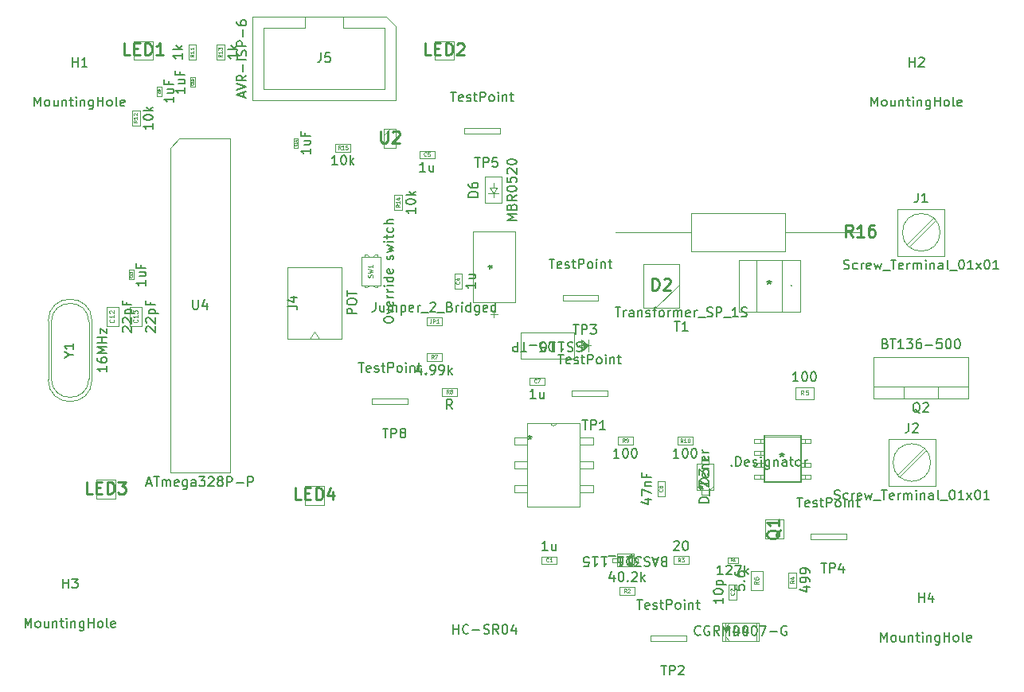
<source format=gbr>
G04 #@! TF.GenerationSoftware,KiCad,Pcbnew,(7.0.0)*
G04 #@! TF.CreationDate,2023-03-08T04:37:20-06:00*
G04 #@! TF.ProjectId,445,3434352e-6b69-4636-9164-5f7063625858,rev?*
G04 #@! TF.SameCoordinates,Original*
G04 #@! TF.FileFunction,AssemblyDrawing,Top*
%FSLAX46Y46*%
G04 Gerber Fmt 4.6, Leading zero omitted, Abs format (unit mm)*
G04 Created by KiCad (PCBNEW (7.0.0)) date 2023-03-08 04:37:20*
%MOMM*%
%LPD*%
G01*
G04 APERTURE LIST*
%ADD10C,0.150000*%
%ADD11C,0.254000*%
%ADD12C,0.060000*%
%ADD13C,0.080000*%
%ADD14C,0.040000*%
%ADD15C,0.075000*%
%ADD16C,0.100000*%
%ADD17C,0.025400*%
%ADD18C,0.120000*%
G04 APERTURE END LIST*
D10*
X178437380Y-57664349D02*
X178675476Y-57664349D01*
X178580238Y-57902444D02*
X178675476Y-57664349D01*
X178675476Y-57664349D02*
X178580238Y-57426254D01*
X178865952Y-57807206D02*
X178675476Y-57664349D01*
X178675476Y-57664349D02*
X178865952Y-57521492D01*
X130214285Y-40567380D02*
X130214285Y-39567380D01*
X130214285Y-39567380D02*
X130547618Y-40281666D01*
X130547618Y-40281666D02*
X130880951Y-39567380D01*
X130880951Y-39567380D02*
X130880951Y-40567380D01*
X131499999Y-40567380D02*
X131404761Y-40519761D01*
X131404761Y-40519761D02*
X131357142Y-40472142D01*
X131357142Y-40472142D02*
X131309523Y-40376904D01*
X131309523Y-40376904D02*
X131309523Y-40091190D01*
X131309523Y-40091190D02*
X131357142Y-39995952D01*
X131357142Y-39995952D02*
X131404761Y-39948333D01*
X131404761Y-39948333D02*
X131499999Y-39900714D01*
X131499999Y-39900714D02*
X131642856Y-39900714D01*
X131642856Y-39900714D02*
X131738094Y-39948333D01*
X131738094Y-39948333D02*
X131785713Y-39995952D01*
X131785713Y-39995952D02*
X131833332Y-40091190D01*
X131833332Y-40091190D02*
X131833332Y-40376904D01*
X131833332Y-40376904D02*
X131785713Y-40472142D01*
X131785713Y-40472142D02*
X131738094Y-40519761D01*
X131738094Y-40519761D02*
X131642856Y-40567380D01*
X131642856Y-40567380D02*
X131499999Y-40567380D01*
X132690475Y-39900714D02*
X132690475Y-40567380D01*
X132261904Y-39900714D02*
X132261904Y-40424523D01*
X132261904Y-40424523D02*
X132309523Y-40519761D01*
X132309523Y-40519761D02*
X132404761Y-40567380D01*
X132404761Y-40567380D02*
X132547618Y-40567380D01*
X132547618Y-40567380D02*
X132642856Y-40519761D01*
X132642856Y-40519761D02*
X132690475Y-40472142D01*
X133166666Y-39900714D02*
X133166666Y-40567380D01*
X133166666Y-39995952D02*
X133214285Y-39948333D01*
X133214285Y-39948333D02*
X133309523Y-39900714D01*
X133309523Y-39900714D02*
X133452380Y-39900714D01*
X133452380Y-39900714D02*
X133547618Y-39948333D01*
X133547618Y-39948333D02*
X133595237Y-40043571D01*
X133595237Y-40043571D02*
X133595237Y-40567380D01*
X133928571Y-39900714D02*
X134309523Y-39900714D01*
X134071428Y-39567380D02*
X134071428Y-40424523D01*
X134071428Y-40424523D02*
X134119047Y-40519761D01*
X134119047Y-40519761D02*
X134214285Y-40567380D01*
X134214285Y-40567380D02*
X134309523Y-40567380D01*
X134642857Y-40567380D02*
X134642857Y-39900714D01*
X134642857Y-39567380D02*
X134595238Y-39615000D01*
X134595238Y-39615000D02*
X134642857Y-39662619D01*
X134642857Y-39662619D02*
X134690476Y-39615000D01*
X134690476Y-39615000D02*
X134642857Y-39567380D01*
X134642857Y-39567380D02*
X134642857Y-39662619D01*
X135119047Y-39900714D02*
X135119047Y-40567380D01*
X135119047Y-39995952D02*
X135166666Y-39948333D01*
X135166666Y-39948333D02*
X135261904Y-39900714D01*
X135261904Y-39900714D02*
X135404761Y-39900714D01*
X135404761Y-39900714D02*
X135499999Y-39948333D01*
X135499999Y-39948333D02*
X135547618Y-40043571D01*
X135547618Y-40043571D02*
X135547618Y-40567380D01*
X136452380Y-39900714D02*
X136452380Y-40710238D01*
X136452380Y-40710238D02*
X136404761Y-40805476D01*
X136404761Y-40805476D02*
X136357142Y-40853095D01*
X136357142Y-40853095D02*
X136261904Y-40900714D01*
X136261904Y-40900714D02*
X136119047Y-40900714D01*
X136119047Y-40900714D02*
X136023809Y-40853095D01*
X136452380Y-40519761D02*
X136357142Y-40567380D01*
X136357142Y-40567380D02*
X136166666Y-40567380D01*
X136166666Y-40567380D02*
X136071428Y-40519761D01*
X136071428Y-40519761D02*
X136023809Y-40472142D01*
X136023809Y-40472142D02*
X135976190Y-40376904D01*
X135976190Y-40376904D02*
X135976190Y-40091190D01*
X135976190Y-40091190D02*
X136023809Y-39995952D01*
X136023809Y-39995952D02*
X136071428Y-39948333D01*
X136071428Y-39948333D02*
X136166666Y-39900714D01*
X136166666Y-39900714D02*
X136357142Y-39900714D01*
X136357142Y-39900714D02*
X136452380Y-39948333D01*
X136928571Y-40567380D02*
X136928571Y-39567380D01*
X136928571Y-40043571D02*
X137499999Y-40043571D01*
X137499999Y-40567380D02*
X137499999Y-39567380D01*
X138119047Y-40567380D02*
X138023809Y-40519761D01*
X138023809Y-40519761D02*
X137976190Y-40472142D01*
X137976190Y-40472142D02*
X137928571Y-40376904D01*
X137928571Y-40376904D02*
X137928571Y-40091190D01*
X137928571Y-40091190D02*
X137976190Y-39995952D01*
X137976190Y-39995952D02*
X138023809Y-39948333D01*
X138023809Y-39948333D02*
X138119047Y-39900714D01*
X138119047Y-39900714D02*
X138261904Y-39900714D01*
X138261904Y-39900714D02*
X138357142Y-39948333D01*
X138357142Y-39948333D02*
X138404761Y-39995952D01*
X138404761Y-39995952D02*
X138452380Y-40091190D01*
X138452380Y-40091190D02*
X138452380Y-40376904D01*
X138452380Y-40376904D02*
X138404761Y-40472142D01*
X138404761Y-40472142D02*
X138357142Y-40519761D01*
X138357142Y-40519761D02*
X138261904Y-40567380D01*
X138261904Y-40567380D02*
X138119047Y-40567380D01*
X139023809Y-40567380D02*
X138928571Y-40519761D01*
X138928571Y-40519761D02*
X138880952Y-40424523D01*
X138880952Y-40424523D02*
X138880952Y-39567380D01*
X139785714Y-40519761D02*
X139690476Y-40567380D01*
X139690476Y-40567380D02*
X139500000Y-40567380D01*
X139500000Y-40567380D02*
X139404762Y-40519761D01*
X139404762Y-40519761D02*
X139357143Y-40424523D01*
X139357143Y-40424523D02*
X139357143Y-40043571D01*
X139357143Y-40043571D02*
X139404762Y-39948333D01*
X139404762Y-39948333D02*
X139500000Y-39900714D01*
X139500000Y-39900714D02*
X139690476Y-39900714D01*
X139690476Y-39900714D02*
X139785714Y-39948333D01*
X139785714Y-39948333D02*
X139833333Y-40043571D01*
X139833333Y-40043571D02*
X139833333Y-40138809D01*
X139833333Y-40138809D02*
X139357143Y-40234047D01*
X134238095Y-36367380D02*
X134238095Y-35367380D01*
X134238095Y-35843571D02*
X134809523Y-35843571D01*
X134809523Y-36367380D02*
X134809523Y-35367380D01*
X135809523Y-36367380D02*
X135238095Y-36367380D01*
X135523809Y-36367380D02*
X135523809Y-35367380D01*
X135523809Y-35367380D02*
X135428571Y-35510238D01*
X135428571Y-35510238D02*
X135333333Y-35605476D01*
X135333333Y-35605476D02*
X135238095Y-35653095D01*
D11*
X167032380Y-43196573D02*
X167032380Y-44224669D01*
X167032380Y-44224669D02*
X167092857Y-44345621D01*
X167092857Y-44345621D02*
X167153333Y-44406097D01*
X167153333Y-44406097D02*
X167274285Y-44466573D01*
X167274285Y-44466573D02*
X167516190Y-44466573D01*
X167516190Y-44466573D02*
X167637142Y-44406097D01*
X167637142Y-44406097D02*
X167697619Y-44345621D01*
X167697619Y-44345621D02*
X167758095Y-44224669D01*
X167758095Y-44224669D02*
X167758095Y-43196573D01*
X168302380Y-43317526D02*
X168362856Y-43257050D01*
X168362856Y-43257050D02*
X168483809Y-43196573D01*
X168483809Y-43196573D02*
X168786190Y-43196573D01*
X168786190Y-43196573D02*
X168907142Y-43257050D01*
X168907142Y-43257050D02*
X168967618Y-43317526D01*
X168967618Y-43317526D02*
X169028095Y-43438478D01*
X169028095Y-43438478D02*
X169028095Y-43559430D01*
X169028095Y-43559430D02*
X168967618Y-43740859D01*
X168967618Y-43740859D02*
X168241904Y-44466573D01*
X168241904Y-44466573D02*
X169028095Y-44466573D01*
D10*
X137892380Y-68250476D02*
X137892380Y-68821904D01*
X137892380Y-68536190D02*
X136892380Y-68536190D01*
X136892380Y-68536190D02*
X137035238Y-68631428D01*
X137035238Y-68631428D02*
X137130476Y-68726666D01*
X137130476Y-68726666D02*
X137178095Y-68821904D01*
X136892380Y-67393333D02*
X136892380Y-67583809D01*
X136892380Y-67583809D02*
X136940000Y-67679047D01*
X136940000Y-67679047D02*
X136987619Y-67726666D01*
X136987619Y-67726666D02*
X137130476Y-67821904D01*
X137130476Y-67821904D02*
X137320952Y-67869523D01*
X137320952Y-67869523D02*
X137701904Y-67869523D01*
X137701904Y-67869523D02*
X137797142Y-67821904D01*
X137797142Y-67821904D02*
X137844761Y-67774285D01*
X137844761Y-67774285D02*
X137892380Y-67679047D01*
X137892380Y-67679047D02*
X137892380Y-67488571D01*
X137892380Y-67488571D02*
X137844761Y-67393333D01*
X137844761Y-67393333D02*
X137797142Y-67345714D01*
X137797142Y-67345714D02*
X137701904Y-67298095D01*
X137701904Y-67298095D02*
X137463809Y-67298095D01*
X137463809Y-67298095D02*
X137368571Y-67345714D01*
X137368571Y-67345714D02*
X137320952Y-67393333D01*
X137320952Y-67393333D02*
X137273333Y-67488571D01*
X137273333Y-67488571D02*
X137273333Y-67679047D01*
X137273333Y-67679047D02*
X137320952Y-67774285D01*
X137320952Y-67774285D02*
X137368571Y-67821904D01*
X137368571Y-67821904D02*
X137463809Y-67869523D01*
X137892380Y-66869523D02*
X136892380Y-66869523D01*
X136892380Y-66869523D02*
X137606666Y-66536190D01*
X137606666Y-66536190D02*
X136892380Y-66202857D01*
X136892380Y-66202857D02*
X137892380Y-66202857D01*
X137892380Y-65726666D02*
X136892380Y-65726666D01*
X137368571Y-65726666D02*
X137368571Y-65155238D01*
X137892380Y-65155238D02*
X136892380Y-65155238D01*
X137225714Y-64774285D02*
X137225714Y-64250476D01*
X137225714Y-64250476D02*
X137892380Y-64774285D01*
X137892380Y-64774285D02*
X137892380Y-64250476D01*
X133891190Y-67036190D02*
X134367380Y-67036190D01*
X133367380Y-67369523D02*
X133891190Y-67036190D01*
X133891190Y-67036190D02*
X133367380Y-66702857D01*
X134367380Y-65845714D02*
X134367380Y-66417142D01*
X134367380Y-66131428D02*
X133367380Y-66131428D01*
X133367380Y-66131428D02*
X133510238Y-66226666D01*
X133510238Y-66226666D02*
X133605476Y-66321904D01*
X133605476Y-66321904D02*
X133653095Y-66417142D01*
D11*
X195912618Y-60156573D02*
X195912618Y-58886573D01*
X195912618Y-58886573D02*
X196214999Y-58886573D01*
X196214999Y-58886573D02*
X196396428Y-58947050D01*
X196396428Y-58947050D02*
X196517380Y-59068002D01*
X196517380Y-59068002D02*
X196577857Y-59188954D01*
X196577857Y-59188954D02*
X196638333Y-59430859D01*
X196638333Y-59430859D02*
X196638333Y-59612288D01*
X196638333Y-59612288D02*
X196577857Y-59854192D01*
X196577857Y-59854192D02*
X196517380Y-59975145D01*
X196517380Y-59975145D02*
X196396428Y-60096097D01*
X196396428Y-60096097D02*
X196214999Y-60156573D01*
X196214999Y-60156573D02*
X195912618Y-60156573D01*
X197122142Y-59007526D02*
X197182618Y-58947050D01*
X197182618Y-58947050D02*
X197303571Y-58886573D01*
X197303571Y-58886573D02*
X197605952Y-58886573D01*
X197605952Y-58886573D02*
X197726904Y-58947050D01*
X197726904Y-58947050D02*
X197787380Y-59007526D01*
X197787380Y-59007526D02*
X197847857Y-59128478D01*
X197847857Y-59128478D02*
X197847857Y-59249430D01*
X197847857Y-59249430D02*
X197787380Y-59430859D01*
X197787380Y-59430859D02*
X197061666Y-60156573D01*
X197061666Y-60156573D02*
X197847857Y-60156573D01*
D10*
X184758333Y-87837380D02*
X184186905Y-87837380D01*
X184472619Y-87837380D02*
X184472619Y-86837380D01*
X184472619Y-86837380D02*
X184377381Y-86980238D01*
X184377381Y-86980238D02*
X184282143Y-87075476D01*
X184282143Y-87075476D02*
X184186905Y-87123095D01*
X185615476Y-87170714D02*
X185615476Y-87837380D01*
X185186905Y-87170714D02*
X185186905Y-87694523D01*
X185186905Y-87694523D02*
X185234524Y-87789761D01*
X185234524Y-87789761D02*
X185329762Y-87837380D01*
X185329762Y-87837380D02*
X185472619Y-87837380D01*
X185472619Y-87837380D02*
X185567857Y-87789761D01*
X185567857Y-87789761D02*
X185615476Y-87742142D01*
D12*
X184858333Y-89008857D02*
X184839285Y-89027904D01*
X184839285Y-89027904D02*
X184782143Y-89046952D01*
X184782143Y-89046952D02*
X184744047Y-89046952D01*
X184744047Y-89046952D02*
X184686904Y-89027904D01*
X184686904Y-89027904D02*
X184648809Y-88989809D01*
X184648809Y-88989809D02*
X184629762Y-88951714D01*
X184629762Y-88951714D02*
X184610714Y-88875523D01*
X184610714Y-88875523D02*
X184610714Y-88818380D01*
X184610714Y-88818380D02*
X184629762Y-88742190D01*
X184629762Y-88742190D02*
X184648809Y-88704095D01*
X184648809Y-88704095D02*
X184686904Y-88666000D01*
X184686904Y-88666000D02*
X184744047Y-88646952D01*
X184744047Y-88646952D02*
X184782143Y-88646952D01*
X184782143Y-88646952D02*
X184839285Y-88666000D01*
X184839285Y-88666000D02*
X184858333Y-88685047D01*
X185239285Y-89046952D02*
X185010714Y-89046952D01*
X185125000Y-89046952D02*
X185125000Y-88646952D01*
X185125000Y-88646952D02*
X185086904Y-88704095D01*
X185086904Y-88704095D02*
X185048809Y-88742190D01*
X185048809Y-88742190D02*
X185010714Y-88761238D01*
D10*
X174634523Y-72797380D02*
X174301190Y-72321190D01*
X174063095Y-72797380D02*
X174063095Y-71797380D01*
X174063095Y-71797380D02*
X174444047Y-71797380D01*
X174444047Y-71797380D02*
X174539285Y-71845000D01*
X174539285Y-71845000D02*
X174586904Y-71892619D01*
X174586904Y-71892619D02*
X174634523Y-71987857D01*
X174634523Y-71987857D02*
X174634523Y-72130714D01*
X174634523Y-72130714D02*
X174586904Y-72225952D01*
X174586904Y-72225952D02*
X174539285Y-72273571D01*
X174539285Y-72273571D02*
X174444047Y-72321190D01*
X174444047Y-72321190D02*
X174063095Y-72321190D01*
D12*
X174258333Y-71146952D02*
X174125000Y-70956476D01*
X174029762Y-71146952D02*
X174029762Y-70746952D01*
X174029762Y-70746952D02*
X174182143Y-70746952D01*
X174182143Y-70746952D02*
X174220238Y-70766000D01*
X174220238Y-70766000D02*
X174239285Y-70785047D01*
X174239285Y-70785047D02*
X174258333Y-70823142D01*
X174258333Y-70823142D02*
X174258333Y-70880285D01*
X174258333Y-70880285D02*
X174239285Y-70918380D01*
X174239285Y-70918380D02*
X174220238Y-70937428D01*
X174220238Y-70937428D02*
X174182143Y-70956476D01*
X174182143Y-70956476D02*
X174029762Y-70956476D01*
X174486904Y-70918380D02*
X174448809Y-70899333D01*
X174448809Y-70899333D02*
X174429762Y-70880285D01*
X174429762Y-70880285D02*
X174410714Y-70842190D01*
X174410714Y-70842190D02*
X174410714Y-70823142D01*
X174410714Y-70823142D02*
X174429762Y-70785047D01*
X174429762Y-70785047D02*
X174448809Y-70766000D01*
X174448809Y-70766000D02*
X174486904Y-70746952D01*
X174486904Y-70746952D02*
X174563095Y-70746952D01*
X174563095Y-70746952D02*
X174601190Y-70766000D01*
X174601190Y-70766000D02*
X174620238Y-70785047D01*
X174620238Y-70785047D02*
X174639285Y-70823142D01*
X174639285Y-70823142D02*
X174639285Y-70842190D01*
X174639285Y-70842190D02*
X174620238Y-70880285D01*
X174620238Y-70880285D02*
X174601190Y-70899333D01*
X174601190Y-70899333D02*
X174563095Y-70918380D01*
X174563095Y-70918380D02*
X174486904Y-70918380D01*
X174486904Y-70918380D02*
X174448809Y-70937428D01*
X174448809Y-70937428D02*
X174429762Y-70956476D01*
X174429762Y-70956476D02*
X174410714Y-70994571D01*
X174410714Y-70994571D02*
X174410714Y-71070761D01*
X174410714Y-71070761D02*
X174429762Y-71108857D01*
X174429762Y-71108857D02*
X174448809Y-71127904D01*
X174448809Y-71127904D02*
X174486904Y-71146952D01*
X174486904Y-71146952D02*
X174563095Y-71146952D01*
X174563095Y-71146952D02*
X174601190Y-71127904D01*
X174601190Y-71127904D02*
X174620238Y-71108857D01*
X174620238Y-71108857D02*
X174639285Y-71070761D01*
X174639285Y-71070761D02*
X174639285Y-70994571D01*
X174639285Y-70994571D02*
X174620238Y-70956476D01*
X174620238Y-70956476D02*
X174601190Y-70937428D01*
X174601190Y-70937428D02*
X174563095Y-70918380D01*
D11*
X217183571Y-54466573D02*
X216760237Y-53861811D01*
X216457856Y-54466573D02*
X216457856Y-53196573D01*
X216457856Y-53196573D02*
X216941666Y-53196573D01*
X216941666Y-53196573D02*
X217062618Y-53257050D01*
X217062618Y-53257050D02*
X217123095Y-53317526D01*
X217123095Y-53317526D02*
X217183571Y-53438478D01*
X217183571Y-53438478D02*
X217183571Y-53619907D01*
X217183571Y-53619907D02*
X217123095Y-53740859D01*
X217123095Y-53740859D02*
X217062618Y-53801335D01*
X217062618Y-53801335D02*
X216941666Y-53861811D01*
X216941666Y-53861811D02*
X216457856Y-53861811D01*
X218393095Y-54466573D02*
X217667380Y-54466573D01*
X218030237Y-54466573D02*
X218030237Y-53196573D01*
X218030237Y-53196573D02*
X217909285Y-53378002D01*
X217909285Y-53378002D02*
X217788333Y-53498954D01*
X217788333Y-53498954D02*
X217667380Y-53559430D01*
X219481666Y-53196573D02*
X219239761Y-53196573D01*
X219239761Y-53196573D02*
X219118809Y-53257050D01*
X219118809Y-53257050D02*
X219058333Y-53317526D01*
X219058333Y-53317526D02*
X218937380Y-53498954D01*
X218937380Y-53498954D02*
X218876904Y-53740859D01*
X218876904Y-53740859D02*
X218876904Y-54224669D01*
X218876904Y-54224669D02*
X218937380Y-54345621D01*
X218937380Y-54345621D02*
X218997857Y-54406097D01*
X218997857Y-54406097D02*
X219118809Y-54466573D01*
X219118809Y-54466573D02*
X219360714Y-54466573D01*
X219360714Y-54466573D02*
X219481666Y-54406097D01*
X219481666Y-54406097D02*
X219542142Y-54345621D01*
X219542142Y-54345621D02*
X219602619Y-54224669D01*
X219602619Y-54224669D02*
X219602619Y-53922288D01*
X219602619Y-53922288D02*
X219542142Y-53801335D01*
X219542142Y-53801335D02*
X219481666Y-53740859D01*
X219481666Y-53740859D02*
X219360714Y-53680383D01*
X219360714Y-53680383D02*
X219118809Y-53680383D01*
X219118809Y-53680383D02*
X218997857Y-53740859D01*
X218997857Y-53740859D02*
X218937380Y-53801335D01*
X218937380Y-53801335D02*
X218876904Y-53922288D01*
D10*
X191962380Y-61982380D02*
X192533808Y-61982380D01*
X192248094Y-62982380D02*
X192248094Y-61982380D01*
X192867142Y-62982380D02*
X192867142Y-62315714D01*
X192867142Y-62506190D02*
X192914761Y-62410952D01*
X192914761Y-62410952D02*
X192962380Y-62363333D01*
X192962380Y-62363333D02*
X193057618Y-62315714D01*
X193057618Y-62315714D02*
X193152856Y-62315714D01*
X193914761Y-62982380D02*
X193914761Y-62458571D01*
X193914761Y-62458571D02*
X193867142Y-62363333D01*
X193867142Y-62363333D02*
X193771904Y-62315714D01*
X193771904Y-62315714D02*
X193581428Y-62315714D01*
X193581428Y-62315714D02*
X193486190Y-62363333D01*
X193914761Y-62934761D02*
X193819523Y-62982380D01*
X193819523Y-62982380D02*
X193581428Y-62982380D01*
X193581428Y-62982380D02*
X193486190Y-62934761D01*
X193486190Y-62934761D02*
X193438571Y-62839523D01*
X193438571Y-62839523D02*
X193438571Y-62744285D01*
X193438571Y-62744285D02*
X193486190Y-62649047D01*
X193486190Y-62649047D02*
X193581428Y-62601428D01*
X193581428Y-62601428D02*
X193819523Y-62601428D01*
X193819523Y-62601428D02*
X193914761Y-62553809D01*
X194390952Y-62315714D02*
X194390952Y-62982380D01*
X194390952Y-62410952D02*
X194438571Y-62363333D01*
X194438571Y-62363333D02*
X194533809Y-62315714D01*
X194533809Y-62315714D02*
X194676666Y-62315714D01*
X194676666Y-62315714D02*
X194771904Y-62363333D01*
X194771904Y-62363333D02*
X194819523Y-62458571D01*
X194819523Y-62458571D02*
X194819523Y-62982380D01*
X195248095Y-62934761D02*
X195343333Y-62982380D01*
X195343333Y-62982380D02*
X195533809Y-62982380D01*
X195533809Y-62982380D02*
X195629047Y-62934761D01*
X195629047Y-62934761D02*
X195676666Y-62839523D01*
X195676666Y-62839523D02*
X195676666Y-62791904D01*
X195676666Y-62791904D02*
X195629047Y-62696666D01*
X195629047Y-62696666D02*
X195533809Y-62649047D01*
X195533809Y-62649047D02*
X195390952Y-62649047D01*
X195390952Y-62649047D02*
X195295714Y-62601428D01*
X195295714Y-62601428D02*
X195248095Y-62506190D01*
X195248095Y-62506190D02*
X195248095Y-62458571D01*
X195248095Y-62458571D02*
X195295714Y-62363333D01*
X195295714Y-62363333D02*
X195390952Y-62315714D01*
X195390952Y-62315714D02*
X195533809Y-62315714D01*
X195533809Y-62315714D02*
X195629047Y-62363333D01*
X195962381Y-62315714D02*
X196343333Y-62315714D01*
X196105238Y-62982380D02*
X196105238Y-62125238D01*
X196105238Y-62125238D02*
X196152857Y-62030000D01*
X196152857Y-62030000D02*
X196248095Y-61982380D01*
X196248095Y-61982380D02*
X196343333Y-61982380D01*
X196819524Y-62982380D02*
X196724286Y-62934761D01*
X196724286Y-62934761D02*
X196676667Y-62887142D01*
X196676667Y-62887142D02*
X196629048Y-62791904D01*
X196629048Y-62791904D02*
X196629048Y-62506190D01*
X196629048Y-62506190D02*
X196676667Y-62410952D01*
X196676667Y-62410952D02*
X196724286Y-62363333D01*
X196724286Y-62363333D02*
X196819524Y-62315714D01*
X196819524Y-62315714D02*
X196962381Y-62315714D01*
X196962381Y-62315714D02*
X197057619Y-62363333D01*
X197057619Y-62363333D02*
X197105238Y-62410952D01*
X197105238Y-62410952D02*
X197152857Y-62506190D01*
X197152857Y-62506190D02*
X197152857Y-62791904D01*
X197152857Y-62791904D02*
X197105238Y-62887142D01*
X197105238Y-62887142D02*
X197057619Y-62934761D01*
X197057619Y-62934761D02*
X196962381Y-62982380D01*
X196962381Y-62982380D02*
X196819524Y-62982380D01*
X197581429Y-62982380D02*
X197581429Y-62315714D01*
X197581429Y-62506190D02*
X197629048Y-62410952D01*
X197629048Y-62410952D02*
X197676667Y-62363333D01*
X197676667Y-62363333D02*
X197771905Y-62315714D01*
X197771905Y-62315714D02*
X197867143Y-62315714D01*
X198200477Y-62982380D02*
X198200477Y-62315714D01*
X198200477Y-62410952D02*
X198248096Y-62363333D01*
X198248096Y-62363333D02*
X198343334Y-62315714D01*
X198343334Y-62315714D02*
X198486191Y-62315714D01*
X198486191Y-62315714D02*
X198581429Y-62363333D01*
X198581429Y-62363333D02*
X198629048Y-62458571D01*
X198629048Y-62458571D02*
X198629048Y-62982380D01*
X198629048Y-62458571D02*
X198676667Y-62363333D01*
X198676667Y-62363333D02*
X198771905Y-62315714D01*
X198771905Y-62315714D02*
X198914762Y-62315714D01*
X198914762Y-62315714D02*
X199010001Y-62363333D01*
X199010001Y-62363333D02*
X199057620Y-62458571D01*
X199057620Y-62458571D02*
X199057620Y-62982380D01*
X199914762Y-62934761D02*
X199819524Y-62982380D01*
X199819524Y-62982380D02*
X199629048Y-62982380D01*
X199629048Y-62982380D02*
X199533810Y-62934761D01*
X199533810Y-62934761D02*
X199486191Y-62839523D01*
X199486191Y-62839523D02*
X199486191Y-62458571D01*
X199486191Y-62458571D02*
X199533810Y-62363333D01*
X199533810Y-62363333D02*
X199629048Y-62315714D01*
X199629048Y-62315714D02*
X199819524Y-62315714D01*
X199819524Y-62315714D02*
X199914762Y-62363333D01*
X199914762Y-62363333D02*
X199962381Y-62458571D01*
X199962381Y-62458571D02*
X199962381Y-62553809D01*
X199962381Y-62553809D02*
X199486191Y-62649047D01*
X200390953Y-62982380D02*
X200390953Y-62315714D01*
X200390953Y-62506190D02*
X200438572Y-62410952D01*
X200438572Y-62410952D02*
X200486191Y-62363333D01*
X200486191Y-62363333D02*
X200581429Y-62315714D01*
X200581429Y-62315714D02*
X200676667Y-62315714D01*
X200771906Y-63077619D02*
X201533810Y-63077619D01*
X201724287Y-62934761D02*
X201867144Y-62982380D01*
X201867144Y-62982380D02*
X202105239Y-62982380D01*
X202105239Y-62982380D02*
X202200477Y-62934761D01*
X202200477Y-62934761D02*
X202248096Y-62887142D01*
X202248096Y-62887142D02*
X202295715Y-62791904D01*
X202295715Y-62791904D02*
X202295715Y-62696666D01*
X202295715Y-62696666D02*
X202248096Y-62601428D01*
X202248096Y-62601428D02*
X202200477Y-62553809D01*
X202200477Y-62553809D02*
X202105239Y-62506190D01*
X202105239Y-62506190D02*
X201914763Y-62458571D01*
X201914763Y-62458571D02*
X201819525Y-62410952D01*
X201819525Y-62410952D02*
X201771906Y-62363333D01*
X201771906Y-62363333D02*
X201724287Y-62268095D01*
X201724287Y-62268095D02*
X201724287Y-62172857D01*
X201724287Y-62172857D02*
X201771906Y-62077619D01*
X201771906Y-62077619D02*
X201819525Y-62030000D01*
X201819525Y-62030000D02*
X201914763Y-61982380D01*
X201914763Y-61982380D02*
X202152858Y-61982380D01*
X202152858Y-61982380D02*
X202295715Y-62030000D01*
X202724287Y-62982380D02*
X202724287Y-61982380D01*
X202724287Y-61982380D02*
X203105239Y-61982380D01*
X203105239Y-61982380D02*
X203200477Y-62030000D01*
X203200477Y-62030000D02*
X203248096Y-62077619D01*
X203248096Y-62077619D02*
X203295715Y-62172857D01*
X203295715Y-62172857D02*
X203295715Y-62315714D01*
X203295715Y-62315714D02*
X203248096Y-62410952D01*
X203248096Y-62410952D02*
X203200477Y-62458571D01*
X203200477Y-62458571D02*
X203105239Y-62506190D01*
X203105239Y-62506190D02*
X202724287Y-62506190D01*
X203486192Y-63077619D02*
X204248096Y-63077619D01*
X205010001Y-62982380D02*
X204438573Y-62982380D01*
X204724287Y-62982380D02*
X204724287Y-61982380D01*
X204724287Y-61982380D02*
X204629049Y-62125238D01*
X204629049Y-62125238D02*
X204533811Y-62220476D01*
X204533811Y-62220476D02*
X204438573Y-62268095D01*
X205390954Y-62934761D02*
X205533811Y-62982380D01*
X205533811Y-62982380D02*
X205771906Y-62982380D01*
X205771906Y-62982380D02*
X205867144Y-62934761D01*
X205867144Y-62934761D02*
X205914763Y-62887142D01*
X205914763Y-62887142D02*
X205962382Y-62791904D01*
X205962382Y-62791904D02*
X205962382Y-62696666D01*
X205962382Y-62696666D02*
X205914763Y-62601428D01*
X205914763Y-62601428D02*
X205867144Y-62553809D01*
X205867144Y-62553809D02*
X205771906Y-62506190D01*
X205771906Y-62506190D02*
X205581430Y-62458571D01*
X205581430Y-62458571D02*
X205486192Y-62410952D01*
X205486192Y-62410952D02*
X205438573Y-62363333D01*
X205438573Y-62363333D02*
X205390954Y-62268095D01*
X205390954Y-62268095D02*
X205390954Y-62172857D01*
X205390954Y-62172857D02*
X205438573Y-62077619D01*
X205438573Y-62077619D02*
X205486192Y-62030000D01*
X205486192Y-62030000D02*
X205581430Y-61982380D01*
X205581430Y-61982380D02*
X205819525Y-61982380D01*
X205819525Y-61982380D02*
X205962382Y-62030000D01*
X198248095Y-63482380D02*
X198819523Y-63482380D01*
X198533809Y-64482380D02*
X198533809Y-63482380D01*
X199676666Y-64482380D02*
X199105238Y-64482380D01*
X199390952Y-64482380D02*
X199390952Y-63482380D01*
X199390952Y-63482380D02*
X199295714Y-63625238D01*
X199295714Y-63625238D02*
X199200476Y-63720476D01*
X199200476Y-63720476D02*
X199105238Y-63768095D01*
X219214285Y-40567380D02*
X219214285Y-39567380D01*
X219214285Y-39567380D02*
X219547618Y-40281666D01*
X219547618Y-40281666D02*
X219880951Y-39567380D01*
X219880951Y-39567380D02*
X219880951Y-40567380D01*
X220499999Y-40567380D02*
X220404761Y-40519761D01*
X220404761Y-40519761D02*
X220357142Y-40472142D01*
X220357142Y-40472142D02*
X220309523Y-40376904D01*
X220309523Y-40376904D02*
X220309523Y-40091190D01*
X220309523Y-40091190D02*
X220357142Y-39995952D01*
X220357142Y-39995952D02*
X220404761Y-39948333D01*
X220404761Y-39948333D02*
X220499999Y-39900714D01*
X220499999Y-39900714D02*
X220642856Y-39900714D01*
X220642856Y-39900714D02*
X220738094Y-39948333D01*
X220738094Y-39948333D02*
X220785713Y-39995952D01*
X220785713Y-39995952D02*
X220833332Y-40091190D01*
X220833332Y-40091190D02*
X220833332Y-40376904D01*
X220833332Y-40376904D02*
X220785713Y-40472142D01*
X220785713Y-40472142D02*
X220738094Y-40519761D01*
X220738094Y-40519761D02*
X220642856Y-40567380D01*
X220642856Y-40567380D02*
X220499999Y-40567380D01*
X221690475Y-39900714D02*
X221690475Y-40567380D01*
X221261904Y-39900714D02*
X221261904Y-40424523D01*
X221261904Y-40424523D02*
X221309523Y-40519761D01*
X221309523Y-40519761D02*
X221404761Y-40567380D01*
X221404761Y-40567380D02*
X221547618Y-40567380D01*
X221547618Y-40567380D02*
X221642856Y-40519761D01*
X221642856Y-40519761D02*
X221690475Y-40472142D01*
X222166666Y-39900714D02*
X222166666Y-40567380D01*
X222166666Y-39995952D02*
X222214285Y-39948333D01*
X222214285Y-39948333D02*
X222309523Y-39900714D01*
X222309523Y-39900714D02*
X222452380Y-39900714D01*
X222452380Y-39900714D02*
X222547618Y-39948333D01*
X222547618Y-39948333D02*
X222595237Y-40043571D01*
X222595237Y-40043571D02*
X222595237Y-40567380D01*
X222928571Y-39900714D02*
X223309523Y-39900714D01*
X223071428Y-39567380D02*
X223071428Y-40424523D01*
X223071428Y-40424523D02*
X223119047Y-40519761D01*
X223119047Y-40519761D02*
X223214285Y-40567380D01*
X223214285Y-40567380D02*
X223309523Y-40567380D01*
X223642857Y-40567380D02*
X223642857Y-39900714D01*
X223642857Y-39567380D02*
X223595238Y-39615000D01*
X223595238Y-39615000D02*
X223642857Y-39662619D01*
X223642857Y-39662619D02*
X223690476Y-39615000D01*
X223690476Y-39615000D02*
X223642857Y-39567380D01*
X223642857Y-39567380D02*
X223642857Y-39662619D01*
X224119047Y-39900714D02*
X224119047Y-40567380D01*
X224119047Y-39995952D02*
X224166666Y-39948333D01*
X224166666Y-39948333D02*
X224261904Y-39900714D01*
X224261904Y-39900714D02*
X224404761Y-39900714D01*
X224404761Y-39900714D02*
X224499999Y-39948333D01*
X224499999Y-39948333D02*
X224547618Y-40043571D01*
X224547618Y-40043571D02*
X224547618Y-40567380D01*
X225452380Y-39900714D02*
X225452380Y-40710238D01*
X225452380Y-40710238D02*
X225404761Y-40805476D01*
X225404761Y-40805476D02*
X225357142Y-40853095D01*
X225357142Y-40853095D02*
X225261904Y-40900714D01*
X225261904Y-40900714D02*
X225119047Y-40900714D01*
X225119047Y-40900714D02*
X225023809Y-40853095D01*
X225452380Y-40519761D02*
X225357142Y-40567380D01*
X225357142Y-40567380D02*
X225166666Y-40567380D01*
X225166666Y-40567380D02*
X225071428Y-40519761D01*
X225071428Y-40519761D02*
X225023809Y-40472142D01*
X225023809Y-40472142D02*
X224976190Y-40376904D01*
X224976190Y-40376904D02*
X224976190Y-40091190D01*
X224976190Y-40091190D02*
X225023809Y-39995952D01*
X225023809Y-39995952D02*
X225071428Y-39948333D01*
X225071428Y-39948333D02*
X225166666Y-39900714D01*
X225166666Y-39900714D02*
X225357142Y-39900714D01*
X225357142Y-39900714D02*
X225452380Y-39948333D01*
X225928571Y-40567380D02*
X225928571Y-39567380D01*
X225928571Y-40043571D02*
X226499999Y-40043571D01*
X226499999Y-40567380D02*
X226499999Y-39567380D01*
X227119047Y-40567380D02*
X227023809Y-40519761D01*
X227023809Y-40519761D02*
X226976190Y-40472142D01*
X226976190Y-40472142D02*
X226928571Y-40376904D01*
X226928571Y-40376904D02*
X226928571Y-40091190D01*
X226928571Y-40091190D02*
X226976190Y-39995952D01*
X226976190Y-39995952D02*
X227023809Y-39948333D01*
X227023809Y-39948333D02*
X227119047Y-39900714D01*
X227119047Y-39900714D02*
X227261904Y-39900714D01*
X227261904Y-39900714D02*
X227357142Y-39948333D01*
X227357142Y-39948333D02*
X227404761Y-39995952D01*
X227404761Y-39995952D02*
X227452380Y-40091190D01*
X227452380Y-40091190D02*
X227452380Y-40376904D01*
X227452380Y-40376904D02*
X227404761Y-40472142D01*
X227404761Y-40472142D02*
X227357142Y-40519761D01*
X227357142Y-40519761D02*
X227261904Y-40567380D01*
X227261904Y-40567380D02*
X227119047Y-40567380D01*
X228023809Y-40567380D02*
X227928571Y-40519761D01*
X227928571Y-40519761D02*
X227880952Y-40424523D01*
X227880952Y-40424523D02*
X227880952Y-39567380D01*
X228785714Y-40519761D02*
X228690476Y-40567380D01*
X228690476Y-40567380D02*
X228500000Y-40567380D01*
X228500000Y-40567380D02*
X228404762Y-40519761D01*
X228404762Y-40519761D02*
X228357143Y-40424523D01*
X228357143Y-40424523D02*
X228357143Y-40043571D01*
X228357143Y-40043571D02*
X228404762Y-39948333D01*
X228404762Y-39948333D02*
X228500000Y-39900714D01*
X228500000Y-39900714D02*
X228690476Y-39900714D01*
X228690476Y-39900714D02*
X228785714Y-39948333D01*
X228785714Y-39948333D02*
X228833333Y-40043571D01*
X228833333Y-40043571D02*
X228833333Y-40138809D01*
X228833333Y-40138809D02*
X228357143Y-40234047D01*
X223238095Y-36367380D02*
X223238095Y-35367380D01*
X223238095Y-35843571D02*
X223809523Y-35843571D01*
X223809523Y-36367380D02*
X223809523Y-35367380D01*
X224238095Y-35462619D02*
X224285714Y-35415000D01*
X224285714Y-35415000D02*
X224380952Y-35367380D01*
X224380952Y-35367380D02*
X224619047Y-35367380D01*
X224619047Y-35367380D02*
X224714285Y-35415000D01*
X224714285Y-35415000D02*
X224761904Y-35462619D01*
X224761904Y-35462619D02*
X224809523Y-35557857D01*
X224809523Y-35557857D02*
X224809523Y-35653095D01*
X224809523Y-35653095D02*
X224761904Y-35795952D01*
X224761904Y-35795952D02*
X224190476Y-36367380D01*
X224190476Y-36367380D02*
X224809523Y-36367380D01*
X142143333Y-80731666D02*
X142619523Y-80731666D01*
X142048095Y-81017380D02*
X142381428Y-80017380D01*
X142381428Y-80017380D02*
X142714761Y-81017380D01*
X142905238Y-80017380D02*
X143476666Y-80017380D01*
X143190952Y-81017380D02*
X143190952Y-80017380D01*
X143810000Y-81017380D02*
X143810000Y-80350714D01*
X143810000Y-80445952D02*
X143857619Y-80398333D01*
X143857619Y-80398333D02*
X143952857Y-80350714D01*
X143952857Y-80350714D02*
X144095714Y-80350714D01*
X144095714Y-80350714D02*
X144190952Y-80398333D01*
X144190952Y-80398333D02*
X144238571Y-80493571D01*
X144238571Y-80493571D02*
X144238571Y-81017380D01*
X144238571Y-80493571D02*
X144286190Y-80398333D01*
X144286190Y-80398333D02*
X144381428Y-80350714D01*
X144381428Y-80350714D02*
X144524285Y-80350714D01*
X144524285Y-80350714D02*
X144619524Y-80398333D01*
X144619524Y-80398333D02*
X144667143Y-80493571D01*
X144667143Y-80493571D02*
X144667143Y-81017380D01*
X145524285Y-80969761D02*
X145429047Y-81017380D01*
X145429047Y-81017380D02*
X145238571Y-81017380D01*
X145238571Y-81017380D02*
X145143333Y-80969761D01*
X145143333Y-80969761D02*
X145095714Y-80874523D01*
X145095714Y-80874523D02*
X145095714Y-80493571D01*
X145095714Y-80493571D02*
X145143333Y-80398333D01*
X145143333Y-80398333D02*
X145238571Y-80350714D01*
X145238571Y-80350714D02*
X145429047Y-80350714D01*
X145429047Y-80350714D02*
X145524285Y-80398333D01*
X145524285Y-80398333D02*
X145571904Y-80493571D01*
X145571904Y-80493571D02*
X145571904Y-80588809D01*
X145571904Y-80588809D02*
X145095714Y-80684047D01*
X146429047Y-80350714D02*
X146429047Y-81160238D01*
X146429047Y-81160238D02*
X146381428Y-81255476D01*
X146381428Y-81255476D02*
X146333809Y-81303095D01*
X146333809Y-81303095D02*
X146238571Y-81350714D01*
X146238571Y-81350714D02*
X146095714Y-81350714D01*
X146095714Y-81350714D02*
X146000476Y-81303095D01*
X146429047Y-80969761D02*
X146333809Y-81017380D01*
X146333809Y-81017380D02*
X146143333Y-81017380D01*
X146143333Y-81017380D02*
X146048095Y-80969761D01*
X146048095Y-80969761D02*
X146000476Y-80922142D01*
X146000476Y-80922142D02*
X145952857Y-80826904D01*
X145952857Y-80826904D02*
X145952857Y-80541190D01*
X145952857Y-80541190D02*
X146000476Y-80445952D01*
X146000476Y-80445952D02*
X146048095Y-80398333D01*
X146048095Y-80398333D02*
X146143333Y-80350714D01*
X146143333Y-80350714D02*
X146333809Y-80350714D01*
X146333809Y-80350714D02*
X146429047Y-80398333D01*
X147333809Y-81017380D02*
X147333809Y-80493571D01*
X147333809Y-80493571D02*
X147286190Y-80398333D01*
X147286190Y-80398333D02*
X147190952Y-80350714D01*
X147190952Y-80350714D02*
X147000476Y-80350714D01*
X147000476Y-80350714D02*
X146905238Y-80398333D01*
X147333809Y-80969761D02*
X147238571Y-81017380D01*
X147238571Y-81017380D02*
X147000476Y-81017380D01*
X147000476Y-81017380D02*
X146905238Y-80969761D01*
X146905238Y-80969761D02*
X146857619Y-80874523D01*
X146857619Y-80874523D02*
X146857619Y-80779285D01*
X146857619Y-80779285D02*
X146905238Y-80684047D01*
X146905238Y-80684047D02*
X147000476Y-80636428D01*
X147000476Y-80636428D02*
X147238571Y-80636428D01*
X147238571Y-80636428D02*
X147333809Y-80588809D01*
X147714762Y-80017380D02*
X148333809Y-80017380D01*
X148333809Y-80017380D02*
X148000476Y-80398333D01*
X148000476Y-80398333D02*
X148143333Y-80398333D01*
X148143333Y-80398333D02*
X148238571Y-80445952D01*
X148238571Y-80445952D02*
X148286190Y-80493571D01*
X148286190Y-80493571D02*
X148333809Y-80588809D01*
X148333809Y-80588809D02*
X148333809Y-80826904D01*
X148333809Y-80826904D02*
X148286190Y-80922142D01*
X148286190Y-80922142D02*
X148238571Y-80969761D01*
X148238571Y-80969761D02*
X148143333Y-81017380D01*
X148143333Y-81017380D02*
X147857619Y-81017380D01*
X147857619Y-81017380D02*
X147762381Y-80969761D01*
X147762381Y-80969761D02*
X147714762Y-80922142D01*
X148714762Y-80112619D02*
X148762381Y-80065000D01*
X148762381Y-80065000D02*
X148857619Y-80017380D01*
X148857619Y-80017380D02*
X149095714Y-80017380D01*
X149095714Y-80017380D02*
X149190952Y-80065000D01*
X149190952Y-80065000D02*
X149238571Y-80112619D01*
X149238571Y-80112619D02*
X149286190Y-80207857D01*
X149286190Y-80207857D02*
X149286190Y-80303095D01*
X149286190Y-80303095D02*
X149238571Y-80445952D01*
X149238571Y-80445952D02*
X148667143Y-81017380D01*
X148667143Y-81017380D02*
X149286190Y-81017380D01*
X149857619Y-80445952D02*
X149762381Y-80398333D01*
X149762381Y-80398333D02*
X149714762Y-80350714D01*
X149714762Y-80350714D02*
X149667143Y-80255476D01*
X149667143Y-80255476D02*
X149667143Y-80207857D01*
X149667143Y-80207857D02*
X149714762Y-80112619D01*
X149714762Y-80112619D02*
X149762381Y-80065000D01*
X149762381Y-80065000D02*
X149857619Y-80017380D01*
X149857619Y-80017380D02*
X150048095Y-80017380D01*
X150048095Y-80017380D02*
X150143333Y-80065000D01*
X150143333Y-80065000D02*
X150190952Y-80112619D01*
X150190952Y-80112619D02*
X150238571Y-80207857D01*
X150238571Y-80207857D02*
X150238571Y-80255476D01*
X150238571Y-80255476D02*
X150190952Y-80350714D01*
X150190952Y-80350714D02*
X150143333Y-80398333D01*
X150143333Y-80398333D02*
X150048095Y-80445952D01*
X150048095Y-80445952D02*
X149857619Y-80445952D01*
X149857619Y-80445952D02*
X149762381Y-80493571D01*
X149762381Y-80493571D02*
X149714762Y-80541190D01*
X149714762Y-80541190D02*
X149667143Y-80636428D01*
X149667143Y-80636428D02*
X149667143Y-80826904D01*
X149667143Y-80826904D02*
X149714762Y-80922142D01*
X149714762Y-80922142D02*
X149762381Y-80969761D01*
X149762381Y-80969761D02*
X149857619Y-81017380D01*
X149857619Y-81017380D02*
X150048095Y-81017380D01*
X150048095Y-81017380D02*
X150143333Y-80969761D01*
X150143333Y-80969761D02*
X150190952Y-80922142D01*
X150190952Y-80922142D02*
X150238571Y-80826904D01*
X150238571Y-80826904D02*
X150238571Y-80636428D01*
X150238571Y-80636428D02*
X150190952Y-80541190D01*
X150190952Y-80541190D02*
X150143333Y-80493571D01*
X150143333Y-80493571D02*
X150048095Y-80445952D01*
X150667143Y-81017380D02*
X150667143Y-80017380D01*
X150667143Y-80017380D02*
X151048095Y-80017380D01*
X151048095Y-80017380D02*
X151143333Y-80065000D01*
X151143333Y-80065000D02*
X151190952Y-80112619D01*
X151190952Y-80112619D02*
X151238571Y-80207857D01*
X151238571Y-80207857D02*
X151238571Y-80350714D01*
X151238571Y-80350714D02*
X151190952Y-80445952D01*
X151190952Y-80445952D02*
X151143333Y-80493571D01*
X151143333Y-80493571D02*
X151048095Y-80541190D01*
X151048095Y-80541190D02*
X150667143Y-80541190D01*
X151667143Y-80636428D02*
X152429048Y-80636428D01*
X152905238Y-81017380D02*
X152905238Y-80017380D01*
X152905238Y-80017380D02*
X153286190Y-80017380D01*
X153286190Y-80017380D02*
X153381428Y-80065000D01*
X153381428Y-80065000D02*
X153429047Y-80112619D01*
X153429047Y-80112619D02*
X153476666Y-80207857D01*
X153476666Y-80207857D02*
X153476666Y-80350714D01*
X153476666Y-80350714D02*
X153429047Y-80445952D01*
X153429047Y-80445952D02*
X153381428Y-80493571D01*
X153381428Y-80493571D02*
X153286190Y-80541190D01*
X153286190Y-80541190D02*
X152905238Y-80541190D01*
X147048095Y-61177380D02*
X147048095Y-61986904D01*
X147048095Y-61986904D02*
X147095714Y-62082142D01*
X147095714Y-62082142D02*
X147143333Y-62129761D01*
X147143333Y-62129761D02*
X147238571Y-62177380D01*
X147238571Y-62177380D02*
X147429047Y-62177380D01*
X147429047Y-62177380D02*
X147524285Y-62129761D01*
X147524285Y-62129761D02*
X147571904Y-62082142D01*
X147571904Y-62082142D02*
X147619523Y-61986904D01*
X147619523Y-61986904D02*
X147619523Y-61177380D01*
X148524285Y-61510714D02*
X148524285Y-62177380D01*
X148286190Y-61129761D02*
X148048095Y-61844047D01*
X148048095Y-61844047D02*
X148667142Y-61844047D01*
D11*
X172378809Y-35116573D02*
X171774047Y-35116573D01*
X171774047Y-35116573D02*
X171774047Y-33846573D01*
X172802142Y-34451335D02*
X173225476Y-34451335D01*
X173406904Y-35116573D02*
X172802142Y-35116573D01*
X172802142Y-35116573D02*
X172802142Y-33846573D01*
X172802142Y-33846573D02*
X173406904Y-33846573D01*
X173951190Y-35116573D02*
X173951190Y-33846573D01*
X173951190Y-33846573D02*
X174253571Y-33846573D01*
X174253571Y-33846573D02*
X174435000Y-33907050D01*
X174435000Y-33907050D02*
X174555952Y-34028002D01*
X174555952Y-34028002D02*
X174616429Y-34148954D01*
X174616429Y-34148954D02*
X174676905Y-34390859D01*
X174676905Y-34390859D02*
X174676905Y-34572288D01*
X174676905Y-34572288D02*
X174616429Y-34814192D01*
X174616429Y-34814192D02*
X174555952Y-34935145D01*
X174555952Y-34935145D02*
X174435000Y-35056097D01*
X174435000Y-35056097D02*
X174253571Y-35116573D01*
X174253571Y-35116573D02*
X173951190Y-35116573D01*
X175160714Y-33967526D02*
X175221190Y-33907050D01*
X175221190Y-33907050D02*
X175342143Y-33846573D01*
X175342143Y-33846573D02*
X175644524Y-33846573D01*
X175644524Y-33846573D02*
X175765476Y-33907050D01*
X175765476Y-33907050D02*
X175825952Y-33967526D01*
X175825952Y-33967526D02*
X175886429Y-34088478D01*
X175886429Y-34088478D02*
X175886429Y-34209430D01*
X175886429Y-34209430D02*
X175825952Y-34390859D01*
X175825952Y-34390859D02*
X175100238Y-35116573D01*
X175100238Y-35116573D02*
X175886429Y-35116573D01*
D10*
X174741224Y-96738698D02*
X174741224Y-95737005D01*
X174741224Y-96214002D02*
X175313620Y-96214002D01*
X175313620Y-96738698D02*
X175313620Y-95737005D01*
X176363013Y-96643299D02*
X176315313Y-96690998D01*
X176315313Y-96690998D02*
X176172214Y-96738698D01*
X176172214Y-96738698D02*
X176076815Y-96738698D01*
X176076815Y-96738698D02*
X175933716Y-96690998D01*
X175933716Y-96690998D02*
X175838317Y-96595599D01*
X175838317Y-96595599D02*
X175790617Y-96500200D01*
X175790617Y-96500200D02*
X175742917Y-96309401D01*
X175742917Y-96309401D02*
X175742917Y-96166302D01*
X175742917Y-96166302D02*
X175790617Y-95975503D01*
X175790617Y-95975503D02*
X175838317Y-95880104D01*
X175838317Y-95880104D02*
X175933716Y-95784705D01*
X175933716Y-95784705D02*
X176076815Y-95737005D01*
X176076815Y-95737005D02*
X176172214Y-95737005D01*
X176172214Y-95737005D02*
X176315313Y-95784705D01*
X176315313Y-95784705D02*
X176363013Y-95832404D01*
X176792310Y-96357101D02*
X177555505Y-96357101D01*
X177984801Y-96690998D02*
X178127900Y-96738698D01*
X178127900Y-96738698D02*
X178366399Y-96738698D01*
X178366399Y-96738698D02*
X178461798Y-96690998D01*
X178461798Y-96690998D02*
X178509498Y-96643299D01*
X178509498Y-96643299D02*
X178557197Y-96547899D01*
X178557197Y-96547899D02*
X178557197Y-96452500D01*
X178557197Y-96452500D02*
X178509498Y-96357101D01*
X178509498Y-96357101D02*
X178461798Y-96309401D01*
X178461798Y-96309401D02*
X178366399Y-96261701D01*
X178366399Y-96261701D02*
X178175600Y-96214002D01*
X178175600Y-96214002D02*
X178080201Y-96166302D01*
X178080201Y-96166302D02*
X178032501Y-96118602D01*
X178032501Y-96118602D02*
X177984801Y-96023203D01*
X177984801Y-96023203D02*
X177984801Y-95927804D01*
X177984801Y-95927804D02*
X178032501Y-95832404D01*
X178032501Y-95832404D02*
X178080201Y-95784705D01*
X178080201Y-95784705D02*
X178175600Y-95737005D01*
X178175600Y-95737005D02*
X178414098Y-95737005D01*
X178414098Y-95737005D02*
X178557197Y-95784705D01*
X179558890Y-96738698D02*
X179224992Y-96261701D01*
X178986494Y-96738698D02*
X178986494Y-95737005D01*
X178986494Y-95737005D02*
X179368091Y-95737005D01*
X179368091Y-95737005D02*
X179463491Y-95784705D01*
X179463491Y-95784705D02*
X179511190Y-95832404D01*
X179511190Y-95832404D02*
X179558890Y-95927804D01*
X179558890Y-95927804D02*
X179558890Y-96070903D01*
X179558890Y-96070903D02*
X179511190Y-96166302D01*
X179511190Y-96166302D02*
X179463491Y-96214002D01*
X179463491Y-96214002D02*
X179368091Y-96261701D01*
X179368091Y-96261701D02*
X178986494Y-96261701D01*
X180178986Y-95737005D02*
X180274385Y-95737005D01*
X180274385Y-95737005D02*
X180369784Y-95784705D01*
X180369784Y-95784705D02*
X180417484Y-95832404D01*
X180417484Y-95832404D02*
X180465184Y-95927804D01*
X180465184Y-95927804D02*
X180512883Y-96118602D01*
X180512883Y-96118602D02*
X180512883Y-96357101D01*
X180512883Y-96357101D02*
X180465184Y-96547899D01*
X180465184Y-96547899D02*
X180417484Y-96643299D01*
X180417484Y-96643299D02*
X180369784Y-96690998D01*
X180369784Y-96690998D02*
X180274385Y-96738698D01*
X180274385Y-96738698D02*
X180178986Y-96738698D01*
X180178986Y-96738698D02*
X180083586Y-96690998D01*
X180083586Y-96690998D02*
X180035887Y-96643299D01*
X180035887Y-96643299D02*
X179988187Y-96547899D01*
X179988187Y-96547899D02*
X179940487Y-96357101D01*
X179940487Y-96357101D02*
X179940487Y-96118602D01*
X179940487Y-96118602D02*
X179988187Y-95927804D01*
X179988187Y-95927804D02*
X180035887Y-95832404D01*
X180035887Y-95832404D02*
X180083586Y-95784705D01*
X180083586Y-95784705D02*
X180178986Y-95737005D01*
X181371477Y-96070903D02*
X181371477Y-96738698D01*
X181132979Y-95689305D02*
X180894480Y-96404800D01*
X180894480Y-96404800D02*
X181514576Y-96404800D01*
X181467380Y-52738094D02*
X180467380Y-52738094D01*
X180467380Y-52738094D02*
X181181666Y-52404761D01*
X181181666Y-52404761D02*
X180467380Y-52071428D01*
X180467380Y-52071428D02*
X181467380Y-52071428D01*
X180943571Y-51261904D02*
X180991190Y-51119047D01*
X180991190Y-51119047D02*
X181038809Y-51071428D01*
X181038809Y-51071428D02*
X181134047Y-51023809D01*
X181134047Y-51023809D02*
X181276904Y-51023809D01*
X181276904Y-51023809D02*
X181372142Y-51071428D01*
X181372142Y-51071428D02*
X181419761Y-51119047D01*
X181419761Y-51119047D02*
X181467380Y-51214285D01*
X181467380Y-51214285D02*
X181467380Y-51595237D01*
X181467380Y-51595237D02*
X180467380Y-51595237D01*
X180467380Y-51595237D02*
X180467380Y-51261904D01*
X180467380Y-51261904D02*
X180515000Y-51166666D01*
X180515000Y-51166666D02*
X180562619Y-51119047D01*
X180562619Y-51119047D02*
X180657857Y-51071428D01*
X180657857Y-51071428D02*
X180753095Y-51071428D01*
X180753095Y-51071428D02*
X180848333Y-51119047D01*
X180848333Y-51119047D02*
X180895952Y-51166666D01*
X180895952Y-51166666D02*
X180943571Y-51261904D01*
X180943571Y-51261904D02*
X180943571Y-51595237D01*
X181467380Y-50023809D02*
X180991190Y-50357142D01*
X181467380Y-50595237D02*
X180467380Y-50595237D01*
X180467380Y-50595237D02*
X180467380Y-50214285D01*
X180467380Y-50214285D02*
X180515000Y-50119047D01*
X180515000Y-50119047D02*
X180562619Y-50071428D01*
X180562619Y-50071428D02*
X180657857Y-50023809D01*
X180657857Y-50023809D02*
X180800714Y-50023809D01*
X180800714Y-50023809D02*
X180895952Y-50071428D01*
X180895952Y-50071428D02*
X180943571Y-50119047D01*
X180943571Y-50119047D02*
X180991190Y-50214285D01*
X180991190Y-50214285D02*
X180991190Y-50595237D01*
X180467380Y-49404761D02*
X180467380Y-49309523D01*
X180467380Y-49309523D02*
X180515000Y-49214285D01*
X180515000Y-49214285D02*
X180562619Y-49166666D01*
X180562619Y-49166666D02*
X180657857Y-49119047D01*
X180657857Y-49119047D02*
X180848333Y-49071428D01*
X180848333Y-49071428D02*
X181086428Y-49071428D01*
X181086428Y-49071428D02*
X181276904Y-49119047D01*
X181276904Y-49119047D02*
X181372142Y-49166666D01*
X181372142Y-49166666D02*
X181419761Y-49214285D01*
X181419761Y-49214285D02*
X181467380Y-49309523D01*
X181467380Y-49309523D02*
X181467380Y-49404761D01*
X181467380Y-49404761D02*
X181419761Y-49499999D01*
X181419761Y-49499999D02*
X181372142Y-49547618D01*
X181372142Y-49547618D02*
X181276904Y-49595237D01*
X181276904Y-49595237D02*
X181086428Y-49642856D01*
X181086428Y-49642856D02*
X180848333Y-49642856D01*
X180848333Y-49642856D02*
X180657857Y-49595237D01*
X180657857Y-49595237D02*
X180562619Y-49547618D01*
X180562619Y-49547618D02*
X180515000Y-49499999D01*
X180515000Y-49499999D02*
X180467380Y-49404761D01*
X180467380Y-48166666D02*
X180467380Y-48642856D01*
X180467380Y-48642856D02*
X180943571Y-48690475D01*
X180943571Y-48690475D02*
X180895952Y-48642856D01*
X180895952Y-48642856D02*
X180848333Y-48547618D01*
X180848333Y-48547618D02*
X180848333Y-48309523D01*
X180848333Y-48309523D02*
X180895952Y-48214285D01*
X180895952Y-48214285D02*
X180943571Y-48166666D01*
X180943571Y-48166666D02*
X181038809Y-48119047D01*
X181038809Y-48119047D02*
X181276904Y-48119047D01*
X181276904Y-48119047D02*
X181372142Y-48166666D01*
X181372142Y-48166666D02*
X181419761Y-48214285D01*
X181419761Y-48214285D02*
X181467380Y-48309523D01*
X181467380Y-48309523D02*
X181467380Y-48547618D01*
X181467380Y-48547618D02*
X181419761Y-48642856D01*
X181419761Y-48642856D02*
X181372142Y-48690475D01*
X180562619Y-47738094D02*
X180515000Y-47690475D01*
X180515000Y-47690475D02*
X180467380Y-47595237D01*
X180467380Y-47595237D02*
X180467380Y-47357142D01*
X180467380Y-47357142D02*
X180515000Y-47261904D01*
X180515000Y-47261904D02*
X180562619Y-47214285D01*
X180562619Y-47214285D02*
X180657857Y-47166666D01*
X180657857Y-47166666D02*
X180753095Y-47166666D01*
X180753095Y-47166666D02*
X180895952Y-47214285D01*
X180895952Y-47214285D02*
X181467380Y-47785713D01*
X181467380Y-47785713D02*
X181467380Y-47166666D01*
X180467380Y-46547618D02*
X180467380Y-46452380D01*
X180467380Y-46452380D02*
X180515000Y-46357142D01*
X180515000Y-46357142D02*
X180562619Y-46309523D01*
X180562619Y-46309523D02*
X180657857Y-46261904D01*
X180657857Y-46261904D02*
X180848333Y-46214285D01*
X180848333Y-46214285D02*
X181086428Y-46214285D01*
X181086428Y-46214285D02*
X181276904Y-46261904D01*
X181276904Y-46261904D02*
X181372142Y-46309523D01*
X181372142Y-46309523D02*
X181419761Y-46357142D01*
X181419761Y-46357142D02*
X181467380Y-46452380D01*
X181467380Y-46452380D02*
X181467380Y-46547618D01*
X181467380Y-46547618D02*
X181419761Y-46642856D01*
X181419761Y-46642856D02*
X181372142Y-46690475D01*
X181372142Y-46690475D02*
X181276904Y-46738094D01*
X181276904Y-46738094D02*
X181086428Y-46785713D01*
X181086428Y-46785713D02*
X180848333Y-46785713D01*
X180848333Y-46785713D02*
X180657857Y-46738094D01*
X180657857Y-46738094D02*
X180562619Y-46690475D01*
X180562619Y-46690475D02*
X180515000Y-46642856D01*
X180515000Y-46642856D02*
X180467380Y-46547618D01*
X177367380Y-50238094D02*
X176367380Y-50238094D01*
X176367380Y-50238094D02*
X176367380Y-49999999D01*
X176367380Y-49999999D02*
X176415000Y-49857142D01*
X176415000Y-49857142D02*
X176510238Y-49761904D01*
X176510238Y-49761904D02*
X176605476Y-49714285D01*
X176605476Y-49714285D02*
X176795952Y-49666666D01*
X176795952Y-49666666D02*
X176938809Y-49666666D01*
X176938809Y-49666666D02*
X177129285Y-49714285D01*
X177129285Y-49714285D02*
X177224523Y-49761904D01*
X177224523Y-49761904D02*
X177319761Y-49857142D01*
X177319761Y-49857142D02*
X177367380Y-49999999D01*
X177367380Y-49999999D02*
X177367380Y-50238094D01*
X176367380Y-48809523D02*
X176367380Y-48999999D01*
X176367380Y-48999999D02*
X176415000Y-49095237D01*
X176415000Y-49095237D02*
X176462619Y-49142856D01*
X176462619Y-49142856D02*
X176605476Y-49238094D01*
X176605476Y-49238094D02*
X176795952Y-49285713D01*
X176795952Y-49285713D02*
X177176904Y-49285713D01*
X177176904Y-49285713D02*
X177272142Y-49238094D01*
X177272142Y-49238094D02*
X177319761Y-49190475D01*
X177319761Y-49190475D02*
X177367380Y-49095237D01*
X177367380Y-49095237D02*
X177367380Y-48904761D01*
X177367380Y-48904761D02*
X177319761Y-48809523D01*
X177319761Y-48809523D02*
X177272142Y-48761904D01*
X177272142Y-48761904D02*
X177176904Y-48714285D01*
X177176904Y-48714285D02*
X176938809Y-48714285D01*
X176938809Y-48714285D02*
X176843571Y-48761904D01*
X176843571Y-48761904D02*
X176795952Y-48809523D01*
X176795952Y-48809523D02*
X176748333Y-48904761D01*
X176748333Y-48904761D02*
X176748333Y-49095237D01*
X176748333Y-49095237D02*
X176795952Y-49190475D01*
X176795952Y-49190475D02*
X176843571Y-49238094D01*
X176843571Y-49238094D02*
X176938809Y-49285713D01*
X209690000Y-77472380D02*
X209690000Y-77710476D01*
X209451905Y-77615238D02*
X209690000Y-77710476D01*
X209690000Y-77710476D02*
X209928095Y-77615238D01*
X209547143Y-77900952D02*
X209690000Y-77710476D01*
X209690000Y-77710476D02*
X209832857Y-77900952D01*
X204313809Y-78777141D02*
X204361428Y-78824760D01*
X204361428Y-78824760D02*
X204313809Y-78872379D01*
X204313809Y-78872379D02*
X204266190Y-78824760D01*
X204266190Y-78824760D02*
X204313809Y-78777141D01*
X204313809Y-78777141D02*
X204313809Y-78872379D01*
X204789999Y-78872379D02*
X204789999Y-77872379D01*
X204789999Y-77872379D02*
X205028094Y-77872379D01*
X205028094Y-77872379D02*
X205170951Y-77919999D01*
X205170951Y-77919999D02*
X205266189Y-78015237D01*
X205266189Y-78015237D02*
X205313808Y-78110475D01*
X205313808Y-78110475D02*
X205361427Y-78300951D01*
X205361427Y-78300951D02*
X205361427Y-78443808D01*
X205361427Y-78443808D02*
X205313808Y-78634284D01*
X205313808Y-78634284D02*
X205266189Y-78729522D01*
X205266189Y-78729522D02*
X205170951Y-78824760D01*
X205170951Y-78824760D02*
X205028094Y-78872379D01*
X205028094Y-78872379D02*
X204789999Y-78872379D01*
X206170951Y-78824760D02*
X206075713Y-78872379D01*
X206075713Y-78872379D02*
X205885237Y-78872379D01*
X205885237Y-78872379D02*
X205789999Y-78824760D01*
X205789999Y-78824760D02*
X205742380Y-78729522D01*
X205742380Y-78729522D02*
X205742380Y-78348570D01*
X205742380Y-78348570D02*
X205789999Y-78253332D01*
X205789999Y-78253332D02*
X205885237Y-78205713D01*
X205885237Y-78205713D02*
X206075713Y-78205713D01*
X206075713Y-78205713D02*
X206170951Y-78253332D01*
X206170951Y-78253332D02*
X206218570Y-78348570D01*
X206218570Y-78348570D02*
X206218570Y-78443808D01*
X206218570Y-78443808D02*
X205742380Y-78539046D01*
X206599523Y-78824760D02*
X206694761Y-78872379D01*
X206694761Y-78872379D02*
X206885237Y-78872379D01*
X206885237Y-78872379D02*
X206980475Y-78824760D01*
X206980475Y-78824760D02*
X207028094Y-78729522D01*
X207028094Y-78729522D02*
X207028094Y-78681903D01*
X207028094Y-78681903D02*
X206980475Y-78586665D01*
X206980475Y-78586665D02*
X206885237Y-78539046D01*
X206885237Y-78539046D02*
X206742380Y-78539046D01*
X206742380Y-78539046D02*
X206647142Y-78491427D01*
X206647142Y-78491427D02*
X206599523Y-78396189D01*
X206599523Y-78396189D02*
X206599523Y-78348570D01*
X206599523Y-78348570D02*
X206647142Y-78253332D01*
X206647142Y-78253332D02*
X206742380Y-78205713D01*
X206742380Y-78205713D02*
X206885237Y-78205713D01*
X206885237Y-78205713D02*
X206980475Y-78253332D01*
X207456666Y-78872379D02*
X207456666Y-78205713D01*
X207456666Y-77872379D02*
X207409047Y-77919999D01*
X207409047Y-77919999D02*
X207456666Y-77967618D01*
X207456666Y-77967618D02*
X207504285Y-77919999D01*
X207504285Y-77919999D02*
X207456666Y-77872379D01*
X207456666Y-77872379D02*
X207456666Y-77967618D01*
X208361427Y-78205713D02*
X208361427Y-79015237D01*
X208361427Y-79015237D02*
X208313808Y-79110475D01*
X208313808Y-79110475D02*
X208266189Y-79158094D01*
X208266189Y-79158094D02*
X208170951Y-79205713D01*
X208170951Y-79205713D02*
X208028094Y-79205713D01*
X208028094Y-79205713D02*
X207932856Y-79158094D01*
X208361427Y-78824760D02*
X208266189Y-78872379D01*
X208266189Y-78872379D02*
X208075713Y-78872379D01*
X208075713Y-78872379D02*
X207980475Y-78824760D01*
X207980475Y-78824760D02*
X207932856Y-78777141D01*
X207932856Y-78777141D02*
X207885237Y-78681903D01*
X207885237Y-78681903D02*
X207885237Y-78396189D01*
X207885237Y-78396189D02*
X207932856Y-78300951D01*
X207932856Y-78300951D02*
X207980475Y-78253332D01*
X207980475Y-78253332D02*
X208075713Y-78205713D01*
X208075713Y-78205713D02*
X208266189Y-78205713D01*
X208266189Y-78205713D02*
X208361427Y-78253332D01*
X208837618Y-78205713D02*
X208837618Y-78872379D01*
X208837618Y-78300951D02*
X208885237Y-78253332D01*
X208885237Y-78253332D02*
X208980475Y-78205713D01*
X208980475Y-78205713D02*
X209123332Y-78205713D01*
X209123332Y-78205713D02*
X209218570Y-78253332D01*
X209218570Y-78253332D02*
X209266189Y-78348570D01*
X209266189Y-78348570D02*
X209266189Y-78872379D01*
X210170951Y-78872379D02*
X210170951Y-78348570D01*
X210170951Y-78348570D02*
X210123332Y-78253332D01*
X210123332Y-78253332D02*
X210028094Y-78205713D01*
X210028094Y-78205713D02*
X209837618Y-78205713D01*
X209837618Y-78205713D02*
X209742380Y-78253332D01*
X210170951Y-78824760D02*
X210075713Y-78872379D01*
X210075713Y-78872379D02*
X209837618Y-78872379D01*
X209837618Y-78872379D02*
X209742380Y-78824760D01*
X209742380Y-78824760D02*
X209694761Y-78729522D01*
X209694761Y-78729522D02*
X209694761Y-78634284D01*
X209694761Y-78634284D02*
X209742380Y-78539046D01*
X209742380Y-78539046D02*
X209837618Y-78491427D01*
X209837618Y-78491427D02*
X210075713Y-78491427D01*
X210075713Y-78491427D02*
X210170951Y-78443808D01*
X210504285Y-78205713D02*
X210885237Y-78205713D01*
X210647142Y-77872379D02*
X210647142Y-78729522D01*
X210647142Y-78729522D02*
X210694761Y-78824760D01*
X210694761Y-78824760D02*
X210789999Y-78872379D01*
X210789999Y-78872379D02*
X210885237Y-78872379D01*
X211361428Y-78872379D02*
X211266190Y-78824760D01*
X211266190Y-78824760D02*
X211218571Y-78777141D01*
X211218571Y-78777141D02*
X211170952Y-78681903D01*
X211170952Y-78681903D02*
X211170952Y-78396189D01*
X211170952Y-78396189D02*
X211218571Y-78300951D01*
X211218571Y-78300951D02*
X211266190Y-78253332D01*
X211266190Y-78253332D02*
X211361428Y-78205713D01*
X211361428Y-78205713D02*
X211504285Y-78205713D01*
X211504285Y-78205713D02*
X211599523Y-78253332D01*
X211599523Y-78253332D02*
X211647142Y-78300951D01*
X211647142Y-78300951D02*
X211694761Y-78396189D01*
X211694761Y-78396189D02*
X211694761Y-78681903D01*
X211694761Y-78681903D02*
X211647142Y-78777141D01*
X211647142Y-78777141D02*
X211599523Y-78824760D01*
X211599523Y-78824760D02*
X211504285Y-78872379D01*
X211504285Y-78872379D02*
X211361428Y-78872379D01*
X212123333Y-78872379D02*
X212123333Y-78205713D01*
X212123333Y-78396189D02*
X212170952Y-78300951D01*
X212170952Y-78300951D02*
X212218571Y-78253332D01*
X212218571Y-78253332D02*
X212313809Y-78205713D01*
X212313809Y-78205713D02*
X212409047Y-78205713D01*
X152446666Y-39612737D02*
X152446666Y-39136547D01*
X152732380Y-39707975D02*
X151732380Y-39374642D01*
X151732380Y-39374642D02*
X152732380Y-39041309D01*
X151732380Y-38850832D02*
X152732380Y-38517499D01*
X152732380Y-38517499D02*
X151732380Y-38184166D01*
X152732380Y-37279404D02*
X152256190Y-37612737D01*
X152732380Y-37850832D02*
X151732380Y-37850832D01*
X151732380Y-37850832D02*
X151732380Y-37469880D01*
X151732380Y-37469880D02*
X151780000Y-37374642D01*
X151780000Y-37374642D02*
X151827619Y-37327023D01*
X151827619Y-37327023D02*
X151922857Y-37279404D01*
X151922857Y-37279404D02*
X152065714Y-37279404D01*
X152065714Y-37279404D02*
X152160952Y-37327023D01*
X152160952Y-37327023D02*
X152208571Y-37374642D01*
X152208571Y-37374642D02*
X152256190Y-37469880D01*
X152256190Y-37469880D02*
X152256190Y-37850832D01*
X152351428Y-36850832D02*
X152351428Y-36088928D01*
X152732380Y-35612737D02*
X151732380Y-35612737D01*
X152684761Y-35184166D02*
X152732380Y-35041309D01*
X152732380Y-35041309D02*
X152732380Y-34803214D01*
X152732380Y-34803214D02*
X152684761Y-34707976D01*
X152684761Y-34707976D02*
X152637142Y-34660357D01*
X152637142Y-34660357D02*
X152541904Y-34612738D01*
X152541904Y-34612738D02*
X152446666Y-34612738D01*
X152446666Y-34612738D02*
X152351428Y-34660357D01*
X152351428Y-34660357D02*
X152303809Y-34707976D01*
X152303809Y-34707976D02*
X152256190Y-34803214D01*
X152256190Y-34803214D02*
X152208571Y-34993690D01*
X152208571Y-34993690D02*
X152160952Y-35088928D01*
X152160952Y-35088928D02*
X152113333Y-35136547D01*
X152113333Y-35136547D02*
X152018095Y-35184166D01*
X152018095Y-35184166D02*
X151922857Y-35184166D01*
X151922857Y-35184166D02*
X151827619Y-35136547D01*
X151827619Y-35136547D02*
X151780000Y-35088928D01*
X151780000Y-35088928D02*
X151732380Y-34993690D01*
X151732380Y-34993690D02*
X151732380Y-34755595D01*
X151732380Y-34755595D02*
X151780000Y-34612738D01*
X152732380Y-34184166D02*
X151732380Y-34184166D01*
X151732380Y-34184166D02*
X151732380Y-33803214D01*
X151732380Y-33803214D02*
X151780000Y-33707976D01*
X151780000Y-33707976D02*
X151827619Y-33660357D01*
X151827619Y-33660357D02*
X151922857Y-33612738D01*
X151922857Y-33612738D02*
X152065714Y-33612738D01*
X152065714Y-33612738D02*
X152160952Y-33660357D01*
X152160952Y-33660357D02*
X152208571Y-33707976D01*
X152208571Y-33707976D02*
X152256190Y-33803214D01*
X152256190Y-33803214D02*
X152256190Y-34184166D01*
X152351428Y-33184166D02*
X152351428Y-32422262D01*
X151732380Y-31517500D02*
X151732380Y-31707976D01*
X151732380Y-31707976D02*
X151780000Y-31803214D01*
X151780000Y-31803214D02*
X151827619Y-31850833D01*
X151827619Y-31850833D02*
X151970476Y-31946071D01*
X151970476Y-31946071D02*
X152160952Y-31993690D01*
X152160952Y-31993690D02*
X152541904Y-31993690D01*
X152541904Y-31993690D02*
X152637142Y-31946071D01*
X152637142Y-31946071D02*
X152684761Y-31898452D01*
X152684761Y-31898452D02*
X152732380Y-31803214D01*
X152732380Y-31803214D02*
X152732380Y-31612738D01*
X152732380Y-31612738D02*
X152684761Y-31517500D01*
X152684761Y-31517500D02*
X152637142Y-31469881D01*
X152637142Y-31469881D02*
X152541904Y-31422262D01*
X152541904Y-31422262D02*
X152303809Y-31422262D01*
X152303809Y-31422262D02*
X152208571Y-31469881D01*
X152208571Y-31469881D02*
X152160952Y-31517500D01*
X152160952Y-31517500D02*
X152113333Y-31612738D01*
X152113333Y-31612738D02*
X152113333Y-31803214D01*
X152113333Y-31803214D02*
X152160952Y-31898452D01*
X152160952Y-31898452D02*
X152208571Y-31946071D01*
X152208571Y-31946071D02*
X152303809Y-31993690D01*
X160671666Y-34884880D02*
X160671666Y-35599166D01*
X160671666Y-35599166D02*
X160624047Y-35742023D01*
X160624047Y-35742023D02*
X160528809Y-35837261D01*
X160528809Y-35837261D02*
X160385952Y-35884880D01*
X160385952Y-35884880D02*
X160290714Y-35884880D01*
X161624047Y-34884880D02*
X161147857Y-34884880D01*
X161147857Y-34884880D02*
X161100238Y-35361071D01*
X161100238Y-35361071D02*
X161147857Y-35313452D01*
X161147857Y-35313452D02*
X161243095Y-35265833D01*
X161243095Y-35265833D02*
X161481190Y-35265833D01*
X161481190Y-35265833D02*
X161576428Y-35313452D01*
X161576428Y-35313452D02*
X161624047Y-35361071D01*
X161624047Y-35361071D02*
X161671666Y-35456309D01*
X161671666Y-35456309D02*
X161671666Y-35694404D01*
X161671666Y-35694404D02*
X161624047Y-35789642D01*
X161624047Y-35789642D02*
X161576428Y-35837261D01*
X161576428Y-35837261D02*
X161481190Y-35884880D01*
X161481190Y-35884880D02*
X161243095Y-35884880D01*
X161243095Y-35884880D02*
X161147857Y-35837261D01*
X161147857Y-35837261D02*
X161100238Y-35789642D01*
X142797380Y-42420238D02*
X142797380Y-42991666D01*
X142797380Y-42705952D02*
X141797380Y-42705952D01*
X141797380Y-42705952D02*
X141940238Y-42801190D01*
X141940238Y-42801190D02*
X142035476Y-42896428D01*
X142035476Y-42896428D02*
X142083095Y-42991666D01*
X141797380Y-41801190D02*
X141797380Y-41705952D01*
X141797380Y-41705952D02*
X141845000Y-41610714D01*
X141845000Y-41610714D02*
X141892619Y-41563095D01*
X141892619Y-41563095D02*
X141987857Y-41515476D01*
X141987857Y-41515476D02*
X142178333Y-41467857D01*
X142178333Y-41467857D02*
X142416428Y-41467857D01*
X142416428Y-41467857D02*
X142606904Y-41515476D01*
X142606904Y-41515476D02*
X142702142Y-41563095D01*
X142702142Y-41563095D02*
X142749761Y-41610714D01*
X142749761Y-41610714D02*
X142797380Y-41705952D01*
X142797380Y-41705952D02*
X142797380Y-41801190D01*
X142797380Y-41801190D02*
X142749761Y-41896428D01*
X142749761Y-41896428D02*
X142702142Y-41944047D01*
X142702142Y-41944047D02*
X142606904Y-41991666D01*
X142606904Y-41991666D02*
X142416428Y-42039285D01*
X142416428Y-42039285D02*
X142178333Y-42039285D01*
X142178333Y-42039285D02*
X141987857Y-41991666D01*
X141987857Y-41991666D02*
X141892619Y-41944047D01*
X141892619Y-41944047D02*
X141845000Y-41896428D01*
X141845000Y-41896428D02*
X141797380Y-41801190D01*
X142797380Y-41039285D02*
X141797380Y-41039285D01*
X142416428Y-40944047D02*
X142797380Y-40658333D01*
X142130714Y-40658333D02*
X142511666Y-41039285D01*
D12*
X141146952Y-42082142D02*
X140956476Y-42215475D01*
X141146952Y-42310713D02*
X140746952Y-42310713D01*
X140746952Y-42310713D02*
X140746952Y-42158332D01*
X140746952Y-42158332D02*
X140766000Y-42120237D01*
X140766000Y-42120237D02*
X140785047Y-42101190D01*
X140785047Y-42101190D02*
X140823142Y-42082142D01*
X140823142Y-42082142D02*
X140880285Y-42082142D01*
X140880285Y-42082142D02*
X140918380Y-42101190D01*
X140918380Y-42101190D02*
X140937428Y-42120237D01*
X140937428Y-42120237D02*
X140956476Y-42158332D01*
X140956476Y-42158332D02*
X140956476Y-42310713D01*
X141146952Y-41701190D02*
X141146952Y-41929761D01*
X141146952Y-41815475D02*
X140746952Y-41815475D01*
X140746952Y-41815475D02*
X140804095Y-41853571D01*
X140804095Y-41853571D02*
X140842190Y-41891666D01*
X140842190Y-41891666D02*
X140861238Y-41929761D01*
X140785047Y-41548809D02*
X140766000Y-41529761D01*
X140766000Y-41529761D02*
X140746952Y-41491666D01*
X140746952Y-41491666D02*
X140746952Y-41396428D01*
X140746952Y-41396428D02*
X140766000Y-41358333D01*
X140766000Y-41358333D02*
X140785047Y-41339285D01*
X140785047Y-41339285D02*
X140823142Y-41320238D01*
X140823142Y-41320238D02*
X140861238Y-41320238D01*
X140861238Y-41320238D02*
X140918380Y-41339285D01*
X140918380Y-41339285D02*
X141146952Y-41567857D01*
X141146952Y-41567857D02*
X141146952Y-41320238D01*
D10*
X211950714Y-91756904D02*
X212617380Y-91756904D01*
X211569761Y-91994999D02*
X212284047Y-92233094D01*
X212284047Y-92233094D02*
X212284047Y-91614047D01*
X212617380Y-91185475D02*
X212617380Y-90994999D01*
X212617380Y-90994999D02*
X212569761Y-90899761D01*
X212569761Y-90899761D02*
X212522142Y-90852142D01*
X212522142Y-90852142D02*
X212379285Y-90756904D01*
X212379285Y-90756904D02*
X212188809Y-90709285D01*
X212188809Y-90709285D02*
X211807857Y-90709285D01*
X211807857Y-90709285D02*
X211712619Y-90756904D01*
X211712619Y-90756904D02*
X211665000Y-90804523D01*
X211665000Y-90804523D02*
X211617380Y-90899761D01*
X211617380Y-90899761D02*
X211617380Y-91090237D01*
X211617380Y-91090237D02*
X211665000Y-91185475D01*
X211665000Y-91185475D02*
X211712619Y-91233094D01*
X211712619Y-91233094D02*
X211807857Y-91280713D01*
X211807857Y-91280713D02*
X212045952Y-91280713D01*
X212045952Y-91280713D02*
X212141190Y-91233094D01*
X212141190Y-91233094D02*
X212188809Y-91185475D01*
X212188809Y-91185475D02*
X212236428Y-91090237D01*
X212236428Y-91090237D02*
X212236428Y-90899761D01*
X212236428Y-90899761D02*
X212188809Y-90804523D01*
X212188809Y-90804523D02*
X212141190Y-90756904D01*
X212141190Y-90756904D02*
X212045952Y-90709285D01*
X212617380Y-90233094D02*
X212617380Y-90042618D01*
X212617380Y-90042618D02*
X212569761Y-89947380D01*
X212569761Y-89947380D02*
X212522142Y-89899761D01*
X212522142Y-89899761D02*
X212379285Y-89804523D01*
X212379285Y-89804523D02*
X212188809Y-89756904D01*
X212188809Y-89756904D02*
X211807857Y-89756904D01*
X211807857Y-89756904D02*
X211712619Y-89804523D01*
X211712619Y-89804523D02*
X211665000Y-89852142D01*
X211665000Y-89852142D02*
X211617380Y-89947380D01*
X211617380Y-89947380D02*
X211617380Y-90137856D01*
X211617380Y-90137856D02*
X211665000Y-90233094D01*
X211665000Y-90233094D02*
X211712619Y-90280713D01*
X211712619Y-90280713D02*
X211807857Y-90328332D01*
X211807857Y-90328332D02*
X212045952Y-90328332D01*
X212045952Y-90328332D02*
X212141190Y-90280713D01*
X212141190Y-90280713D02*
X212188809Y-90233094D01*
X212188809Y-90233094D02*
X212236428Y-90137856D01*
X212236428Y-90137856D02*
X212236428Y-89947380D01*
X212236428Y-89947380D02*
X212188809Y-89852142D01*
X212188809Y-89852142D02*
X212141190Y-89804523D01*
X212141190Y-89804523D02*
X212045952Y-89756904D01*
D12*
X210966952Y-91061666D02*
X210776476Y-91194999D01*
X210966952Y-91290237D02*
X210566952Y-91290237D01*
X210566952Y-91290237D02*
X210566952Y-91137856D01*
X210566952Y-91137856D02*
X210586000Y-91099761D01*
X210586000Y-91099761D02*
X210605047Y-91080714D01*
X210605047Y-91080714D02*
X210643142Y-91061666D01*
X210643142Y-91061666D02*
X210700285Y-91061666D01*
X210700285Y-91061666D02*
X210738380Y-91080714D01*
X210738380Y-91080714D02*
X210757428Y-91099761D01*
X210757428Y-91099761D02*
X210776476Y-91137856D01*
X210776476Y-91137856D02*
X210776476Y-91290237D01*
X210700285Y-90718809D02*
X210966952Y-90718809D01*
X210547904Y-90814047D02*
X210833619Y-90909285D01*
X210833619Y-90909285D02*
X210833619Y-90661666D01*
D10*
X142142619Y-64592856D02*
X142095000Y-64545237D01*
X142095000Y-64545237D02*
X142047380Y-64449999D01*
X142047380Y-64449999D02*
X142047380Y-64211904D01*
X142047380Y-64211904D02*
X142095000Y-64116666D01*
X142095000Y-64116666D02*
X142142619Y-64069047D01*
X142142619Y-64069047D02*
X142237857Y-64021428D01*
X142237857Y-64021428D02*
X142333095Y-64021428D01*
X142333095Y-64021428D02*
X142475952Y-64069047D01*
X142475952Y-64069047D02*
X143047380Y-64640475D01*
X143047380Y-64640475D02*
X143047380Y-64021428D01*
X142142619Y-63640475D02*
X142095000Y-63592856D01*
X142095000Y-63592856D02*
X142047380Y-63497618D01*
X142047380Y-63497618D02*
X142047380Y-63259523D01*
X142047380Y-63259523D02*
X142095000Y-63164285D01*
X142095000Y-63164285D02*
X142142619Y-63116666D01*
X142142619Y-63116666D02*
X142237857Y-63069047D01*
X142237857Y-63069047D02*
X142333095Y-63069047D01*
X142333095Y-63069047D02*
X142475952Y-63116666D01*
X142475952Y-63116666D02*
X143047380Y-63688094D01*
X143047380Y-63688094D02*
X143047380Y-63069047D01*
X142380714Y-62640475D02*
X143380714Y-62640475D01*
X142428333Y-62640475D02*
X142380714Y-62545237D01*
X142380714Y-62545237D02*
X142380714Y-62354761D01*
X142380714Y-62354761D02*
X142428333Y-62259523D01*
X142428333Y-62259523D02*
X142475952Y-62211904D01*
X142475952Y-62211904D02*
X142571190Y-62164285D01*
X142571190Y-62164285D02*
X142856904Y-62164285D01*
X142856904Y-62164285D02*
X142952142Y-62211904D01*
X142952142Y-62211904D02*
X142999761Y-62259523D01*
X142999761Y-62259523D02*
X143047380Y-62354761D01*
X143047380Y-62354761D02*
X143047380Y-62545237D01*
X143047380Y-62545237D02*
X142999761Y-62640475D01*
X142523571Y-61402380D02*
X142523571Y-61735713D01*
X143047380Y-61735713D02*
X142047380Y-61735713D01*
X142047380Y-61735713D02*
X142047380Y-61259523D01*
D13*
X141136071Y-63271428D02*
X141159880Y-63295237D01*
X141159880Y-63295237D02*
X141183690Y-63366666D01*
X141183690Y-63366666D02*
X141183690Y-63414285D01*
X141183690Y-63414285D02*
X141159880Y-63485713D01*
X141159880Y-63485713D02*
X141112261Y-63533332D01*
X141112261Y-63533332D02*
X141064642Y-63557142D01*
X141064642Y-63557142D02*
X140969404Y-63580951D01*
X140969404Y-63580951D02*
X140897976Y-63580951D01*
X140897976Y-63580951D02*
X140802738Y-63557142D01*
X140802738Y-63557142D02*
X140755119Y-63533332D01*
X140755119Y-63533332D02*
X140707500Y-63485713D01*
X140707500Y-63485713D02*
X140683690Y-63414285D01*
X140683690Y-63414285D02*
X140683690Y-63366666D01*
X140683690Y-63366666D02*
X140707500Y-63295237D01*
X140707500Y-63295237D02*
X140731309Y-63271428D01*
X141183690Y-62795237D02*
X141183690Y-63080951D01*
X141183690Y-62938094D02*
X140683690Y-62938094D01*
X140683690Y-62938094D02*
X140755119Y-62985713D01*
X140755119Y-62985713D02*
X140802738Y-63033332D01*
X140802738Y-63033332D02*
X140826547Y-63080951D01*
X140683690Y-62628571D02*
X140683690Y-62319047D01*
X140683690Y-62319047D02*
X140874166Y-62485714D01*
X140874166Y-62485714D02*
X140874166Y-62414285D01*
X140874166Y-62414285D02*
X140897976Y-62366666D01*
X140897976Y-62366666D02*
X140921785Y-62342857D01*
X140921785Y-62342857D02*
X140969404Y-62319047D01*
X140969404Y-62319047D02*
X141088452Y-62319047D01*
X141088452Y-62319047D02*
X141136071Y-62342857D01*
X141136071Y-62342857D02*
X141159880Y-62366666D01*
X141159880Y-62366666D02*
X141183690Y-62414285D01*
X141183690Y-62414285D02*
X141183690Y-62557142D01*
X141183690Y-62557142D02*
X141159880Y-62604761D01*
X141159880Y-62604761D02*
X141136071Y-62628571D01*
D10*
X211423333Y-69837380D02*
X210851905Y-69837380D01*
X211137619Y-69837380D02*
X211137619Y-68837380D01*
X211137619Y-68837380D02*
X211042381Y-68980238D01*
X211042381Y-68980238D02*
X210947143Y-69075476D01*
X210947143Y-69075476D02*
X210851905Y-69123095D01*
X212042381Y-68837380D02*
X212137619Y-68837380D01*
X212137619Y-68837380D02*
X212232857Y-68885000D01*
X212232857Y-68885000D02*
X212280476Y-68932619D01*
X212280476Y-68932619D02*
X212328095Y-69027857D01*
X212328095Y-69027857D02*
X212375714Y-69218333D01*
X212375714Y-69218333D02*
X212375714Y-69456428D01*
X212375714Y-69456428D02*
X212328095Y-69646904D01*
X212328095Y-69646904D02*
X212280476Y-69742142D01*
X212280476Y-69742142D02*
X212232857Y-69789761D01*
X212232857Y-69789761D02*
X212137619Y-69837380D01*
X212137619Y-69837380D02*
X212042381Y-69837380D01*
X212042381Y-69837380D02*
X211947143Y-69789761D01*
X211947143Y-69789761D02*
X211899524Y-69742142D01*
X211899524Y-69742142D02*
X211851905Y-69646904D01*
X211851905Y-69646904D02*
X211804286Y-69456428D01*
X211804286Y-69456428D02*
X211804286Y-69218333D01*
X211804286Y-69218333D02*
X211851905Y-69027857D01*
X211851905Y-69027857D02*
X211899524Y-68932619D01*
X211899524Y-68932619D02*
X211947143Y-68885000D01*
X211947143Y-68885000D02*
X212042381Y-68837380D01*
X212994762Y-68837380D02*
X213090000Y-68837380D01*
X213090000Y-68837380D02*
X213185238Y-68885000D01*
X213185238Y-68885000D02*
X213232857Y-68932619D01*
X213232857Y-68932619D02*
X213280476Y-69027857D01*
X213280476Y-69027857D02*
X213328095Y-69218333D01*
X213328095Y-69218333D02*
X213328095Y-69456428D01*
X213328095Y-69456428D02*
X213280476Y-69646904D01*
X213280476Y-69646904D02*
X213232857Y-69742142D01*
X213232857Y-69742142D02*
X213185238Y-69789761D01*
X213185238Y-69789761D02*
X213090000Y-69837380D01*
X213090000Y-69837380D02*
X212994762Y-69837380D01*
X212994762Y-69837380D02*
X212899524Y-69789761D01*
X212899524Y-69789761D02*
X212851905Y-69742142D01*
X212851905Y-69742142D02*
X212804286Y-69646904D01*
X212804286Y-69646904D02*
X212756667Y-69456428D01*
X212756667Y-69456428D02*
X212756667Y-69218333D01*
X212756667Y-69218333D02*
X212804286Y-69027857D01*
X212804286Y-69027857D02*
X212851905Y-68932619D01*
X212851905Y-68932619D02*
X212899524Y-68885000D01*
X212899524Y-68885000D02*
X212994762Y-68837380D01*
D13*
X212006666Y-71303690D02*
X211840000Y-71065595D01*
X211720952Y-71303690D02*
X211720952Y-70803690D01*
X211720952Y-70803690D02*
X211911428Y-70803690D01*
X211911428Y-70803690D02*
X211959047Y-70827500D01*
X211959047Y-70827500D02*
X211982857Y-70851309D01*
X211982857Y-70851309D02*
X212006666Y-70898928D01*
X212006666Y-70898928D02*
X212006666Y-70970357D01*
X212006666Y-70970357D02*
X211982857Y-71017976D01*
X211982857Y-71017976D02*
X211959047Y-71041785D01*
X211959047Y-71041785D02*
X211911428Y-71065595D01*
X211911428Y-71065595D02*
X211720952Y-71065595D01*
X212459047Y-70803690D02*
X212220952Y-70803690D01*
X212220952Y-70803690D02*
X212197143Y-71041785D01*
X212197143Y-71041785D02*
X212220952Y-71017976D01*
X212220952Y-71017976D02*
X212268571Y-70994166D01*
X212268571Y-70994166D02*
X212387619Y-70994166D01*
X212387619Y-70994166D02*
X212435238Y-71017976D01*
X212435238Y-71017976D02*
X212459047Y-71041785D01*
X212459047Y-71041785D02*
X212482857Y-71089404D01*
X212482857Y-71089404D02*
X212482857Y-71208452D01*
X212482857Y-71208452D02*
X212459047Y-71256071D01*
X212459047Y-71256071D02*
X212435238Y-71279880D01*
X212435238Y-71279880D02*
X212387619Y-71303690D01*
X212387619Y-71303690D02*
X212268571Y-71303690D01*
X212268571Y-71303690D02*
X212220952Y-71279880D01*
X212220952Y-71279880D02*
X212197143Y-71256071D01*
D10*
X145937380Y-34944047D02*
X145937380Y-35515475D01*
X145937380Y-35229761D02*
X144937380Y-35229761D01*
X144937380Y-35229761D02*
X145080238Y-35324999D01*
X145080238Y-35324999D02*
X145175476Y-35420237D01*
X145175476Y-35420237D02*
X145223095Y-35515475D01*
X145937380Y-34515475D02*
X144937380Y-34515475D01*
X145556428Y-34420237D02*
X145937380Y-34134523D01*
X145270714Y-34134523D02*
X145651666Y-34515475D01*
D12*
X147146952Y-35082142D02*
X146956476Y-35215475D01*
X147146952Y-35310713D02*
X146746952Y-35310713D01*
X146746952Y-35310713D02*
X146746952Y-35158332D01*
X146746952Y-35158332D02*
X146766000Y-35120237D01*
X146766000Y-35120237D02*
X146785047Y-35101190D01*
X146785047Y-35101190D02*
X146823142Y-35082142D01*
X146823142Y-35082142D02*
X146880285Y-35082142D01*
X146880285Y-35082142D02*
X146918380Y-35101190D01*
X146918380Y-35101190D02*
X146937428Y-35120237D01*
X146937428Y-35120237D02*
X146956476Y-35158332D01*
X146956476Y-35158332D02*
X146956476Y-35310713D01*
X147146952Y-34701190D02*
X147146952Y-34929761D01*
X147146952Y-34815475D02*
X146746952Y-34815475D01*
X146746952Y-34815475D02*
X146804095Y-34853571D01*
X146804095Y-34853571D02*
X146842190Y-34891666D01*
X146842190Y-34891666D02*
X146861238Y-34929761D01*
X147146952Y-34320238D02*
X147146952Y-34548809D01*
X147146952Y-34434523D02*
X146746952Y-34434523D01*
X146746952Y-34434523D02*
X146804095Y-34472619D01*
X146804095Y-34472619D02*
X146842190Y-34510714D01*
X146842190Y-34510714D02*
X146861238Y-34548809D01*
D10*
X203407380Y-92907857D02*
X203407380Y-93479285D01*
X203407380Y-93193571D02*
X202407380Y-93193571D01*
X202407380Y-93193571D02*
X202550238Y-93288809D01*
X202550238Y-93288809D02*
X202645476Y-93384047D01*
X202645476Y-93384047D02*
X202693095Y-93479285D01*
X202407380Y-92288809D02*
X202407380Y-92193571D01*
X202407380Y-92193571D02*
X202455000Y-92098333D01*
X202455000Y-92098333D02*
X202502619Y-92050714D01*
X202502619Y-92050714D02*
X202597857Y-92003095D01*
X202597857Y-92003095D02*
X202788333Y-91955476D01*
X202788333Y-91955476D02*
X203026428Y-91955476D01*
X203026428Y-91955476D02*
X203216904Y-92003095D01*
X203216904Y-92003095D02*
X203312142Y-92050714D01*
X203312142Y-92050714D02*
X203359761Y-92098333D01*
X203359761Y-92098333D02*
X203407380Y-92193571D01*
X203407380Y-92193571D02*
X203407380Y-92288809D01*
X203407380Y-92288809D02*
X203359761Y-92384047D01*
X203359761Y-92384047D02*
X203312142Y-92431666D01*
X203312142Y-92431666D02*
X203216904Y-92479285D01*
X203216904Y-92479285D02*
X203026428Y-92526904D01*
X203026428Y-92526904D02*
X202788333Y-92526904D01*
X202788333Y-92526904D02*
X202597857Y-92479285D01*
X202597857Y-92479285D02*
X202502619Y-92431666D01*
X202502619Y-92431666D02*
X202455000Y-92384047D01*
X202455000Y-92384047D02*
X202407380Y-92288809D01*
X202740714Y-91526904D02*
X203740714Y-91526904D01*
X202788333Y-91526904D02*
X202740714Y-91431666D01*
X202740714Y-91431666D02*
X202740714Y-91241190D01*
X202740714Y-91241190D02*
X202788333Y-91145952D01*
X202788333Y-91145952D02*
X202835952Y-91098333D01*
X202835952Y-91098333D02*
X202931190Y-91050714D01*
X202931190Y-91050714D02*
X203216904Y-91050714D01*
X203216904Y-91050714D02*
X203312142Y-91098333D01*
X203312142Y-91098333D02*
X203359761Y-91145952D01*
X203359761Y-91145952D02*
X203407380Y-91241190D01*
X203407380Y-91241190D02*
X203407380Y-91431666D01*
X203407380Y-91431666D02*
X203359761Y-91526904D01*
D12*
X204578857Y-92331666D02*
X204597904Y-92350714D01*
X204597904Y-92350714D02*
X204616952Y-92407856D01*
X204616952Y-92407856D02*
X204616952Y-92445952D01*
X204616952Y-92445952D02*
X204597904Y-92503095D01*
X204597904Y-92503095D02*
X204559809Y-92541190D01*
X204559809Y-92541190D02*
X204521714Y-92560237D01*
X204521714Y-92560237D02*
X204445523Y-92579285D01*
X204445523Y-92579285D02*
X204388380Y-92579285D01*
X204388380Y-92579285D02*
X204312190Y-92560237D01*
X204312190Y-92560237D02*
X204274095Y-92541190D01*
X204274095Y-92541190D02*
X204236000Y-92503095D01*
X204236000Y-92503095D02*
X204216952Y-92445952D01*
X204216952Y-92445952D02*
X204216952Y-92407856D01*
X204216952Y-92407856D02*
X204236000Y-92350714D01*
X204236000Y-92350714D02*
X204255047Y-92331666D01*
X204255047Y-92179285D02*
X204236000Y-92160237D01*
X204236000Y-92160237D02*
X204216952Y-92122142D01*
X204216952Y-92122142D02*
X204216952Y-92026904D01*
X204216952Y-92026904D02*
X204236000Y-91988809D01*
X204236000Y-91988809D02*
X204255047Y-91969761D01*
X204255047Y-91969761D02*
X204293142Y-91950714D01*
X204293142Y-91950714D02*
X204331238Y-91950714D01*
X204331238Y-91950714D02*
X204388380Y-91969761D01*
X204388380Y-91969761D02*
X204616952Y-92198333D01*
X204616952Y-92198333D02*
X204616952Y-91950714D01*
D10*
X204727380Y-91558690D02*
X204727380Y-92034880D01*
X204727380Y-92034880D02*
X205203571Y-92082499D01*
X205203571Y-92082499D02*
X205155952Y-92034880D01*
X205155952Y-92034880D02*
X205108333Y-91939642D01*
X205108333Y-91939642D02*
X205108333Y-91701547D01*
X205108333Y-91701547D02*
X205155952Y-91606309D01*
X205155952Y-91606309D02*
X205203571Y-91558690D01*
X205203571Y-91558690D02*
X205298809Y-91511071D01*
X205298809Y-91511071D02*
X205536904Y-91511071D01*
X205536904Y-91511071D02*
X205632142Y-91558690D01*
X205632142Y-91558690D02*
X205679761Y-91606309D01*
X205679761Y-91606309D02*
X205727380Y-91701547D01*
X205727380Y-91701547D02*
X205727380Y-91939642D01*
X205727380Y-91939642D02*
X205679761Y-92034880D01*
X205679761Y-92034880D02*
X205632142Y-92082499D01*
X205632142Y-91082499D02*
X205679761Y-91034880D01*
X205679761Y-91034880D02*
X205727380Y-91082499D01*
X205727380Y-91082499D02*
X205679761Y-91130118D01*
X205679761Y-91130118D02*
X205632142Y-91082499D01*
X205632142Y-91082499D02*
X205727380Y-91082499D01*
X204727380Y-90177738D02*
X204727380Y-90368214D01*
X204727380Y-90368214D02*
X204775000Y-90463452D01*
X204775000Y-90463452D02*
X204822619Y-90511071D01*
X204822619Y-90511071D02*
X204965476Y-90606309D01*
X204965476Y-90606309D02*
X205155952Y-90653928D01*
X205155952Y-90653928D02*
X205536904Y-90653928D01*
X205536904Y-90653928D02*
X205632142Y-90606309D01*
X205632142Y-90606309D02*
X205679761Y-90558690D01*
X205679761Y-90558690D02*
X205727380Y-90463452D01*
X205727380Y-90463452D02*
X205727380Y-90272976D01*
X205727380Y-90272976D02*
X205679761Y-90177738D01*
X205679761Y-90177738D02*
X205632142Y-90130119D01*
X205632142Y-90130119D02*
X205536904Y-90082500D01*
X205536904Y-90082500D02*
X205298809Y-90082500D01*
X205298809Y-90082500D02*
X205203571Y-90130119D01*
X205203571Y-90130119D02*
X205155952Y-90177738D01*
X205155952Y-90177738D02*
X205108333Y-90272976D01*
X205108333Y-90272976D02*
X205108333Y-90463452D01*
X205108333Y-90463452D02*
X205155952Y-90558690D01*
X205155952Y-90558690D02*
X205203571Y-90606309D01*
X205203571Y-90606309D02*
X205298809Y-90653928D01*
D13*
X207193690Y-91165833D02*
X206955595Y-91332499D01*
X207193690Y-91451547D02*
X206693690Y-91451547D01*
X206693690Y-91451547D02*
X206693690Y-91261071D01*
X206693690Y-91261071D02*
X206717500Y-91213452D01*
X206717500Y-91213452D02*
X206741309Y-91189642D01*
X206741309Y-91189642D02*
X206788928Y-91165833D01*
X206788928Y-91165833D02*
X206860357Y-91165833D01*
X206860357Y-91165833D02*
X206907976Y-91189642D01*
X206907976Y-91189642D02*
X206931785Y-91213452D01*
X206931785Y-91213452D02*
X206955595Y-91261071D01*
X206955595Y-91261071D02*
X206955595Y-91451547D01*
X206693690Y-90737261D02*
X206693690Y-90832499D01*
X206693690Y-90832499D02*
X206717500Y-90880118D01*
X206717500Y-90880118D02*
X206741309Y-90903928D01*
X206741309Y-90903928D02*
X206812738Y-90951547D01*
X206812738Y-90951547D02*
X206907976Y-90975356D01*
X206907976Y-90975356D02*
X207098452Y-90975356D01*
X207098452Y-90975356D02*
X207146071Y-90951547D01*
X207146071Y-90951547D02*
X207169880Y-90927737D01*
X207169880Y-90927737D02*
X207193690Y-90880118D01*
X207193690Y-90880118D02*
X207193690Y-90784880D01*
X207193690Y-90784880D02*
X207169880Y-90737261D01*
X207169880Y-90737261D02*
X207146071Y-90713452D01*
X207146071Y-90713452D02*
X207098452Y-90689642D01*
X207098452Y-90689642D02*
X206979404Y-90689642D01*
X206979404Y-90689642D02*
X206931785Y-90713452D01*
X206931785Y-90713452D02*
X206907976Y-90737261D01*
X206907976Y-90737261D02*
X206884166Y-90784880D01*
X206884166Y-90784880D02*
X206884166Y-90880118D01*
X206884166Y-90880118D02*
X206907976Y-90927737D01*
X206907976Y-90927737D02*
X206931785Y-90951547D01*
X206931785Y-90951547D02*
X206979404Y-90975356D01*
D10*
X201022485Y-96792142D02*
X200974866Y-96839761D01*
X200974866Y-96839761D02*
X200832009Y-96887380D01*
X200832009Y-96887380D02*
X200736771Y-96887380D01*
X200736771Y-96887380D02*
X200593914Y-96839761D01*
X200593914Y-96839761D02*
X200498676Y-96744523D01*
X200498676Y-96744523D02*
X200451057Y-96649285D01*
X200451057Y-96649285D02*
X200403438Y-96458809D01*
X200403438Y-96458809D02*
X200403438Y-96315952D01*
X200403438Y-96315952D02*
X200451057Y-96125476D01*
X200451057Y-96125476D02*
X200498676Y-96030238D01*
X200498676Y-96030238D02*
X200593914Y-95935000D01*
X200593914Y-95935000D02*
X200736771Y-95887380D01*
X200736771Y-95887380D02*
X200832009Y-95887380D01*
X200832009Y-95887380D02*
X200974866Y-95935000D01*
X200974866Y-95935000D02*
X201022485Y-95982619D01*
X201974866Y-95935000D02*
X201879628Y-95887380D01*
X201879628Y-95887380D02*
X201736771Y-95887380D01*
X201736771Y-95887380D02*
X201593914Y-95935000D01*
X201593914Y-95935000D02*
X201498676Y-96030238D01*
X201498676Y-96030238D02*
X201451057Y-96125476D01*
X201451057Y-96125476D02*
X201403438Y-96315952D01*
X201403438Y-96315952D02*
X201403438Y-96458809D01*
X201403438Y-96458809D02*
X201451057Y-96649285D01*
X201451057Y-96649285D02*
X201498676Y-96744523D01*
X201498676Y-96744523D02*
X201593914Y-96839761D01*
X201593914Y-96839761D02*
X201736771Y-96887380D01*
X201736771Y-96887380D02*
X201832009Y-96887380D01*
X201832009Y-96887380D02*
X201974866Y-96839761D01*
X201974866Y-96839761D02*
X202022485Y-96792142D01*
X202022485Y-96792142D02*
X202022485Y-96458809D01*
X202022485Y-96458809D02*
X201832009Y-96458809D01*
X203022485Y-96887380D02*
X202689152Y-96411190D01*
X202451057Y-96887380D02*
X202451057Y-95887380D01*
X202451057Y-95887380D02*
X202832009Y-95887380D01*
X202832009Y-95887380D02*
X202927247Y-95935000D01*
X202927247Y-95935000D02*
X202974866Y-95982619D01*
X202974866Y-95982619D02*
X203022485Y-96077857D01*
X203022485Y-96077857D02*
X203022485Y-96220714D01*
X203022485Y-96220714D02*
X202974866Y-96315952D01*
X202974866Y-96315952D02*
X202927247Y-96363571D01*
X202927247Y-96363571D02*
X202832009Y-96411190D01*
X202832009Y-96411190D02*
X202451057Y-96411190D01*
X203451057Y-96887380D02*
X203451057Y-95887380D01*
X203451057Y-95887380D02*
X203784390Y-96601666D01*
X203784390Y-96601666D02*
X204117723Y-95887380D01*
X204117723Y-95887380D02*
X204117723Y-96887380D01*
X205022485Y-96220714D02*
X205022485Y-96887380D01*
X204784390Y-95839761D02*
X204546295Y-96554047D01*
X204546295Y-96554047D02*
X205165342Y-96554047D01*
X205736771Y-95887380D02*
X205832009Y-95887380D01*
X205832009Y-95887380D02*
X205927247Y-95935000D01*
X205927247Y-95935000D02*
X205974866Y-95982619D01*
X205974866Y-95982619D02*
X206022485Y-96077857D01*
X206022485Y-96077857D02*
X206070104Y-96268333D01*
X206070104Y-96268333D02*
X206070104Y-96506428D01*
X206070104Y-96506428D02*
X206022485Y-96696904D01*
X206022485Y-96696904D02*
X205974866Y-96792142D01*
X205974866Y-96792142D02*
X205927247Y-96839761D01*
X205927247Y-96839761D02*
X205832009Y-96887380D01*
X205832009Y-96887380D02*
X205736771Y-96887380D01*
X205736771Y-96887380D02*
X205641533Y-96839761D01*
X205641533Y-96839761D02*
X205593914Y-96792142D01*
X205593914Y-96792142D02*
X205546295Y-96696904D01*
X205546295Y-96696904D02*
X205498676Y-96506428D01*
X205498676Y-96506428D02*
X205498676Y-96268333D01*
X205498676Y-96268333D02*
X205546295Y-96077857D01*
X205546295Y-96077857D02*
X205593914Y-95982619D01*
X205593914Y-95982619D02*
X205641533Y-95935000D01*
X205641533Y-95935000D02*
X205736771Y-95887380D01*
X206689152Y-95887380D02*
X206784390Y-95887380D01*
X206784390Y-95887380D02*
X206879628Y-95935000D01*
X206879628Y-95935000D02*
X206927247Y-95982619D01*
X206927247Y-95982619D02*
X206974866Y-96077857D01*
X206974866Y-96077857D02*
X207022485Y-96268333D01*
X207022485Y-96268333D02*
X207022485Y-96506428D01*
X207022485Y-96506428D02*
X206974866Y-96696904D01*
X206974866Y-96696904D02*
X206927247Y-96792142D01*
X206927247Y-96792142D02*
X206879628Y-96839761D01*
X206879628Y-96839761D02*
X206784390Y-96887380D01*
X206784390Y-96887380D02*
X206689152Y-96887380D01*
X206689152Y-96887380D02*
X206593914Y-96839761D01*
X206593914Y-96839761D02*
X206546295Y-96792142D01*
X206546295Y-96792142D02*
X206498676Y-96696904D01*
X206498676Y-96696904D02*
X206451057Y-96506428D01*
X206451057Y-96506428D02*
X206451057Y-96268333D01*
X206451057Y-96268333D02*
X206498676Y-96077857D01*
X206498676Y-96077857D02*
X206546295Y-95982619D01*
X206546295Y-95982619D02*
X206593914Y-95935000D01*
X206593914Y-95935000D02*
X206689152Y-95887380D01*
X207355819Y-95887380D02*
X208022485Y-95887380D01*
X208022485Y-95887380D02*
X207593914Y-96887380D01*
X208403438Y-96506428D02*
X209165343Y-96506428D01*
X210165342Y-95935000D02*
X210070104Y-95887380D01*
X210070104Y-95887380D02*
X209927247Y-95887380D01*
X209927247Y-95887380D02*
X209784390Y-95935000D01*
X209784390Y-95935000D02*
X209689152Y-96030238D01*
X209689152Y-96030238D02*
X209641533Y-96125476D01*
X209641533Y-96125476D02*
X209593914Y-96315952D01*
X209593914Y-96315952D02*
X209593914Y-96458809D01*
X209593914Y-96458809D02*
X209641533Y-96649285D01*
X209641533Y-96649285D02*
X209689152Y-96744523D01*
X209689152Y-96744523D02*
X209784390Y-96839761D01*
X209784390Y-96839761D02*
X209927247Y-96887380D01*
X209927247Y-96887380D02*
X210022485Y-96887380D01*
X210022485Y-96887380D02*
X210165342Y-96839761D01*
X210165342Y-96839761D02*
X210212961Y-96792142D01*
X210212961Y-96792142D02*
X210212961Y-96458809D01*
X210212961Y-96458809D02*
X210022485Y-96458809D01*
X203911200Y-95887380D02*
X203911200Y-96125476D01*
X203673105Y-96030238D02*
X203911200Y-96125476D01*
X203911200Y-96125476D02*
X204149295Y-96030238D01*
X203768343Y-96315952D02*
X203911200Y-96125476D01*
X203911200Y-96125476D02*
X204054057Y-96315952D01*
X204570105Y-96887380D02*
X204570105Y-95887380D01*
X204570105Y-95887380D02*
X204808200Y-95887380D01*
X204808200Y-95887380D02*
X204951057Y-95935000D01*
X204951057Y-95935000D02*
X205046295Y-96030238D01*
X205046295Y-96030238D02*
X205093914Y-96125476D01*
X205093914Y-96125476D02*
X205141533Y-96315952D01*
X205141533Y-96315952D02*
X205141533Y-96458809D01*
X205141533Y-96458809D02*
X205093914Y-96649285D01*
X205093914Y-96649285D02*
X205046295Y-96744523D01*
X205046295Y-96744523D02*
X204951057Y-96839761D01*
X204951057Y-96839761D02*
X204808200Y-96887380D01*
X204808200Y-96887380D02*
X204570105Y-96887380D01*
X205998676Y-96220714D02*
X205998676Y-96887380D01*
X205760581Y-95839761D02*
X205522486Y-96554047D01*
X205522486Y-96554047D02*
X206141533Y-96554047D01*
X203911200Y-95887380D02*
X203911200Y-96125476D01*
X203673105Y-96030238D02*
X203911200Y-96125476D01*
X203911200Y-96125476D02*
X204149295Y-96030238D01*
X203768343Y-96315952D02*
X203911200Y-96125476D01*
X203911200Y-96125476D02*
X204054057Y-96315952D01*
X174466666Y-39047380D02*
X175038094Y-39047380D01*
X174752380Y-40047380D02*
X174752380Y-39047380D01*
X175752380Y-39999761D02*
X175657142Y-40047380D01*
X175657142Y-40047380D02*
X175466666Y-40047380D01*
X175466666Y-40047380D02*
X175371428Y-39999761D01*
X175371428Y-39999761D02*
X175323809Y-39904523D01*
X175323809Y-39904523D02*
X175323809Y-39523571D01*
X175323809Y-39523571D02*
X175371428Y-39428333D01*
X175371428Y-39428333D02*
X175466666Y-39380714D01*
X175466666Y-39380714D02*
X175657142Y-39380714D01*
X175657142Y-39380714D02*
X175752380Y-39428333D01*
X175752380Y-39428333D02*
X175799999Y-39523571D01*
X175799999Y-39523571D02*
X175799999Y-39618809D01*
X175799999Y-39618809D02*
X175323809Y-39714047D01*
X176180952Y-39999761D02*
X176276190Y-40047380D01*
X176276190Y-40047380D02*
X176466666Y-40047380D01*
X176466666Y-40047380D02*
X176561904Y-39999761D01*
X176561904Y-39999761D02*
X176609523Y-39904523D01*
X176609523Y-39904523D02*
X176609523Y-39856904D01*
X176609523Y-39856904D02*
X176561904Y-39761666D01*
X176561904Y-39761666D02*
X176466666Y-39714047D01*
X176466666Y-39714047D02*
X176323809Y-39714047D01*
X176323809Y-39714047D02*
X176228571Y-39666428D01*
X176228571Y-39666428D02*
X176180952Y-39571190D01*
X176180952Y-39571190D02*
X176180952Y-39523571D01*
X176180952Y-39523571D02*
X176228571Y-39428333D01*
X176228571Y-39428333D02*
X176323809Y-39380714D01*
X176323809Y-39380714D02*
X176466666Y-39380714D01*
X176466666Y-39380714D02*
X176561904Y-39428333D01*
X176895238Y-39380714D02*
X177276190Y-39380714D01*
X177038095Y-39047380D02*
X177038095Y-39904523D01*
X177038095Y-39904523D02*
X177085714Y-39999761D01*
X177085714Y-39999761D02*
X177180952Y-40047380D01*
X177180952Y-40047380D02*
X177276190Y-40047380D01*
X177609524Y-40047380D02*
X177609524Y-39047380D01*
X177609524Y-39047380D02*
X177990476Y-39047380D01*
X177990476Y-39047380D02*
X178085714Y-39095000D01*
X178085714Y-39095000D02*
X178133333Y-39142619D01*
X178133333Y-39142619D02*
X178180952Y-39237857D01*
X178180952Y-39237857D02*
X178180952Y-39380714D01*
X178180952Y-39380714D02*
X178133333Y-39475952D01*
X178133333Y-39475952D02*
X178085714Y-39523571D01*
X178085714Y-39523571D02*
X177990476Y-39571190D01*
X177990476Y-39571190D02*
X177609524Y-39571190D01*
X178752381Y-40047380D02*
X178657143Y-39999761D01*
X178657143Y-39999761D02*
X178609524Y-39952142D01*
X178609524Y-39952142D02*
X178561905Y-39856904D01*
X178561905Y-39856904D02*
X178561905Y-39571190D01*
X178561905Y-39571190D02*
X178609524Y-39475952D01*
X178609524Y-39475952D02*
X178657143Y-39428333D01*
X178657143Y-39428333D02*
X178752381Y-39380714D01*
X178752381Y-39380714D02*
X178895238Y-39380714D01*
X178895238Y-39380714D02*
X178990476Y-39428333D01*
X178990476Y-39428333D02*
X179038095Y-39475952D01*
X179038095Y-39475952D02*
X179085714Y-39571190D01*
X179085714Y-39571190D02*
X179085714Y-39856904D01*
X179085714Y-39856904D02*
X179038095Y-39952142D01*
X179038095Y-39952142D02*
X178990476Y-39999761D01*
X178990476Y-39999761D02*
X178895238Y-40047380D01*
X178895238Y-40047380D02*
X178752381Y-40047380D01*
X179514286Y-40047380D02*
X179514286Y-39380714D01*
X179514286Y-39047380D02*
X179466667Y-39095000D01*
X179466667Y-39095000D02*
X179514286Y-39142619D01*
X179514286Y-39142619D02*
X179561905Y-39095000D01*
X179561905Y-39095000D02*
X179514286Y-39047380D01*
X179514286Y-39047380D02*
X179514286Y-39142619D01*
X179990476Y-39380714D02*
X179990476Y-40047380D01*
X179990476Y-39475952D02*
X180038095Y-39428333D01*
X180038095Y-39428333D02*
X180133333Y-39380714D01*
X180133333Y-39380714D02*
X180276190Y-39380714D01*
X180276190Y-39380714D02*
X180371428Y-39428333D01*
X180371428Y-39428333D02*
X180419047Y-39523571D01*
X180419047Y-39523571D02*
X180419047Y-40047380D01*
X180752381Y-39380714D02*
X181133333Y-39380714D01*
X180895238Y-39047380D02*
X180895238Y-39904523D01*
X180895238Y-39904523D02*
X180942857Y-39999761D01*
X180942857Y-39999761D02*
X181038095Y-40047380D01*
X181038095Y-40047380D02*
X181133333Y-40047380D01*
X177038095Y-46047380D02*
X177609523Y-46047380D01*
X177323809Y-47047380D02*
X177323809Y-46047380D01*
X177942857Y-47047380D02*
X177942857Y-46047380D01*
X177942857Y-46047380D02*
X178323809Y-46047380D01*
X178323809Y-46047380D02*
X178419047Y-46095000D01*
X178419047Y-46095000D02*
X178466666Y-46142619D01*
X178466666Y-46142619D02*
X178514285Y-46237857D01*
X178514285Y-46237857D02*
X178514285Y-46380714D01*
X178514285Y-46380714D02*
X178466666Y-46475952D01*
X178466666Y-46475952D02*
X178419047Y-46523571D01*
X178419047Y-46523571D02*
X178323809Y-46571190D01*
X178323809Y-46571190D02*
X177942857Y-46571190D01*
X179419047Y-46047380D02*
X178942857Y-46047380D01*
X178942857Y-46047380D02*
X178895238Y-46523571D01*
X178895238Y-46523571D02*
X178942857Y-46475952D01*
X178942857Y-46475952D02*
X179038095Y-46428333D01*
X179038095Y-46428333D02*
X179276190Y-46428333D01*
X179276190Y-46428333D02*
X179371428Y-46475952D01*
X179371428Y-46475952D02*
X179419047Y-46523571D01*
X179419047Y-46523571D02*
X179466666Y-46618809D01*
X179466666Y-46618809D02*
X179466666Y-46856904D01*
X179466666Y-46856904D02*
X179419047Y-46952142D01*
X179419047Y-46952142D02*
X179371428Y-46999761D01*
X179371428Y-46999761D02*
X179276190Y-47047380D01*
X179276190Y-47047380D02*
X179038095Y-47047380D01*
X179038095Y-47047380D02*
X178942857Y-46999761D01*
X178942857Y-46999761D02*
X178895238Y-46952142D01*
X195120714Y-82446666D02*
X195787380Y-82446666D01*
X194739761Y-82684761D02*
X195454047Y-82922856D01*
X195454047Y-82922856D02*
X195454047Y-82303809D01*
X194787380Y-82018094D02*
X194787380Y-81351428D01*
X194787380Y-81351428D02*
X195787380Y-81779999D01*
X195120714Y-80970475D02*
X195787380Y-80970475D01*
X195215952Y-80970475D02*
X195168333Y-80922856D01*
X195168333Y-80922856D02*
X195120714Y-80827618D01*
X195120714Y-80827618D02*
X195120714Y-80684761D01*
X195120714Y-80684761D02*
X195168333Y-80589523D01*
X195168333Y-80589523D02*
X195263571Y-80541904D01*
X195263571Y-80541904D02*
X195787380Y-80541904D01*
X195263571Y-79732380D02*
X195263571Y-80065713D01*
X195787380Y-80065713D02*
X194787380Y-80065713D01*
X194787380Y-80065713D02*
X194787380Y-79589523D01*
D12*
X196958857Y-81346666D02*
X196977904Y-81365714D01*
X196977904Y-81365714D02*
X196996952Y-81422856D01*
X196996952Y-81422856D02*
X196996952Y-81460952D01*
X196996952Y-81460952D02*
X196977904Y-81518095D01*
X196977904Y-81518095D02*
X196939809Y-81556190D01*
X196939809Y-81556190D02*
X196901714Y-81575237D01*
X196901714Y-81575237D02*
X196825523Y-81594285D01*
X196825523Y-81594285D02*
X196768380Y-81594285D01*
X196768380Y-81594285D02*
X196692190Y-81575237D01*
X196692190Y-81575237D02*
X196654095Y-81556190D01*
X196654095Y-81556190D02*
X196616000Y-81518095D01*
X196616000Y-81518095D02*
X196596952Y-81460952D01*
X196596952Y-81460952D02*
X196596952Y-81422856D01*
X196596952Y-81422856D02*
X196616000Y-81365714D01*
X196616000Y-81365714D02*
X196635047Y-81346666D01*
X196768380Y-81118095D02*
X196749333Y-81156190D01*
X196749333Y-81156190D02*
X196730285Y-81175237D01*
X196730285Y-81175237D02*
X196692190Y-81194285D01*
X196692190Y-81194285D02*
X196673142Y-81194285D01*
X196673142Y-81194285D02*
X196635047Y-81175237D01*
X196635047Y-81175237D02*
X196616000Y-81156190D01*
X196616000Y-81156190D02*
X196596952Y-81118095D01*
X196596952Y-81118095D02*
X196596952Y-81041904D01*
X196596952Y-81041904D02*
X196616000Y-81003809D01*
X196616000Y-81003809D02*
X196635047Y-80984761D01*
X196635047Y-80984761D02*
X196673142Y-80965714D01*
X196673142Y-80965714D02*
X196692190Y-80965714D01*
X196692190Y-80965714D02*
X196730285Y-80984761D01*
X196730285Y-80984761D02*
X196749333Y-81003809D01*
X196749333Y-81003809D02*
X196768380Y-81041904D01*
X196768380Y-81041904D02*
X196768380Y-81118095D01*
X196768380Y-81118095D02*
X196787428Y-81156190D01*
X196787428Y-81156190D02*
X196806476Y-81175237D01*
X196806476Y-81175237D02*
X196844571Y-81194285D01*
X196844571Y-81194285D02*
X196920761Y-81194285D01*
X196920761Y-81194285D02*
X196958857Y-81175237D01*
X196958857Y-81175237D02*
X196977904Y-81156190D01*
X196977904Y-81156190D02*
X196996952Y-81118095D01*
X196996952Y-81118095D02*
X196996952Y-81041904D01*
X196996952Y-81041904D02*
X196977904Y-81003809D01*
X196977904Y-81003809D02*
X196958857Y-80984761D01*
X196958857Y-80984761D02*
X196920761Y-80965714D01*
X196920761Y-80965714D02*
X196844571Y-80965714D01*
X196844571Y-80965714D02*
X196806476Y-80984761D01*
X196806476Y-80984761D02*
X196787428Y-81003809D01*
X196787428Y-81003809D02*
X196768380Y-81041904D01*
D10*
X197111428Y-89056428D02*
X196968571Y-89008809D01*
X196968571Y-89008809D02*
X196920952Y-88961190D01*
X196920952Y-88961190D02*
X196873333Y-88865952D01*
X196873333Y-88865952D02*
X196873333Y-88723095D01*
X196873333Y-88723095D02*
X196920952Y-88627857D01*
X196920952Y-88627857D02*
X196968571Y-88580238D01*
X196968571Y-88580238D02*
X197063809Y-88532619D01*
X197063809Y-88532619D02*
X197444761Y-88532619D01*
X197444761Y-88532619D02*
X197444761Y-89532619D01*
X197444761Y-89532619D02*
X197111428Y-89532619D01*
X197111428Y-89532619D02*
X197016190Y-89485000D01*
X197016190Y-89485000D02*
X196968571Y-89437380D01*
X196968571Y-89437380D02*
X196920952Y-89342142D01*
X196920952Y-89342142D02*
X196920952Y-89246904D01*
X196920952Y-89246904D02*
X196968571Y-89151666D01*
X196968571Y-89151666D02*
X197016190Y-89104047D01*
X197016190Y-89104047D02*
X197111428Y-89056428D01*
X197111428Y-89056428D02*
X197444761Y-89056428D01*
X196492380Y-88818333D02*
X196016190Y-88818333D01*
X196587618Y-88532619D02*
X196254285Y-89532619D01*
X196254285Y-89532619D02*
X195920952Y-88532619D01*
X195635237Y-88580238D02*
X195492380Y-88532619D01*
X195492380Y-88532619D02*
X195254285Y-88532619D01*
X195254285Y-88532619D02*
X195159047Y-88580238D01*
X195159047Y-88580238D02*
X195111428Y-88627857D01*
X195111428Y-88627857D02*
X195063809Y-88723095D01*
X195063809Y-88723095D02*
X195063809Y-88818333D01*
X195063809Y-88818333D02*
X195111428Y-88913571D01*
X195111428Y-88913571D02*
X195159047Y-88961190D01*
X195159047Y-88961190D02*
X195254285Y-89008809D01*
X195254285Y-89008809D02*
X195444761Y-89056428D01*
X195444761Y-89056428D02*
X195539999Y-89104047D01*
X195539999Y-89104047D02*
X195587618Y-89151666D01*
X195587618Y-89151666D02*
X195635237Y-89246904D01*
X195635237Y-89246904D02*
X195635237Y-89342142D01*
X195635237Y-89342142D02*
X195587618Y-89437380D01*
X195587618Y-89437380D02*
X195539999Y-89485000D01*
X195539999Y-89485000D02*
X195444761Y-89532619D01*
X195444761Y-89532619D02*
X195206666Y-89532619D01*
X195206666Y-89532619D02*
X195063809Y-89485000D01*
X194730475Y-89532619D02*
X194111428Y-89532619D01*
X194111428Y-89532619D02*
X194444761Y-89151666D01*
X194444761Y-89151666D02*
X194301904Y-89151666D01*
X194301904Y-89151666D02*
X194206666Y-89104047D01*
X194206666Y-89104047D02*
X194159047Y-89056428D01*
X194159047Y-89056428D02*
X194111428Y-88961190D01*
X194111428Y-88961190D02*
X194111428Y-88723095D01*
X194111428Y-88723095D02*
X194159047Y-88627857D01*
X194159047Y-88627857D02*
X194206666Y-88580238D01*
X194206666Y-88580238D02*
X194301904Y-88532619D01*
X194301904Y-88532619D02*
X194587618Y-88532619D01*
X194587618Y-88532619D02*
X194682856Y-88580238D01*
X194682856Y-88580238D02*
X194730475Y-88627857D01*
X193159047Y-88532619D02*
X193730475Y-88532619D01*
X193444761Y-88532619D02*
X193444761Y-89532619D01*
X193444761Y-89532619D02*
X193539999Y-89389761D01*
X193539999Y-89389761D02*
X193635237Y-89294523D01*
X193635237Y-89294523D02*
X193730475Y-89246904D01*
X192301904Y-89532619D02*
X192492380Y-89532619D01*
X192492380Y-89532619D02*
X192587618Y-89485000D01*
X192587618Y-89485000D02*
X192635237Y-89437380D01*
X192635237Y-89437380D02*
X192730475Y-89294523D01*
X192730475Y-89294523D02*
X192778094Y-89104047D01*
X192778094Y-89104047D02*
X192778094Y-88723095D01*
X192778094Y-88723095D02*
X192730475Y-88627857D01*
X192730475Y-88627857D02*
X192682856Y-88580238D01*
X192682856Y-88580238D02*
X192587618Y-88532619D01*
X192587618Y-88532619D02*
X192397142Y-88532619D01*
X192397142Y-88532619D02*
X192301904Y-88580238D01*
X192301904Y-88580238D02*
X192254285Y-88627857D01*
X192254285Y-88627857D02*
X192206666Y-88723095D01*
X192206666Y-88723095D02*
X192206666Y-88961190D01*
X192206666Y-88961190D02*
X192254285Y-89056428D01*
X192254285Y-89056428D02*
X192301904Y-89104047D01*
X192301904Y-89104047D02*
X192397142Y-89151666D01*
X192397142Y-89151666D02*
X192587618Y-89151666D01*
X192587618Y-89151666D02*
X192682856Y-89104047D01*
X192682856Y-89104047D02*
X192730475Y-89056428D01*
X192730475Y-89056428D02*
X192778094Y-88961190D01*
X192016190Y-88437380D02*
X191254285Y-88437380D01*
X190492380Y-88532619D02*
X191063808Y-88532619D01*
X190778094Y-88532619D02*
X190778094Y-89532619D01*
X190778094Y-89532619D02*
X190873332Y-89389761D01*
X190873332Y-89389761D02*
X190968570Y-89294523D01*
X190968570Y-89294523D02*
X191063808Y-89246904D01*
X189539999Y-88532619D02*
X190111427Y-88532619D01*
X189825713Y-88532619D02*
X189825713Y-89532619D01*
X189825713Y-89532619D02*
X189920951Y-89389761D01*
X189920951Y-89389761D02*
X190016189Y-89294523D01*
X190016189Y-89294523D02*
X190111427Y-89246904D01*
X188635237Y-89532619D02*
X189111427Y-89532619D01*
X189111427Y-89532619D02*
X189159046Y-89056428D01*
X189159046Y-89056428D02*
X189111427Y-89104047D01*
X189111427Y-89104047D02*
X189016189Y-89151666D01*
X189016189Y-89151666D02*
X188778094Y-89151666D01*
X188778094Y-89151666D02*
X188682856Y-89104047D01*
X188682856Y-89104047D02*
X188635237Y-89056428D01*
X188635237Y-89056428D02*
X188587618Y-88961190D01*
X188587618Y-88961190D02*
X188587618Y-88723095D01*
X188587618Y-88723095D02*
X188635237Y-88627857D01*
X188635237Y-88627857D02*
X188682856Y-88580238D01*
X188682856Y-88580238D02*
X188778094Y-88532619D01*
X188778094Y-88532619D02*
X189016189Y-88532619D01*
X189016189Y-88532619D02*
X189111427Y-88580238D01*
X189111427Y-88580238D02*
X189159046Y-88627857D01*
X193778094Y-88532619D02*
X193778094Y-89532619D01*
X193778094Y-89532619D02*
X193539999Y-89532619D01*
X193539999Y-89532619D02*
X193397142Y-89485000D01*
X193397142Y-89485000D02*
X193301904Y-89389761D01*
X193301904Y-89389761D02*
X193254285Y-89294523D01*
X193254285Y-89294523D02*
X193206666Y-89104047D01*
X193206666Y-89104047D02*
X193206666Y-88961190D01*
X193206666Y-88961190D02*
X193254285Y-88770714D01*
X193254285Y-88770714D02*
X193301904Y-88675476D01*
X193301904Y-88675476D02*
X193397142Y-88580238D01*
X193397142Y-88580238D02*
X193539999Y-88532619D01*
X193539999Y-88532619D02*
X193778094Y-88532619D01*
X192254285Y-88532619D02*
X192825713Y-88532619D01*
X192539999Y-88532619D02*
X192539999Y-89532619D01*
X192539999Y-89532619D02*
X192635237Y-89389761D01*
X192635237Y-89389761D02*
X192730475Y-89294523D01*
X192730475Y-89294523D02*
X192825713Y-89246904D01*
X193687700Y-88267380D02*
X193687700Y-88505476D01*
X193449605Y-88410238D02*
X193687700Y-88505476D01*
X193687700Y-88505476D02*
X193925795Y-88410238D01*
X193544843Y-88695952D02*
X193687700Y-88505476D01*
X193687700Y-88505476D02*
X193830557Y-88695952D01*
X193687699Y-89532619D02*
X193687699Y-89294523D01*
X193925794Y-89389761D02*
X193687699Y-89294523D01*
X193687699Y-89294523D02*
X193449604Y-89389761D01*
X193830556Y-89104047D02*
X193687699Y-89294523D01*
X193687699Y-89294523D02*
X193544842Y-89104047D01*
X194278666Y-93098580D02*
X194850094Y-93098580D01*
X194564380Y-94098580D02*
X194564380Y-93098580D01*
X195564380Y-94050961D02*
X195469142Y-94098580D01*
X195469142Y-94098580D02*
X195278666Y-94098580D01*
X195278666Y-94098580D02*
X195183428Y-94050961D01*
X195183428Y-94050961D02*
X195135809Y-93955723D01*
X195135809Y-93955723D02*
X195135809Y-93574771D01*
X195135809Y-93574771D02*
X195183428Y-93479533D01*
X195183428Y-93479533D02*
X195278666Y-93431914D01*
X195278666Y-93431914D02*
X195469142Y-93431914D01*
X195469142Y-93431914D02*
X195564380Y-93479533D01*
X195564380Y-93479533D02*
X195611999Y-93574771D01*
X195611999Y-93574771D02*
X195611999Y-93670009D01*
X195611999Y-93670009D02*
X195135809Y-93765247D01*
X195992952Y-94050961D02*
X196088190Y-94098580D01*
X196088190Y-94098580D02*
X196278666Y-94098580D01*
X196278666Y-94098580D02*
X196373904Y-94050961D01*
X196373904Y-94050961D02*
X196421523Y-93955723D01*
X196421523Y-93955723D02*
X196421523Y-93908104D01*
X196421523Y-93908104D02*
X196373904Y-93812866D01*
X196373904Y-93812866D02*
X196278666Y-93765247D01*
X196278666Y-93765247D02*
X196135809Y-93765247D01*
X196135809Y-93765247D02*
X196040571Y-93717628D01*
X196040571Y-93717628D02*
X195992952Y-93622390D01*
X195992952Y-93622390D02*
X195992952Y-93574771D01*
X195992952Y-93574771D02*
X196040571Y-93479533D01*
X196040571Y-93479533D02*
X196135809Y-93431914D01*
X196135809Y-93431914D02*
X196278666Y-93431914D01*
X196278666Y-93431914D02*
X196373904Y-93479533D01*
X196707238Y-93431914D02*
X197088190Y-93431914D01*
X196850095Y-93098580D02*
X196850095Y-93955723D01*
X196850095Y-93955723D02*
X196897714Y-94050961D01*
X196897714Y-94050961D02*
X196992952Y-94098580D01*
X196992952Y-94098580D02*
X197088190Y-94098580D01*
X197421524Y-94098580D02*
X197421524Y-93098580D01*
X197421524Y-93098580D02*
X197802476Y-93098580D01*
X197802476Y-93098580D02*
X197897714Y-93146200D01*
X197897714Y-93146200D02*
X197945333Y-93193819D01*
X197945333Y-93193819D02*
X197992952Y-93289057D01*
X197992952Y-93289057D02*
X197992952Y-93431914D01*
X197992952Y-93431914D02*
X197945333Y-93527152D01*
X197945333Y-93527152D02*
X197897714Y-93574771D01*
X197897714Y-93574771D02*
X197802476Y-93622390D01*
X197802476Y-93622390D02*
X197421524Y-93622390D01*
X198564381Y-94098580D02*
X198469143Y-94050961D01*
X198469143Y-94050961D02*
X198421524Y-94003342D01*
X198421524Y-94003342D02*
X198373905Y-93908104D01*
X198373905Y-93908104D02*
X198373905Y-93622390D01*
X198373905Y-93622390D02*
X198421524Y-93527152D01*
X198421524Y-93527152D02*
X198469143Y-93479533D01*
X198469143Y-93479533D02*
X198564381Y-93431914D01*
X198564381Y-93431914D02*
X198707238Y-93431914D01*
X198707238Y-93431914D02*
X198802476Y-93479533D01*
X198802476Y-93479533D02*
X198850095Y-93527152D01*
X198850095Y-93527152D02*
X198897714Y-93622390D01*
X198897714Y-93622390D02*
X198897714Y-93908104D01*
X198897714Y-93908104D02*
X198850095Y-94003342D01*
X198850095Y-94003342D02*
X198802476Y-94050961D01*
X198802476Y-94050961D02*
X198707238Y-94098580D01*
X198707238Y-94098580D02*
X198564381Y-94098580D01*
X199326286Y-94098580D02*
X199326286Y-93431914D01*
X199326286Y-93098580D02*
X199278667Y-93146200D01*
X199278667Y-93146200D02*
X199326286Y-93193819D01*
X199326286Y-93193819D02*
X199373905Y-93146200D01*
X199373905Y-93146200D02*
X199326286Y-93098580D01*
X199326286Y-93098580D02*
X199326286Y-93193819D01*
X199802476Y-93431914D02*
X199802476Y-94098580D01*
X199802476Y-93527152D02*
X199850095Y-93479533D01*
X199850095Y-93479533D02*
X199945333Y-93431914D01*
X199945333Y-93431914D02*
X200088190Y-93431914D01*
X200088190Y-93431914D02*
X200183428Y-93479533D01*
X200183428Y-93479533D02*
X200231047Y-93574771D01*
X200231047Y-93574771D02*
X200231047Y-94098580D01*
X200564381Y-93431914D02*
X200945333Y-93431914D01*
X200707238Y-93098580D02*
X200707238Y-93955723D01*
X200707238Y-93955723D02*
X200754857Y-94050961D01*
X200754857Y-94050961D02*
X200850095Y-94098580D01*
X200850095Y-94098580D02*
X200945333Y-94098580D01*
X196850095Y-100098580D02*
X197421523Y-100098580D01*
X197135809Y-101098580D02*
X197135809Y-100098580D01*
X197754857Y-101098580D02*
X197754857Y-100098580D01*
X197754857Y-100098580D02*
X198135809Y-100098580D01*
X198135809Y-100098580D02*
X198231047Y-100146200D01*
X198231047Y-100146200D02*
X198278666Y-100193819D01*
X198278666Y-100193819D02*
X198326285Y-100289057D01*
X198326285Y-100289057D02*
X198326285Y-100431914D01*
X198326285Y-100431914D02*
X198278666Y-100527152D01*
X198278666Y-100527152D02*
X198231047Y-100574771D01*
X198231047Y-100574771D02*
X198135809Y-100622390D01*
X198135809Y-100622390D02*
X197754857Y-100622390D01*
X198707238Y-100193819D02*
X198754857Y-100146200D01*
X198754857Y-100146200D02*
X198850095Y-100098580D01*
X198850095Y-100098580D02*
X199088190Y-100098580D01*
X199088190Y-100098580D02*
X199183428Y-100146200D01*
X199183428Y-100146200D02*
X199231047Y-100193819D01*
X199231047Y-100193819D02*
X199278666Y-100289057D01*
X199278666Y-100289057D02*
X199278666Y-100384295D01*
X199278666Y-100384295D02*
X199231047Y-100527152D01*
X199231047Y-100527152D02*
X198659619Y-101098580D01*
X198659619Y-101098580D02*
X199278666Y-101098580D01*
D11*
X140378809Y-35116573D02*
X139774047Y-35116573D01*
X139774047Y-35116573D02*
X139774047Y-33846573D01*
X140802142Y-34451335D02*
X141225476Y-34451335D01*
X141406904Y-35116573D02*
X140802142Y-35116573D01*
X140802142Y-35116573D02*
X140802142Y-33846573D01*
X140802142Y-33846573D02*
X141406904Y-33846573D01*
X141951190Y-35116573D02*
X141951190Y-33846573D01*
X141951190Y-33846573D02*
X142253571Y-33846573D01*
X142253571Y-33846573D02*
X142435000Y-33907050D01*
X142435000Y-33907050D02*
X142555952Y-34028002D01*
X142555952Y-34028002D02*
X142616429Y-34148954D01*
X142616429Y-34148954D02*
X142676905Y-34390859D01*
X142676905Y-34390859D02*
X142676905Y-34572288D01*
X142676905Y-34572288D02*
X142616429Y-34814192D01*
X142616429Y-34814192D02*
X142555952Y-34935145D01*
X142555952Y-34935145D02*
X142435000Y-35056097D01*
X142435000Y-35056097D02*
X142253571Y-35116573D01*
X142253571Y-35116573D02*
X141951190Y-35116573D01*
X143886429Y-35116573D02*
X143160714Y-35116573D01*
X143523571Y-35116573D02*
X143523571Y-33846573D01*
X143523571Y-33846573D02*
X143402619Y-34028002D01*
X143402619Y-34028002D02*
X143281667Y-34148954D01*
X143281667Y-34148954D02*
X143160714Y-34209430D01*
D10*
X191826238Y-90472714D02*
X191826238Y-91139380D01*
X191588143Y-90091761D02*
X191350048Y-90806047D01*
X191350048Y-90806047D02*
X191969095Y-90806047D01*
X192540524Y-90139380D02*
X192635762Y-90139380D01*
X192635762Y-90139380D02*
X192731000Y-90187000D01*
X192731000Y-90187000D02*
X192778619Y-90234619D01*
X192778619Y-90234619D02*
X192826238Y-90329857D01*
X192826238Y-90329857D02*
X192873857Y-90520333D01*
X192873857Y-90520333D02*
X192873857Y-90758428D01*
X192873857Y-90758428D02*
X192826238Y-90948904D01*
X192826238Y-90948904D02*
X192778619Y-91044142D01*
X192778619Y-91044142D02*
X192731000Y-91091761D01*
X192731000Y-91091761D02*
X192635762Y-91139380D01*
X192635762Y-91139380D02*
X192540524Y-91139380D01*
X192540524Y-91139380D02*
X192445286Y-91091761D01*
X192445286Y-91091761D02*
X192397667Y-91044142D01*
X192397667Y-91044142D02*
X192350048Y-90948904D01*
X192350048Y-90948904D02*
X192302429Y-90758428D01*
X192302429Y-90758428D02*
X192302429Y-90520333D01*
X192302429Y-90520333D02*
X192350048Y-90329857D01*
X192350048Y-90329857D02*
X192397667Y-90234619D01*
X192397667Y-90234619D02*
X192445286Y-90187000D01*
X192445286Y-90187000D02*
X192540524Y-90139380D01*
X193302429Y-91044142D02*
X193350048Y-91091761D01*
X193350048Y-91091761D02*
X193302429Y-91139380D01*
X193302429Y-91139380D02*
X193254810Y-91091761D01*
X193254810Y-91091761D02*
X193302429Y-91044142D01*
X193302429Y-91044142D02*
X193302429Y-91139380D01*
X193731000Y-90234619D02*
X193778619Y-90187000D01*
X193778619Y-90187000D02*
X193873857Y-90139380D01*
X193873857Y-90139380D02*
X194111952Y-90139380D01*
X194111952Y-90139380D02*
X194207190Y-90187000D01*
X194207190Y-90187000D02*
X194254809Y-90234619D01*
X194254809Y-90234619D02*
X194302428Y-90329857D01*
X194302428Y-90329857D02*
X194302428Y-90425095D01*
X194302428Y-90425095D02*
X194254809Y-90567952D01*
X194254809Y-90567952D02*
X193683381Y-91139380D01*
X193683381Y-91139380D02*
X194302428Y-91139380D01*
X194731000Y-91139380D02*
X194731000Y-90139380D01*
X194826238Y-90758428D02*
X195111952Y-91139380D01*
X195111952Y-90472714D02*
X194731000Y-90853666D01*
D12*
X193164333Y-92348952D02*
X193031000Y-92158476D01*
X192935762Y-92348952D02*
X192935762Y-91948952D01*
X192935762Y-91948952D02*
X193088143Y-91948952D01*
X193088143Y-91948952D02*
X193126238Y-91968000D01*
X193126238Y-91968000D02*
X193145285Y-91987047D01*
X193145285Y-91987047D02*
X193164333Y-92025142D01*
X193164333Y-92025142D02*
X193164333Y-92082285D01*
X193164333Y-92082285D02*
X193145285Y-92120380D01*
X193145285Y-92120380D02*
X193126238Y-92139428D01*
X193126238Y-92139428D02*
X193088143Y-92158476D01*
X193088143Y-92158476D02*
X192935762Y-92158476D01*
X193316714Y-91987047D02*
X193335762Y-91968000D01*
X193335762Y-91968000D02*
X193373857Y-91948952D01*
X193373857Y-91948952D02*
X193469095Y-91948952D01*
X193469095Y-91948952D02*
X193507190Y-91968000D01*
X193507190Y-91968000D02*
X193526238Y-91987047D01*
X193526238Y-91987047D02*
X193545285Y-92025142D01*
X193545285Y-92025142D02*
X193545285Y-92063238D01*
X193545285Y-92063238D02*
X193526238Y-92120380D01*
X193526238Y-92120380D02*
X193297666Y-92348952D01*
X193297666Y-92348952D02*
X193545285Y-92348952D01*
D10*
X220214285Y-97567380D02*
X220214285Y-96567380D01*
X220214285Y-96567380D02*
X220547618Y-97281666D01*
X220547618Y-97281666D02*
X220880951Y-96567380D01*
X220880951Y-96567380D02*
X220880951Y-97567380D01*
X221499999Y-97567380D02*
X221404761Y-97519761D01*
X221404761Y-97519761D02*
X221357142Y-97472142D01*
X221357142Y-97472142D02*
X221309523Y-97376904D01*
X221309523Y-97376904D02*
X221309523Y-97091190D01*
X221309523Y-97091190D02*
X221357142Y-96995952D01*
X221357142Y-96995952D02*
X221404761Y-96948333D01*
X221404761Y-96948333D02*
X221499999Y-96900714D01*
X221499999Y-96900714D02*
X221642856Y-96900714D01*
X221642856Y-96900714D02*
X221738094Y-96948333D01*
X221738094Y-96948333D02*
X221785713Y-96995952D01*
X221785713Y-96995952D02*
X221833332Y-97091190D01*
X221833332Y-97091190D02*
X221833332Y-97376904D01*
X221833332Y-97376904D02*
X221785713Y-97472142D01*
X221785713Y-97472142D02*
X221738094Y-97519761D01*
X221738094Y-97519761D02*
X221642856Y-97567380D01*
X221642856Y-97567380D02*
X221499999Y-97567380D01*
X222690475Y-96900714D02*
X222690475Y-97567380D01*
X222261904Y-96900714D02*
X222261904Y-97424523D01*
X222261904Y-97424523D02*
X222309523Y-97519761D01*
X222309523Y-97519761D02*
X222404761Y-97567380D01*
X222404761Y-97567380D02*
X222547618Y-97567380D01*
X222547618Y-97567380D02*
X222642856Y-97519761D01*
X222642856Y-97519761D02*
X222690475Y-97472142D01*
X223166666Y-96900714D02*
X223166666Y-97567380D01*
X223166666Y-96995952D02*
X223214285Y-96948333D01*
X223214285Y-96948333D02*
X223309523Y-96900714D01*
X223309523Y-96900714D02*
X223452380Y-96900714D01*
X223452380Y-96900714D02*
X223547618Y-96948333D01*
X223547618Y-96948333D02*
X223595237Y-97043571D01*
X223595237Y-97043571D02*
X223595237Y-97567380D01*
X223928571Y-96900714D02*
X224309523Y-96900714D01*
X224071428Y-96567380D02*
X224071428Y-97424523D01*
X224071428Y-97424523D02*
X224119047Y-97519761D01*
X224119047Y-97519761D02*
X224214285Y-97567380D01*
X224214285Y-97567380D02*
X224309523Y-97567380D01*
X224642857Y-97567380D02*
X224642857Y-96900714D01*
X224642857Y-96567380D02*
X224595238Y-96615000D01*
X224595238Y-96615000D02*
X224642857Y-96662619D01*
X224642857Y-96662619D02*
X224690476Y-96615000D01*
X224690476Y-96615000D02*
X224642857Y-96567380D01*
X224642857Y-96567380D02*
X224642857Y-96662619D01*
X225119047Y-96900714D02*
X225119047Y-97567380D01*
X225119047Y-96995952D02*
X225166666Y-96948333D01*
X225166666Y-96948333D02*
X225261904Y-96900714D01*
X225261904Y-96900714D02*
X225404761Y-96900714D01*
X225404761Y-96900714D02*
X225499999Y-96948333D01*
X225499999Y-96948333D02*
X225547618Y-97043571D01*
X225547618Y-97043571D02*
X225547618Y-97567380D01*
X226452380Y-96900714D02*
X226452380Y-97710238D01*
X226452380Y-97710238D02*
X226404761Y-97805476D01*
X226404761Y-97805476D02*
X226357142Y-97853095D01*
X226357142Y-97853095D02*
X226261904Y-97900714D01*
X226261904Y-97900714D02*
X226119047Y-97900714D01*
X226119047Y-97900714D02*
X226023809Y-97853095D01*
X226452380Y-97519761D02*
X226357142Y-97567380D01*
X226357142Y-97567380D02*
X226166666Y-97567380D01*
X226166666Y-97567380D02*
X226071428Y-97519761D01*
X226071428Y-97519761D02*
X226023809Y-97472142D01*
X226023809Y-97472142D02*
X225976190Y-97376904D01*
X225976190Y-97376904D02*
X225976190Y-97091190D01*
X225976190Y-97091190D02*
X226023809Y-96995952D01*
X226023809Y-96995952D02*
X226071428Y-96948333D01*
X226071428Y-96948333D02*
X226166666Y-96900714D01*
X226166666Y-96900714D02*
X226357142Y-96900714D01*
X226357142Y-96900714D02*
X226452380Y-96948333D01*
X226928571Y-97567380D02*
X226928571Y-96567380D01*
X226928571Y-97043571D02*
X227499999Y-97043571D01*
X227499999Y-97567380D02*
X227499999Y-96567380D01*
X228119047Y-97567380D02*
X228023809Y-97519761D01*
X228023809Y-97519761D02*
X227976190Y-97472142D01*
X227976190Y-97472142D02*
X227928571Y-97376904D01*
X227928571Y-97376904D02*
X227928571Y-97091190D01*
X227928571Y-97091190D02*
X227976190Y-96995952D01*
X227976190Y-96995952D02*
X228023809Y-96948333D01*
X228023809Y-96948333D02*
X228119047Y-96900714D01*
X228119047Y-96900714D02*
X228261904Y-96900714D01*
X228261904Y-96900714D02*
X228357142Y-96948333D01*
X228357142Y-96948333D02*
X228404761Y-96995952D01*
X228404761Y-96995952D02*
X228452380Y-97091190D01*
X228452380Y-97091190D02*
X228452380Y-97376904D01*
X228452380Y-97376904D02*
X228404761Y-97472142D01*
X228404761Y-97472142D02*
X228357142Y-97519761D01*
X228357142Y-97519761D02*
X228261904Y-97567380D01*
X228261904Y-97567380D02*
X228119047Y-97567380D01*
X229023809Y-97567380D02*
X228928571Y-97519761D01*
X228928571Y-97519761D02*
X228880952Y-97424523D01*
X228880952Y-97424523D02*
X228880952Y-96567380D01*
X229785714Y-97519761D02*
X229690476Y-97567380D01*
X229690476Y-97567380D02*
X229500000Y-97567380D01*
X229500000Y-97567380D02*
X229404762Y-97519761D01*
X229404762Y-97519761D02*
X229357143Y-97424523D01*
X229357143Y-97424523D02*
X229357143Y-97043571D01*
X229357143Y-97043571D02*
X229404762Y-96948333D01*
X229404762Y-96948333D02*
X229500000Y-96900714D01*
X229500000Y-96900714D02*
X229690476Y-96900714D01*
X229690476Y-96900714D02*
X229785714Y-96948333D01*
X229785714Y-96948333D02*
X229833333Y-97043571D01*
X229833333Y-97043571D02*
X229833333Y-97138809D01*
X229833333Y-97138809D02*
X229357143Y-97234047D01*
X224238095Y-93367380D02*
X224238095Y-92367380D01*
X224238095Y-92843571D02*
X224809523Y-92843571D01*
X224809523Y-93367380D02*
X224809523Y-92367380D01*
X225714285Y-92700714D02*
X225714285Y-93367380D01*
X225476190Y-92319761D02*
X225238095Y-93034047D01*
X225238095Y-93034047D02*
X225857142Y-93034047D01*
X166481904Y-61437380D02*
X166481904Y-62151666D01*
X166481904Y-62151666D02*
X166434285Y-62294523D01*
X166434285Y-62294523D02*
X166339047Y-62389761D01*
X166339047Y-62389761D02*
X166196190Y-62437380D01*
X166196190Y-62437380D02*
X166100952Y-62437380D01*
X167386666Y-61770714D02*
X167386666Y-62437380D01*
X166958095Y-61770714D02*
X166958095Y-62294523D01*
X166958095Y-62294523D02*
X167005714Y-62389761D01*
X167005714Y-62389761D02*
X167100952Y-62437380D01*
X167100952Y-62437380D02*
X167243809Y-62437380D01*
X167243809Y-62437380D02*
X167339047Y-62389761D01*
X167339047Y-62389761D02*
X167386666Y-62342142D01*
X167862857Y-62437380D02*
X167862857Y-61770714D01*
X167862857Y-61865952D02*
X167910476Y-61818333D01*
X167910476Y-61818333D02*
X168005714Y-61770714D01*
X168005714Y-61770714D02*
X168148571Y-61770714D01*
X168148571Y-61770714D02*
X168243809Y-61818333D01*
X168243809Y-61818333D02*
X168291428Y-61913571D01*
X168291428Y-61913571D02*
X168291428Y-62437380D01*
X168291428Y-61913571D02*
X168339047Y-61818333D01*
X168339047Y-61818333D02*
X168434285Y-61770714D01*
X168434285Y-61770714D02*
X168577142Y-61770714D01*
X168577142Y-61770714D02*
X168672381Y-61818333D01*
X168672381Y-61818333D02*
X168720000Y-61913571D01*
X168720000Y-61913571D02*
X168720000Y-62437380D01*
X169196190Y-61770714D02*
X169196190Y-62770714D01*
X169196190Y-61818333D02*
X169291428Y-61770714D01*
X169291428Y-61770714D02*
X169481904Y-61770714D01*
X169481904Y-61770714D02*
X169577142Y-61818333D01*
X169577142Y-61818333D02*
X169624761Y-61865952D01*
X169624761Y-61865952D02*
X169672380Y-61961190D01*
X169672380Y-61961190D02*
X169672380Y-62246904D01*
X169672380Y-62246904D02*
X169624761Y-62342142D01*
X169624761Y-62342142D02*
X169577142Y-62389761D01*
X169577142Y-62389761D02*
X169481904Y-62437380D01*
X169481904Y-62437380D02*
X169291428Y-62437380D01*
X169291428Y-62437380D02*
X169196190Y-62389761D01*
X170481904Y-62389761D02*
X170386666Y-62437380D01*
X170386666Y-62437380D02*
X170196190Y-62437380D01*
X170196190Y-62437380D02*
X170100952Y-62389761D01*
X170100952Y-62389761D02*
X170053333Y-62294523D01*
X170053333Y-62294523D02*
X170053333Y-61913571D01*
X170053333Y-61913571D02*
X170100952Y-61818333D01*
X170100952Y-61818333D02*
X170196190Y-61770714D01*
X170196190Y-61770714D02*
X170386666Y-61770714D01*
X170386666Y-61770714D02*
X170481904Y-61818333D01*
X170481904Y-61818333D02*
X170529523Y-61913571D01*
X170529523Y-61913571D02*
X170529523Y-62008809D01*
X170529523Y-62008809D02*
X170053333Y-62104047D01*
X170958095Y-62437380D02*
X170958095Y-61770714D01*
X170958095Y-61961190D02*
X171005714Y-61865952D01*
X171005714Y-61865952D02*
X171053333Y-61818333D01*
X171053333Y-61818333D02*
X171148571Y-61770714D01*
X171148571Y-61770714D02*
X171243809Y-61770714D01*
X171339048Y-62532619D02*
X172100952Y-62532619D01*
X172291429Y-61532619D02*
X172339048Y-61485000D01*
X172339048Y-61485000D02*
X172434286Y-61437380D01*
X172434286Y-61437380D02*
X172672381Y-61437380D01*
X172672381Y-61437380D02*
X172767619Y-61485000D01*
X172767619Y-61485000D02*
X172815238Y-61532619D01*
X172815238Y-61532619D02*
X172862857Y-61627857D01*
X172862857Y-61627857D02*
X172862857Y-61723095D01*
X172862857Y-61723095D02*
X172815238Y-61865952D01*
X172815238Y-61865952D02*
X172243810Y-62437380D01*
X172243810Y-62437380D02*
X172862857Y-62437380D01*
X173053334Y-62532619D02*
X173815238Y-62532619D01*
X174386667Y-61913571D02*
X174529524Y-61961190D01*
X174529524Y-61961190D02*
X174577143Y-62008809D01*
X174577143Y-62008809D02*
X174624762Y-62104047D01*
X174624762Y-62104047D02*
X174624762Y-62246904D01*
X174624762Y-62246904D02*
X174577143Y-62342142D01*
X174577143Y-62342142D02*
X174529524Y-62389761D01*
X174529524Y-62389761D02*
X174434286Y-62437380D01*
X174434286Y-62437380D02*
X174053334Y-62437380D01*
X174053334Y-62437380D02*
X174053334Y-61437380D01*
X174053334Y-61437380D02*
X174386667Y-61437380D01*
X174386667Y-61437380D02*
X174481905Y-61485000D01*
X174481905Y-61485000D02*
X174529524Y-61532619D01*
X174529524Y-61532619D02*
X174577143Y-61627857D01*
X174577143Y-61627857D02*
X174577143Y-61723095D01*
X174577143Y-61723095D02*
X174529524Y-61818333D01*
X174529524Y-61818333D02*
X174481905Y-61865952D01*
X174481905Y-61865952D02*
X174386667Y-61913571D01*
X174386667Y-61913571D02*
X174053334Y-61913571D01*
X175053334Y-62437380D02*
X175053334Y-61770714D01*
X175053334Y-61961190D02*
X175100953Y-61865952D01*
X175100953Y-61865952D02*
X175148572Y-61818333D01*
X175148572Y-61818333D02*
X175243810Y-61770714D01*
X175243810Y-61770714D02*
X175339048Y-61770714D01*
X175672382Y-62437380D02*
X175672382Y-61770714D01*
X175672382Y-61437380D02*
X175624763Y-61485000D01*
X175624763Y-61485000D02*
X175672382Y-61532619D01*
X175672382Y-61532619D02*
X175720001Y-61485000D01*
X175720001Y-61485000D02*
X175672382Y-61437380D01*
X175672382Y-61437380D02*
X175672382Y-61532619D01*
X176577143Y-62437380D02*
X176577143Y-61437380D01*
X176577143Y-62389761D02*
X176481905Y-62437380D01*
X176481905Y-62437380D02*
X176291429Y-62437380D01*
X176291429Y-62437380D02*
X176196191Y-62389761D01*
X176196191Y-62389761D02*
X176148572Y-62342142D01*
X176148572Y-62342142D02*
X176100953Y-62246904D01*
X176100953Y-62246904D02*
X176100953Y-61961190D01*
X176100953Y-61961190D02*
X176148572Y-61865952D01*
X176148572Y-61865952D02*
X176196191Y-61818333D01*
X176196191Y-61818333D02*
X176291429Y-61770714D01*
X176291429Y-61770714D02*
X176481905Y-61770714D01*
X176481905Y-61770714D02*
X176577143Y-61818333D01*
X177481905Y-61770714D02*
X177481905Y-62580238D01*
X177481905Y-62580238D02*
X177434286Y-62675476D01*
X177434286Y-62675476D02*
X177386667Y-62723095D01*
X177386667Y-62723095D02*
X177291429Y-62770714D01*
X177291429Y-62770714D02*
X177148572Y-62770714D01*
X177148572Y-62770714D02*
X177053334Y-62723095D01*
X177481905Y-62389761D02*
X177386667Y-62437380D01*
X177386667Y-62437380D02*
X177196191Y-62437380D01*
X177196191Y-62437380D02*
X177100953Y-62389761D01*
X177100953Y-62389761D02*
X177053334Y-62342142D01*
X177053334Y-62342142D02*
X177005715Y-62246904D01*
X177005715Y-62246904D02*
X177005715Y-61961190D01*
X177005715Y-61961190D02*
X177053334Y-61865952D01*
X177053334Y-61865952D02*
X177100953Y-61818333D01*
X177100953Y-61818333D02*
X177196191Y-61770714D01*
X177196191Y-61770714D02*
X177386667Y-61770714D01*
X177386667Y-61770714D02*
X177481905Y-61818333D01*
X178339048Y-62389761D02*
X178243810Y-62437380D01*
X178243810Y-62437380D02*
X178053334Y-62437380D01*
X178053334Y-62437380D02*
X177958096Y-62389761D01*
X177958096Y-62389761D02*
X177910477Y-62294523D01*
X177910477Y-62294523D02*
X177910477Y-61913571D01*
X177910477Y-61913571D02*
X177958096Y-61818333D01*
X177958096Y-61818333D02*
X178053334Y-61770714D01*
X178053334Y-61770714D02*
X178243810Y-61770714D01*
X178243810Y-61770714D02*
X178339048Y-61818333D01*
X178339048Y-61818333D02*
X178386667Y-61913571D01*
X178386667Y-61913571D02*
X178386667Y-62008809D01*
X178386667Y-62008809D02*
X177910477Y-62104047D01*
X179243810Y-62437380D02*
X179243810Y-61437380D01*
X179243810Y-62389761D02*
X179148572Y-62437380D01*
X179148572Y-62437380D02*
X178958096Y-62437380D01*
X178958096Y-62437380D02*
X178862858Y-62389761D01*
X178862858Y-62389761D02*
X178815239Y-62342142D01*
X178815239Y-62342142D02*
X178767620Y-62246904D01*
X178767620Y-62246904D02*
X178767620Y-61961190D01*
X178767620Y-61961190D02*
X178815239Y-61865952D01*
X178815239Y-61865952D02*
X178862858Y-61818333D01*
X178862858Y-61818333D02*
X178958096Y-61770714D01*
X178958096Y-61770714D02*
X179148572Y-61770714D01*
X179148572Y-61770714D02*
X179243810Y-61818333D01*
D12*
X172386666Y-63246952D02*
X172386666Y-63532666D01*
X172386666Y-63532666D02*
X172367619Y-63589809D01*
X172367619Y-63589809D02*
X172329523Y-63627904D01*
X172329523Y-63627904D02*
X172272381Y-63646952D01*
X172272381Y-63646952D02*
X172234285Y-63646952D01*
X172577143Y-63646952D02*
X172577143Y-63246952D01*
X172577143Y-63246952D02*
X172729524Y-63246952D01*
X172729524Y-63246952D02*
X172767619Y-63266000D01*
X172767619Y-63266000D02*
X172786666Y-63285047D01*
X172786666Y-63285047D02*
X172805714Y-63323142D01*
X172805714Y-63323142D02*
X172805714Y-63380285D01*
X172805714Y-63380285D02*
X172786666Y-63418380D01*
X172786666Y-63418380D02*
X172767619Y-63437428D01*
X172767619Y-63437428D02*
X172729524Y-63456476D01*
X172729524Y-63456476D02*
X172577143Y-63456476D01*
X173186666Y-63646952D02*
X172958095Y-63646952D01*
X173072381Y-63646952D02*
X173072381Y-63246952D01*
X173072381Y-63246952D02*
X173034285Y-63304095D01*
X173034285Y-63304095D02*
X172996190Y-63342190D01*
X172996190Y-63342190D02*
X172958095Y-63361238D01*
D10*
X192373333Y-77997380D02*
X191801905Y-77997380D01*
X192087619Y-77997380D02*
X192087619Y-76997380D01*
X192087619Y-76997380D02*
X191992381Y-77140238D01*
X191992381Y-77140238D02*
X191897143Y-77235476D01*
X191897143Y-77235476D02*
X191801905Y-77283095D01*
X192992381Y-76997380D02*
X193087619Y-76997380D01*
X193087619Y-76997380D02*
X193182857Y-77045000D01*
X193182857Y-77045000D02*
X193230476Y-77092619D01*
X193230476Y-77092619D02*
X193278095Y-77187857D01*
X193278095Y-77187857D02*
X193325714Y-77378333D01*
X193325714Y-77378333D02*
X193325714Y-77616428D01*
X193325714Y-77616428D02*
X193278095Y-77806904D01*
X193278095Y-77806904D02*
X193230476Y-77902142D01*
X193230476Y-77902142D02*
X193182857Y-77949761D01*
X193182857Y-77949761D02*
X193087619Y-77997380D01*
X193087619Y-77997380D02*
X192992381Y-77997380D01*
X192992381Y-77997380D02*
X192897143Y-77949761D01*
X192897143Y-77949761D02*
X192849524Y-77902142D01*
X192849524Y-77902142D02*
X192801905Y-77806904D01*
X192801905Y-77806904D02*
X192754286Y-77616428D01*
X192754286Y-77616428D02*
X192754286Y-77378333D01*
X192754286Y-77378333D02*
X192801905Y-77187857D01*
X192801905Y-77187857D02*
X192849524Y-77092619D01*
X192849524Y-77092619D02*
X192897143Y-77045000D01*
X192897143Y-77045000D02*
X192992381Y-76997380D01*
X193944762Y-76997380D02*
X194040000Y-76997380D01*
X194040000Y-76997380D02*
X194135238Y-77045000D01*
X194135238Y-77045000D02*
X194182857Y-77092619D01*
X194182857Y-77092619D02*
X194230476Y-77187857D01*
X194230476Y-77187857D02*
X194278095Y-77378333D01*
X194278095Y-77378333D02*
X194278095Y-77616428D01*
X194278095Y-77616428D02*
X194230476Y-77806904D01*
X194230476Y-77806904D02*
X194182857Y-77902142D01*
X194182857Y-77902142D02*
X194135238Y-77949761D01*
X194135238Y-77949761D02*
X194040000Y-77997380D01*
X194040000Y-77997380D02*
X193944762Y-77997380D01*
X193944762Y-77997380D02*
X193849524Y-77949761D01*
X193849524Y-77949761D02*
X193801905Y-77902142D01*
X193801905Y-77902142D02*
X193754286Y-77806904D01*
X193754286Y-77806904D02*
X193706667Y-77616428D01*
X193706667Y-77616428D02*
X193706667Y-77378333D01*
X193706667Y-77378333D02*
X193754286Y-77187857D01*
X193754286Y-77187857D02*
X193801905Y-77092619D01*
X193801905Y-77092619D02*
X193849524Y-77045000D01*
X193849524Y-77045000D02*
X193944762Y-76997380D01*
D12*
X192973333Y-76346952D02*
X192840000Y-76156476D01*
X192744762Y-76346952D02*
X192744762Y-75946952D01*
X192744762Y-75946952D02*
X192897143Y-75946952D01*
X192897143Y-75946952D02*
X192935238Y-75966000D01*
X192935238Y-75966000D02*
X192954285Y-75985047D01*
X192954285Y-75985047D02*
X192973333Y-76023142D01*
X192973333Y-76023142D02*
X192973333Y-76080285D01*
X192973333Y-76080285D02*
X192954285Y-76118380D01*
X192954285Y-76118380D02*
X192935238Y-76137428D01*
X192935238Y-76137428D02*
X192897143Y-76156476D01*
X192897143Y-76156476D02*
X192744762Y-76156476D01*
X193163809Y-76346952D02*
X193240000Y-76346952D01*
X193240000Y-76346952D02*
X193278095Y-76327904D01*
X193278095Y-76327904D02*
X193297143Y-76308857D01*
X193297143Y-76308857D02*
X193335238Y-76251714D01*
X193335238Y-76251714D02*
X193354285Y-76175523D01*
X193354285Y-76175523D02*
X193354285Y-76023142D01*
X193354285Y-76023142D02*
X193335238Y-75985047D01*
X193335238Y-75985047D02*
X193316190Y-75966000D01*
X193316190Y-75966000D02*
X193278095Y-75946952D01*
X193278095Y-75946952D02*
X193201904Y-75946952D01*
X193201904Y-75946952D02*
X193163809Y-75966000D01*
X193163809Y-75966000D02*
X193144762Y-75985047D01*
X193144762Y-75985047D02*
X193125714Y-76023142D01*
X193125714Y-76023142D02*
X193125714Y-76118380D01*
X193125714Y-76118380D02*
X193144762Y-76156476D01*
X193144762Y-76156476D02*
X193163809Y-76175523D01*
X193163809Y-76175523D02*
X193201904Y-76194571D01*
X193201904Y-76194571D02*
X193278095Y-76194571D01*
X193278095Y-76194571D02*
X193316190Y-76175523D01*
X193316190Y-76175523D02*
X193335238Y-76156476D01*
X193335238Y-76156476D02*
X193354285Y-76118380D01*
D10*
X151797380Y-34944047D02*
X151797380Y-35515475D01*
X151797380Y-35229761D02*
X150797380Y-35229761D01*
X150797380Y-35229761D02*
X150940238Y-35324999D01*
X150940238Y-35324999D02*
X151035476Y-35420237D01*
X151035476Y-35420237D02*
X151083095Y-35515475D01*
X151797380Y-34515475D02*
X150797380Y-34515475D01*
X151416428Y-34420237D02*
X151797380Y-34134523D01*
X151130714Y-34134523D02*
X151511666Y-34515475D01*
D12*
X150146952Y-35082142D02*
X149956476Y-35215475D01*
X150146952Y-35310713D02*
X149746952Y-35310713D01*
X149746952Y-35310713D02*
X149746952Y-35158332D01*
X149746952Y-35158332D02*
X149766000Y-35120237D01*
X149766000Y-35120237D02*
X149785047Y-35101190D01*
X149785047Y-35101190D02*
X149823142Y-35082142D01*
X149823142Y-35082142D02*
X149880285Y-35082142D01*
X149880285Y-35082142D02*
X149918380Y-35101190D01*
X149918380Y-35101190D02*
X149937428Y-35120237D01*
X149937428Y-35120237D02*
X149956476Y-35158332D01*
X149956476Y-35158332D02*
X149956476Y-35310713D01*
X150146952Y-34701190D02*
X150146952Y-34929761D01*
X150146952Y-34815475D02*
X149746952Y-34815475D01*
X149746952Y-34815475D02*
X149804095Y-34853571D01*
X149804095Y-34853571D02*
X149842190Y-34891666D01*
X149842190Y-34891666D02*
X149861238Y-34929761D01*
X149746952Y-34567857D02*
X149746952Y-34320238D01*
X149746952Y-34320238D02*
X149899333Y-34453571D01*
X149899333Y-34453571D02*
X149899333Y-34396428D01*
X149899333Y-34396428D02*
X149918380Y-34358333D01*
X149918380Y-34358333D02*
X149937428Y-34339285D01*
X149937428Y-34339285D02*
X149975523Y-34320238D01*
X149975523Y-34320238D02*
X150070761Y-34320238D01*
X150070761Y-34320238D02*
X150108857Y-34339285D01*
X150108857Y-34339285D02*
X150127904Y-34358333D01*
X150127904Y-34358333D02*
X150146952Y-34396428D01*
X150146952Y-34396428D02*
X150146952Y-34510714D01*
X150146952Y-34510714D02*
X150127904Y-34548809D01*
X150127904Y-34548809D02*
X150108857Y-34567857D01*
D10*
X215261904Y-82379761D02*
X215404761Y-82427380D01*
X215404761Y-82427380D02*
X215642856Y-82427380D01*
X215642856Y-82427380D02*
X215738094Y-82379761D01*
X215738094Y-82379761D02*
X215785713Y-82332142D01*
X215785713Y-82332142D02*
X215833332Y-82236904D01*
X215833332Y-82236904D02*
X215833332Y-82141666D01*
X215833332Y-82141666D02*
X215785713Y-82046428D01*
X215785713Y-82046428D02*
X215738094Y-81998809D01*
X215738094Y-81998809D02*
X215642856Y-81951190D01*
X215642856Y-81951190D02*
X215452380Y-81903571D01*
X215452380Y-81903571D02*
X215357142Y-81855952D01*
X215357142Y-81855952D02*
X215309523Y-81808333D01*
X215309523Y-81808333D02*
X215261904Y-81713095D01*
X215261904Y-81713095D02*
X215261904Y-81617857D01*
X215261904Y-81617857D02*
X215309523Y-81522619D01*
X215309523Y-81522619D02*
X215357142Y-81475000D01*
X215357142Y-81475000D02*
X215452380Y-81427380D01*
X215452380Y-81427380D02*
X215690475Y-81427380D01*
X215690475Y-81427380D02*
X215833332Y-81475000D01*
X216690475Y-82379761D02*
X216595237Y-82427380D01*
X216595237Y-82427380D02*
X216404761Y-82427380D01*
X216404761Y-82427380D02*
X216309523Y-82379761D01*
X216309523Y-82379761D02*
X216261904Y-82332142D01*
X216261904Y-82332142D02*
X216214285Y-82236904D01*
X216214285Y-82236904D02*
X216214285Y-81951190D01*
X216214285Y-81951190D02*
X216261904Y-81855952D01*
X216261904Y-81855952D02*
X216309523Y-81808333D01*
X216309523Y-81808333D02*
X216404761Y-81760714D01*
X216404761Y-81760714D02*
X216595237Y-81760714D01*
X216595237Y-81760714D02*
X216690475Y-81808333D01*
X217119047Y-82427380D02*
X217119047Y-81760714D01*
X217119047Y-81951190D02*
X217166666Y-81855952D01*
X217166666Y-81855952D02*
X217214285Y-81808333D01*
X217214285Y-81808333D02*
X217309523Y-81760714D01*
X217309523Y-81760714D02*
X217404761Y-81760714D01*
X218119047Y-82379761D02*
X218023809Y-82427380D01*
X218023809Y-82427380D02*
X217833333Y-82427380D01*
X217833333Y-82427380D02*
X217738095Y-82379761D01*
X217738095Y-82379761D02*
X217690476Y-82284523D01*
X217690476Y-82284523D02*
X217690476Y-81903571D01*
X217690476Y-81903571D02*
X217738095Y-81808333D01*
X217738095Y-81808333D02*
X217833333Y-81760714D01*
X217833333Y-81760714D02*
X218023809Y-81760714D01*
X218023809Y-81760714D02*
X218119047Y-81808333D01*
X218119047Y-81808333D02*
X218166666Y-81903571D01*
X218166666Y-81903571D02*
X218166666Y-81998809D01*
X218166666Y-81998809D02*
X217690476Y-82094047D01*
X218500000Y-81760714D02*
X218690476Y-82427380D01*
X218690476Y-82427380D02*
X218880952Y-81951190D01*
X218880952Y-81951190D02*
X219071428Y-82427380D01*
X219071428Y-82427380D02*
X219261904Y-81760714D01*
X219404762Y-82522619D02*
X220166666Y-82522619D01*
X220261905Y-81427380D02*
X220833333Y-81427380D01*
X220547619Y-82427380D02*
X220547619Y-81427380D01*
X221547619Y-82379761D02*
X221452381Y-82427380D01*
X221452381Y-82427380D02*
X221261905Y-82427380D01*
X221261905Y-82427380D02*
X221166667Y-82379761D01*
X221166667Y-82379761D02*
X221119048Y-82284523D01*
X221119048Y-82284523D02*
X221119048Y-81903571D01*
X221119048Y-81903571D02*
X221166667Y-81808333D01*
X221166667Y-81808333D02*
X221261905Y-81760714D01*
X221261905Y-81760714D02*
X221452381Y-81760714D01*
X221452381Y-81760714D02*
X221547619Y-81808333D01*
X221547619Y-81808333D02*
X221595238Y-81903571D01*
X221595238Y-81903571D02*
X221595238Y-81998809D01*
X221595238Y-81998809D02*
X221119048Y-82094047D01*
X222023810Y-82427380D02*
X222023810Y-81760714D01*
X222023810Y-81951190D02*
X222071429Y-81855952D01*
X222071429Y-81855952D02*
X222119048Y-81808333D01*
X222119048Y-81808333D02*
X222214286Y-81760714D01*
X222214286Y-81760714D02*
X222309524Y-81760714D01*
X222642858Y-82427380D02*
X222642858Y-81760714D01*
X222642858Y-81855952D02*
X222690477Y-81808333D01*
X222690477Y-81808333D02*
X222785715Y-81760714D01*
X222785715Y-81760714D02*
X222928572Y-81760714D01*
X222928572Y-81760714D02*
X223023810Y-81808333D01*
X223023810Y-81808333D02*
X223071429Y-81903571D01*
X223071429Y-81903571D02*
X223071429Y-82427380D01*
X223071429Y-81903571D02*
X223119048Y-81808333D01*
X223119048Y-81808333D02*
X223214286Y-81760714D01*
X223214286Y-81760714D02*
X223357143Y-81760714D01*
X223357143Y-81760714D02*
X223452382Y-81808333D01*
X223452382Y-81808333D02*
X223500001Y-81903571D01*
X223500001Y-81903571D02*
X223500001Y-82427380D01*
X223976191Y-82427380D02*
X223976191Y-81760714D01*
X223976191Y-81427380D02*
X223928572Y-81475000D01*
X223928572Y-81475000D02*
X223976191Y-81522619D01*
X223976191Y-81522619D02*
X224023810Y-81475000D01*
X224023810Y-81475000D02*
X223976191Y-81427380D01*
X223976191Y-81427380D02*
X223976191Y-81522619D01*
X224452381Y-81760714D02*
X224452381Y-82427380D01*
X224452381Y-81855952D02*
X224500000Y-81808333D01*
X224500000Y-81808333D02*
X224595238Y-81760714D01*
X224595238Y-81760714D02*
X224738095Y-81760714D01*
X224738095Y-81760714D02*
X224833333Y-81808333D01*
X224833333Y-81808333D02*
X224880952Y-81903571D01*
X224880952Y-81903571D02*
X224880952Y-82427380D01*
X225785714Y-82427380D02*
X225785714Y-81903571D01*
X225785714Y-81903571D02*
X225738095Y-81808333D01*
X225738095Y-81808333D02*
X225642857Y-81760714D01*
X225642857Y-81760714D02*
X225452381Y-81760714D01*
X225452381Y-81760714D02*
X225357143Y-81808333D01*
X225785714Y-82379761D02*
X225690476Y-82427380D01*
X225690476Y-82427380D02*
X225452381Y-82427380D01*
X225452381Y-82427380D02*
X225357143Y-82379761D01*
X225357143Y-82379761D02*
X225309524Y-82284523D01*
X225309524Y-82284523D02*
X225309524Y-82189285D01*
X225309524Y-82189285D02*
X225357143Y-82094047D01*
X225357143Y-82094047D02*
X225452381Y-82046428D01*
X225452381Y-82046428D02*
X225690476Y-82046428D01*
X225690476Y-82046428D02*
X225785714Y-81998809D01*
X226404762Y-82427380D02*
X226309524Y-82379761D01*
X226309524Y-82379761D02*
X226261905Y-82284523D01*
X226261905Y-82284523D02*
X226261905Y-81427380D01*
X226547620Y-82522619D02*
X227309524Y-82522619D01*
X227738096Y-81427380D02*
X227833334Y-81427380D01*
X227833334Y-81427380D02*
X227928572Y-81475000D01*
X227928572Y-81475000D02*
X227976191Y-81522619D01*
X227976191Y-81522619D02*
X228023810Y-81617857D01*
X228023810Y-81617857D02*
X228071429Y-81808333D01*
X228071429Y-81808333D02*
X228071429Y-82046428D01*
X228071429Y-82046428D02*
X228023810Y-82236904D01*
X228023810Y-82236904D02*
X227976191Y-82332142D01*
X227976191Y-82332142D02*
X227928572Y-82379761D01*
X227928572Y-82379761D02*
X227833334Y-82427380D01*
X227833334Y-82427380D02*
X227738096Y-82427380D01*
X227738096Y-82427380D02*
X227642858Y-82379761D01*
X227642858Y-82379761D02*
X227595239Y-82332142D01*
X227595239Y-82332142D02*
X227547620Y-82236904D01*
X227547620Y-82236904D02*
X227500001Y-82046428D01*
X227500001Y-82046428D02*
X227500001Y-81808333D01*
X227500001Y-81808333D02*
X227547620Y-81617857D01*
X227547620Y-81617857D02*
X227595239Y-81522619D01*
X227595239Y-81522619D02*
X227642858Y-81475000D01*
X227642858Y-81475000D02*
X227738096Y-81427380D01*
X229023810Y-82427380D02*
X228452382Y-82427380D01*
X228738096Y-82427380D02*
X228738096Y-81427380D01*
X228738096Y-81427380D02*
X228642858Y-81570238D01*
X228642858Y-81570238D02*
X228547620Y-81665476D01*
X228547620Y-81665476D02*
X228452382Y-81713095D01*
X229357144Y-82427380D02*
X229880953Y-81760714D01*
X229357144Y-81760714D02*
X229880953Y-82427380D01*
X230452382Y-81427380D02*
X230547620Y-81427380D01*
X230547620Y-81427380D02*
X230642858Y-81475000D01*
X230642858Y-81475000D02*
X230690477Y-81522619D01*
X230690477Y-81522619D02*
X230738096Y-81617857D01*
X230738096Y-81617857D02*
X230785715Y-81808333D01*
X230785715Y-81808333D02*
X230785715Y-82046428D01*
X230785715Y-82046428D02*
X230738096Y-82236904D01*
X230738096Y-82236904D02*
X230690477Y-82332142D01*
X230690477Y-82332142D02*
X230642858Y-82379761D01*
X230642858Y-82379761D02*
X230547620Y-82427380D01*
X230547620Y-82427380D02*
X230452382Y-82427380D01*
X230452382Y-82427380D02*
X230357144Y-82379761D01*
X230357144Y-82379761D02*
X230309525Y-82332142D01*
X230309525Y-82332142D02*
X230261906Y-82236904D01*
X230261906Y-82236904D02*
X230214287Y-82046428D01*
X230214287Y-82046428D02*
X230214287Y-81808333D01*
X230214287Y-81808333D02*
X230261906Y-81617857D01*
X230261906Y-81617857D02*
X230309525Y-81522619D01*
X230309525Y-81522619D02*
X230357144Y-81475000D01*
X230357144Y-81475000D02*
X230452382Y-81427380D01*
X231738096Y-82427380D02*
X231166668Y-82427380D01*
X231452382Y-82427380D02*
X231452382Y-81427380D01*
X231452382Y-81427380D02*
X231357144Y-81570238D01*
X231357144Y-81570238D02*
X231261906Y-81665476D01*
X231261906Y-81665476D02*
X231166668Y-81713095D01*
X223166666Y-74307380D02*
X223166666Y-75021666D01*
X223166666Y-75021666D02*
X223119047Y-75164523D01*
X223119047Y-75164523D02*
X223023809Y-75259761D01*
X223023809Y-75259761D02*
X222880952Y-75307380D01*
X222880952Y-75307380D02*
X222785714Y-75307380D01*
X223595238Y-74402619D02*
X223642857Y-74355000D01*
X223642857Y-74355000D02*
X223738095Y-74307380D01*
X223738095Y-74307380D02*
X223976190Y-74307380D01*
X223976190Y-74307380D02*
X224071428Y-74355000D01*
X224071428Y-74355000D02*
X224119047Y-74402619D01*
X224119047Y-74402619D02*
X224166666Y-74497857D01*
X224166666Y-74497857D02*
X224166666Y-74593095D01*
X224166666Y-74593095D02*
X224119047Y-74735952D01*
X224119047Y-74735952D02*
X223547619Y-75307380D01*
X223547619Y-75307380D02*
X224166666Y-75307380D01*
X184931466Y-56827380D02*
X185502894Y-56827380D01*
X185217180Y-57827380D02*
X185217180Y-56827380D01*
X186217180Y-57779761D02*
X186121942Y-57827380D01*
X186121942Y-57827380D02*
X185931466Y-57827380D01*
X185931466Y-57827380D02*
X185836228Y-57779761D01*
X185836228Y-57779761D02*
X185788609Y-57684523D01*
X185788609Y-57684523D02*
X185788609Y-57303571D01*
X185788609Y-57303571D02*
X185836228Y-57208333D01*
X185836228Y-57208333D02*
X185931466Y-57160714D01*
X185931466Y-57160714D02*
X186121942Y-57160714D01*
X186121942Y-57160714D02*
X186217180Y-57208333D01*
X186217180Y-57208333D02*
X186264799Y-57303571D01*
X186264799Y-57303571D02*
X186264799Y-57398809D01*
X186264799Y-57398809D02*
X185788609Y-57494047D01*
X186645752Y-57779761D02*
X186740990Y-57827380D01*
X186740990Y-57827380D02*
X186931466Y-57827380D01*
X186931466Y-57827380D02*
X187026704Y-57779761D01*
X187026704Y-57779761D02*
X187074323Y-57684523D01*
X187074323Y-57684523D02*
X187074323Y-57636904D01*
X187074323Y-57636904D02*
X187026704Y-57541666D01*
X187026704Y-57541666D02*
X186931466Y-57494047D01*
X186931466Y-57494047D02*
X186788609Y-57494047D01*
X186788609Y-57494047D02*
X186693371Y-57446428D01*
X186693371Y-57446428D02*
X186645752Y-57351190D01*
X186645752Y-57351190D02*
X186645752Y-57303571D01*
X186645752Y-57303571D02*
X186693371Y-57208333D01*
X186693371Y-57208333D02*
X186788609Y-57160714D01*
X186788609Y-57160714D02*
X186931466Y-57160714D01*
X186931466Y-57160714D02*
X187026704Y-57208333D01*
X187360038Y-57160714D02*
X187740990Y-57160714D01*
X187502895Y-56827380D02*
X187502895Y-57684523D01*
X187502895Y-57684523D02*
X187550514Y-57779761D01*
X187550514Y-57779761D02*
X187645752Y-57827380D01*
X187645752Y-57827380D02*
X187740990Y-57827380D01*
X188074324Y-57827380D02*
X188074324Y-56827380D01*
X188074324Y-56827380D02*
X188455276Y-56827380D01*
X188455276Y-56827380D02*
X188550514Y-56875000D01*
X188550514Y-56875000D02*
X188598133Y-56922619D01*
X188598133Y-56922619D02*
X188645752Y-57017857D01*
X188645752Y-57017857D02*
X188645752Y-57160714D01*
X188645752Y-57160714D02*
X188598133Y-57255952D01*
X188598133Y-57255952D02*
X188550514Y-57303571D01*
X188550514Y-57303571D02*
X188455276Y-57351190D01*
X188455276Y-57351190D02*
X188074324Y-57351190D01*
X189217181Y-57827380D02*
X189121943Y-57779761D01*
X189121943Y-57779761D02*
X189074324Y-57732142D01*
X189074324Y-57732142D02*
X189026705Y-57636904D01*
X189026705Y-57636904D02*
X189026705Y-57351190D01*
X189026705Y-57351190D02*
X189074324Y-57255952D01*
X189074324Y-57255952D02*
X189121943Y-57208333D01*
X189121943Y-57208333D02*
X189217181Y-57160714D01*
X189217181Y-57160714D02*
X189360038Y-57160714D01*
X189360038Y-57160714D02*
X189455276Y-57208333D01*
X189455276Y-57208333D02*
X189502895Y-57255952D01*
X189502895Y-57255952D02*
X189550514Y-57351190D01*
X189550514Y-57351190D02*
X189550514Y-57636904D01*
X189550514Y-57636904D02*
X189502895Y-57732142D01*
X189502895Y-57732142D02*
X189455276Y-57779761D01*
X189455276Y-57779761D02*
X189360038Y-57827380D01*
X189360038Y-57827380D02*
X189217181Y-57827380D01*
X189979086Y-57827380D02*
X189979086Y-57160714D01*
X189979086Y-56827380D02*
X189931467Y-56875000D01*
X189931467Y-56875000D02*
X189979086Y-56922619D01*
X189979086Y-56922619D02*
X190026705Y-56875000D01*
X190026705Y-56875000D02*
X189979086Y-56827380D01*
X189979086Y-56827380D02*
X189979086Y-56922619D01*
X190455276Y-57160714D02*
X190455276Y-57827380D01*
X190455276Y-57255952D02*
X190502895Y-57208333D01*
X190502895Y-57208333D02*
X190598133Y-57160714D01*
X190598133Y-57160714D02*
X190740990Y-57160714D01*
X190740990Y-57160714D02*
X190836228Y-57208333D01*
X190836228Y-57208333D02*
X190883847Y-57303571D01*
X190883847Y-57303571D02*
X190883847Y-57827380D01*
X191217181Y-57160714D02*
X191598133Y-57160714D01*
X191360038Y-56827380D02*
X191360038Y-57684523D01*
X191360038Y-57684523D02*
X191407657Y-57779761D01*
X191407657Y-57779761D02*
X191502895Y-57827380D01*
X191502895Y-57827380D02*
X191598133Y-57827380D01*
X187502895Y-63827380D02*
X188074323Y-63827380D01*
X187788609Y-64827380D02*
X187788609Y-63827380D01*
X188407657Y-64827380D02*
X188407657Y-63827380D01*
X188407657Y-63827380D02*
X188788609Y-63827380D01*
X188788609Y-63827380D02*
X188883847Y-63875000D01*
X188883847Y-63875000D02*
X188931466Y-63922619D01*
X188931466Y-63922619D02*
X188979085Y-64017857D01*
X188979085Y-64017857D02*
X188979085Y-64160714D01*
X188979085Y-64160714D02*
X188931466Y-64255952D01*
X188931466Y-64255952D02*
X188883847Y-64303571D01*
X188883847Y-64303571D02*
X188788609Y-64351190D01*
X188788609Y-64351190D02*
X188407657Y-64351190D01*
X189312419Y-63827380D02*
X189931466Y-63827380D01*
X189931466Y-63827380D02*
X189598133Y-64208333D01*
X189598133Y-64208333D02*
X189740990Y-64208333D01*
X189740990Y-64208333D02*
X189836228Y-64255952D01*
X189836228Y-64255952D02*
X189883847Y-64303571D01*
X189883847Y-64303571D02*
X189931466Y-64398809D01*
X189931466Y-64398809D02*
X189931466Y-64636904D01*
X189931466Y-64636904D02*
X189883847Y-64732142D01*
X189883847Y-64732142D02*
X189836228Y-64779761D01*
X189836228Y-64779761D02*
X189740990Y-64827380D01*
X189740990Y-64827380D02*
X189455276Y-64827380D01*
X189455276Y-64827380D02*
X189360038Y-64779761D01*
X189360038Y-64779761D02*
X189312419Y-64732142D01*
X164666666Y-67867380D02*
X165238094Y-67867380D01*
X164952380Y-68867380D02*
X164952380Y-67867380D01*
X165952380Y-68819761D02*
X165857142Y-68867380D01*
X165857142Y-68867380D02*
X165666666Y-68867380D01*
X165666666Y-68867380D02*
X165571428Y-68819761D01*
X165571428Y-68819761D02*
X165523809Y-68724523D01*
X165523809Y-68724523D02*
X165523809Y-68343571D01*
X165523809Y-68343571D02*
X165571428Y-68248333D01*
X165571428Y-68248333D02*
X165666666Y-68200714D01*
X165666666Y-68200714D02*
X165857142Y-68200714D01*
X165857142Y-68200714D02*
X165952380Y-68248333D01*
X165952380Y-68248333D02*
X165999999Y-68343571D01*
X165999999Y-68343571D02*
X165999999Y-68438809D01*
X165999999Y-68438809D02*
X165523809Y-68534047D01*
X166380952Y-68819761D02*
X166476190Y-68867380D01*
X166476190Y-68867380D02*
X166666666Y-68867380D01*
X166666666Y-68867380D02*
X166761904Y-68819761D01*
X166761904Y-68819761D02*
X166809523Y-68724523D01*
X166809523Y-68724523D02*
X166809523Y-68676904D01*
X166809523Y-68676904D02*
X166761904Y-68581666D01*
X166761904Y-68581666D02*
X166666666Y-68534047D01*
X166666666Y-68534047D02*
X166523809Y-68534047D01*
X166523809Y-68534047D02*
X166428571Y-68486428D01*
X166428571Y-68486428D02*
X166380952Y-68391190D01*
X166380952Y-68391190D02*
X166380952Y-68343571D01*
X166380952Y-68343571D02*
X166428571Y-68248333D01*
X166428571Y-68248333D02*
X166523809Y-68200714D01*
X166523809Y-68200714D02*
X166666666Y-68200714D01*
X166666666Y-68200714D02*
X166761904Y-68248333D01*
X167095238Y-68200714D02*
X167476190Y-68200714D01*
X167238095Y-67867380D02*
X167238095Y-68724523D01*
X167238095Y-68724523D02*
X167285714Y-68819761D01*
X167285714Y-68819761D02*
X167380952Y-68867380D01*
X167380952Y-68867380D02*
X167476190Y-68867380D01*
X167809524Y-68867380D02*
X167809524Y-67867380D01*
X167809524Y-67867380D02*
X168190476Y-67867380D01*
X168190476Y-67867380D02*
X168285714Y-67915000D01*
X168285714Y-67915000D02*
X168333333Y-67962619D01*
X168333333Y-67962619D02*
X168380952Y-68057857D01*
X168380952Y-68057857D02*
X168380952Y-68200714D01*
X168380952Y-68200714D02*
X168333333Y-68295952D01*
X168333333Y-68295952D02*
X168285714Y-68343571D01*
X168285714Y-68343571D02*
X168190476Y-68391190D01*
X168190476Y-68391190D02*
X167809524Y-68391190D01*
X168952381Y-68867380D02*
X168857143Y-68819761D01*
X168857143Y-68819761D02*
X168809524Y-68772142D01*
X168809524Y-68772142D02*
X168761905Y-68676904D01*
X168761905Y-68676904D02*
X168761905Y-68391190D01*
X168761905Y-68391190D02*
X168809524Y-68295952D01*
X168809524Y-68295952D02*
X168857143Y-68248333D01*
X168857143Y-68248333D02*
X168952381Y-68200714D01*
X168952381Y-68200714D02*
X169095238Y-68200714D01*
X169095238Y-68200714D02*
X169190476Y-68248333D01*
X169190476Y-68248333D02*
X169238095Y-68295952D01*
X169238095Y-68295952D02*
X169285714Y-68391190D01*
X169285714Y-68391190D02*
X169285714Y-68676904D01*
X169285714Y-68676904D02*
X169238095Y-68772142D01*
X169238095Y-68772142D02*
X169190476Y-68819761D01*
X169190476Y-68819761D02*
X169095238Y-68867380D01*
X169095238Y-68867380D02*
X168952381Y-68867380D01*
X169714286Y-68867380D02*
X169714286Y-68200714D01*
X169714286Y-67867380D02*
X169666667Y-67915000D01*
X169666667Y-67915000D02*
X169714286Y-67962619D01*
X169714286Y-67962619D02*
X169761905Y-67915000D01*
X169761905Y-67915000D02*
X169714286Y-67867380D01*
X169714286Y-67867380D02*
X169714286Y-67962619D01*
X170190476Y-68200714D02*
X170190476Y-68867380D01*
X170190476Y-68295952D02*
X170238095Y-68248333D01*
X170238095Y-68248333D02*
X170333333Y-68200714D01*
X170333333Y-68200714D02*
X170476190Y-68200714D01*
X170476190Y-68200714D02*
X170571428Y-68248333D01*
X170571428Y-68248333D02*
X170619047Y-68343571D01*
X170619047Y-68343571D02*
X170619047Y-68867380D01*
X170952381Y-68200714D02*
X171333333Y-68200714D01*
X171095238Y-67867380D02*
X171095238Y-68724523D01*
X171095238Y-68724523D02*
X171142857Y-68819761D01*
X171142857Y-68819761D02*
X171238095Y-68867380D01*
X171238095Y-68867380D02*
X171333333Y-68867380D01*
X167238095Y-74867380D02*
X167809523Y-74867380D01*
X167523809Y-75867380D02*
X167523809Y-74867380D01*
X168142857Y-75867380D02*
X168142857Y-74867380D01*
X168142857Y-74867380D02*
X168523809Y-74867380D01*
X168523809Y-74867380D02*
X168619047Y-74915000D01*
X168619047Y-74915000D02*
X168666666Y-74962619D01*
X168666666Y-74962619D02*
X168714285Y-75057857D01*
X168714285Y-75057857D02*
X168714285Y-75200714D01*
X168714285Y-75200714D02*
X168666666Y-75295952D01*
X168666666Y-75295952D02*
X168619047Y-75343571D01*
X168619047Y-75343571D02*
X168523809Y-75391190D01*
X168523809Y-75391190D02*
X168142857Y-75391190D01*
X169285714Y-75295952D02*
X169190476Y-75248333D01*
X169190476Y-75248333D02*
X169142857Y-75200714D01*
X169142857Y-75200714D02*
X169095238Y-75105476D01*
X169095238Y-75105476D02*
X169095238Y-75057857D01*
X169095238Y-75057857D02*
X169142857Y-74962619D01*
X169142857Y-74962619D02*
X169190476Y-74915000D01*
X169190476Y-74915000D02*
X169285714Y-74867380D01*
X169285714Y-74867380D02*
X169476190Y-74867380D01*
X169476190Y-74867380D02*
X169571428Y-74915000D01*
X169571428Y-74915000D02*
X169619047Y-74962619D01*
X169619047Y-74962619D02*
X169666666Y-75057857D01*
X169666666Y-75057857D02*
X169666666Y-75105476D01*
X169666666Y-75105476D02*
X169619047Y-75200714D01*
X169619047Y-75200714D02*
X169571428Y-75248333D01*
X169571428Y-75248333D02*
X169476190Y-75295952D01*
X169476190Y-75295952D02*
X169285714Y-75295952D01*
X169285714Y-75295952D02*
X169190476Y-75343571D01*
X169190476Y-75343571D02*
X169142857Y-75391190D01*
X169142857Y-75391190D02*
X169095238Y-75486428D01*
X169095238Y-75486428D02*
X169095238Y-75676904D01*
X169095238Y-75676904D02*
X169142857Y-75772142D01*
X169142857Y-75772142D02*
X169190476Y-75819761D01*
X169190476Y-75819761D02*
X169285714Y-75867380D01*
X169285714Y-75867380D02*
X169476190Y-75867380D01*
X169476190Y-75867380D02*
X169571428Y-75819761D01*
X169571428Y-75819761D02*
X169619047Y-75772142D01*
X169619047Y-75772142D02*
X169666666Y-75676904D01*
X169666666Y-75676904D02*
X169666666Y-75486428D01*
X169666666Y-75486428D02*
X169619047Y-75391190D01*
X169619047Y-75391190D02*
X169571428Y-75343571D01*
X169571428Y-75343571D02*
X169476190Y-75295952D01*
X198183095Y-86932619D02*
X198230714Y-86885000D01*
X198230714Y-86885000D02*
X198325952Y-86837380D01*
X198325952Y-86837380D02*
X198564047Y-86837380D01*
X198564047Y-86837380D02*
X198659285Y-86885000D01*
X198659285Y-86885000D02*
X198706904Y-86932619D01*
X198706904Y-86932619D02*
X198754523Y-87027857D01*
X198754523Y-87027857D02*
X198754523Y-87123095D01*
X198754523Y-87123095D02*
X198706904Y-87265952D01*
X198706904Y-87265952D02*
X198135476Y-87837380D01*
X198135476Y-87837380D02*
X198754523Y-87837380D01*
X199373571Y-86837380D02*
X199468809Y-86837380D01*
X199468809Y-86837380D02*
X199564047Y-86885000D01*
X199564047Y-86885000D02*
X199611666Y-86932619D01*
X199611666Y-86932619D02*
X199659285Y-87027857D01*
X199659285Y-87027857D02*
X199706904Y-87218333D01*
X199706904Y-87218333D02*
X199706904Y-87456428D01*
X199706904Y-87456428D02*
X199659285Y-87646904D01*
X199659285Y-87646904D02*
X199611666Y-87742142D01*
X199611666Y-87742142D02*
X199564047Y-87789761D01*
X199564047Y-87789761D02*
X199468809Y-87837380D01*
X199468809Y-87837380D02*
X199373571Y-87837380D01*
X199373571Y-87837380D02*
X199278333Y-87789761D01*
X199278333Y-87789761D02*
X199230714Y-87742142D01*
X199230714Y-87742142D02*
X199183095Y-87646904D01*
X199183095Y-87646904D02*
X199135476Y-87456428D01*
X199135476Y-87456428D02*
X199135476Y-87218333D01*
X199135476Y-87218333D02*
X199183095Y-87027857D01*
X199183095Y-87027857D02*
X199230714Y-86932619D01*
X199230714Y-86932619D02*
X199278333Y-86885000D01*
X199278333Y-86885000D02*
X199373571Y-86837380D01*
D12*
X198878333Y-89046952D02*
X198745000Y-88856476D01*
X198649762Y-89046952D02*
X198649762Y-88646952D01*
X198649762Y-88646952D02*
X198802143Y-88646952D01*
X198802143Y-88646952D02*
X198840238Y-88666000D01*
X198840238Y-88666000D02*
X198859285Y-88685047D01*
X198859285Y-88685047D02*
X198878333Y-88723142D01*
X198878333Y-88723142D02*
X198878333Y-88780285D01*
X198878333Y-88780285D02*
X198859285Y-88818380D01*
X198859285Y-88818380D02*
X198840238Y-88837428D01*
X198840238Y-88837428D02*
X198802143Y-88856476D01*
X198802143Y-88856476D02*
X198649762Y-88856476D01*
X199011666Y-88646952D02*
X199259285Y-88646952D01*
X199259285Y-88646952D02*
X199125952Y-88799333D01*
X199125952Y-88799333D02*
X199183095Y-88799333D01*
X199183095Y-88799333D02*
X199221190Y-88818380D01*
X199221190Y-88818380D02*
X199240238Y-88837428D01*
X199240238Y-88837428D02*
X199259285Y-88875523D01*
X199259285Y-88875523D02*
X199259285Y-88970761D01*
X199259285Y-88970761D02*
X199240238Y-89008857D01*
X199240238Y-89008857D02*
X199221190Y-89027904D01*
X199221190Y-89027904D02*
X199183095Y-89046952D01*
X199183095Y-89046952D02*
X199068809Y-89046952D01*
X199068809Y-89046952D02*
X199030714Y-89027904D01*
X199030714Y-89027904D02*
X199011666Y-89008857D01*
D10*
X177057380Y-59361666D02*
X177057380Y-59933094D01*
X177057380Y-59647380D02*
X176057380Y-59647380D01*
X176057380Y-59647380D02*
X176200238Y-59742618D01*
X176200238Y-59742618D02*
X176295476Y-59837856D01*
X176295476Y-59837856D02*
X176343095Y-59933094D01*
X176390714Y-58504523D02*
X177057380Y-58504523D01*
X176390714Y-58933094D02*
X176914523Y-58933094D01*
X176914523Y-58933094D02*
X177009761Y-58885475D01*
X177009761Y-58885475D02*
X177057380Y-58790237D01*
X177057380Y-58790237D02*
X177057380Y-58647380D01*
X177057380Y-58647380D02*
X177009761Y-58552142D01*
X177009761Y-58552142D02*
X176962142Y-58504523D01*
D12*
X175368857Y-59261666D02*
X175387904Y-59280714D01*
X175387904Y-59280714D02*
X175406952Y-59337856D01*
X175406952Y-59337856D02*
X175406952Y-59375952D01*
X175406952Y-59375952D02*
X175387904Y-59433095D01*
X175387904Y-59433095D02*
X175349809Y-59471190D01*
X175349809Y-59471190D02*
X175311714Y-59490237D01*
X175311714Y-59490237D02*
X175235523Y-59509285D01*
X175235523Y-59509285D02*
X175178380Y-59509285D01*
X175178380Y-59509285D02*
X175102190Y-59490237D01*
X175102190Y-59490237D02*
X175064095Y-59471190D01*
X175064095Y-59471190D02*
X175026000Y-59433095D01*
X175026000Y-59433095D02*
X175006952Y-59375952D01*
X175006952Y-59375952D02*
X175006952Y-59337856D01*
X175006952Y-59337856D02*
X175026000Y-59280714D01*
X175026000Y-59280714D02*
X175045047Y-59261666D01*
X175140285Y-58918809D02*
X175406952Y-58918809D01*
X174987904Y-59014047D02*
X175273619Y-59109285D01*
X175273619Y-59109285D02*
X175273619Y-58861666D01*
D10*
X142027380Y-59095238D02*
X142027380Y-59666666D01*
X142027380Y-59380952D02*
X141027380Y-59380952D01*
X141027380Y-59380952D02*
X141170238Y-59476190D01*
X141170238Y-59476190D02*
X141265476Y-59571428D01*
X141265476Y-59571428D02*
X141313095Y-59666666D01*
X141360714Y-58238095D02*
X142027380Y-58238095D01*
X141360714Y-58666666D02*
X141884523Y-58666666D01*
X141884523Y-58666666D02*
X141979761Y-58619047D01*
X141979761Y-58619047D02*
X142027380Y-58523809D01*
X142027380Y-58523809D02*
X142027380Y-58380952D01*
X142027380Y-58380952D02*
X141979761Y-58285714D01*
X141979761Y-58285714D02*
X141932142Y-58238095D01*
X141503571Y-57428571D02*
X141503571Y-57761904D01*
X142027380Y-57761904D02*
X141027380Y-57761904D01*
X141027380Y-57761904D02*
X141027380Y-57285714D01*
D14*
X140568035Y-58660714D02*
X140579940Y-58672618D01*
X140579940Y-58672618D02*
X140591845Y-58708333D01*
X140591845Y-58708333D02*
X140591845Y-58732142D01*
X140591845Y-58732142D02*
X140579940Y-58767856D01*
X140579940Y-58767856D02*
X140556130Y-58791666D01*
X140556130Y-58791666D02*
X140532321Y-58803571D01*
X140532321Y-58803571D02*
X140484702Y-58815475D01*
X140484702Y-58815475D02*
X140448988Y-58815475D01*
X140448988Y-58815475D02*
X140401369Y-58803571D01*
X140401369Y-58803571D02*
X140377559Y-58791666D01*
X140377559Y-58791666D02*
X140353750Y-58767856D01*
X140353750Y-58767856D02*
X140341845Y-58732142D01*
X140341845Y-58732142D02*
X140341845Y-58708333D01*
X140341845Y-58708333D02*
X140353750Y-58672618D01*
X140353750Y-58672618D02*
X140365654Y-58660714D01*
X140591845Y-58422618D02*
X140591845Y-58565475D01*
X140591845Y-58494047D02*
X140341845Y-58494047D01*
X140341845Y-58494047D02*
X140377559Y-58517856D01*
X140377559Y-58517856D02*
X140401369Y-58541666D01*
X140401369Y-58541666D02*
X140413273Y-58565475D01*
X140591845Y-58184523D02*
X140591845Y-58327380D01*
X140591845Y-58255952D02*
X140341845Y-58255952D01*
X140341845Y-58255952D02*
X140377559Y-58279761D01*
X140377559Y-58279761D02*
X140401369Y-58303571D01*
X140401369Y-58303571D02*
X140413273Y-58327380D01*
D10*
X171778333Y-47517380D02*
X171206905Y-47517380D01*
X171492619Y-47517380D02*
X171492619Y-46517380D01*
X171492619Y-46517380D02*
X171397381Y-46660238D01*
X171397381Y-46660238D02*
X171302143Y-46755476D01*
X171302143Y-46755476D02*
X171206905Y-46803095D01*
X172635476Y-46850714D02*
X172635476Y-47517380D01*
X172206905Y-46850714D02*
X172206905Y-47374523D01*
X172206905Y-47374523D02*
X172254524Y-47469761D01*
X172254524Y-47469761D02*
X172349762Y-47517380D01*
X172349762Y-47517380D02*
X172492619Y-47517380D01*
X172492619Y-47517380D02*
X172587857Y-47469761D01*
X172587857Y-47469761D02*
X172635476Y-47422142D01*
D12*
X171878333Y-45828857D02*
X171859285Y-45847904D01*
X171859285Y-45847904D02*
X171802143Y-45866952D01*
X171802143Y-45866952D02*
X171764047Y-45866952D01*
X171764047Y-45866952D02*
X171706904Y-45847904D01*
X171706904Y-45847904D02*
X171668809Y-45809809D01*
X171668809Y-45809809D02*
X171649762Y-45771714D01*
X171649762Y-45771714D02*
X171630714Y-45695523D01*
X171630714Y-45695523D02*
X171630714Y-45638380D01*
X171630714Y-45638380D02*
X171649762Y-45562190D01*
X171649762Y-45562190D02*
X171668809Y-45524095D01*
X171668809Y-45524095D02*
X171706904Y-45486000D01*
X171706904Y-45486000D02*
X171764047Y-45466952D01*
X171764047Y-45466952D02*
X171802143Y-45466952D01*
X171802143Y-45466952D02*
X171859285Y-45486000D01*
X171859285Y-45486000D02*
X171878333Y-45505047D01*
X172240238Y-45466952D02*
X172049762Y-45466952D01*
X172049762Y-45466952D02*
X172030714Y-45657428D01*
X172030714Y-45657428D02*
X172049762Y-45638380D01*
X172049762Y-45638380D02*
X172087857Y-45619333D01*
X172087857Y-45619333D02*
X172183095Y-45619333D01*
X172183095Y-45619333D02*
X172221190Y-45638380D01*
X172221190Y-45638380D02*
X172240238Y-45657428D01*
X172240238Y-45657428D02*
X172259285Y-45695523D01*
X172259285Y-45695523D02*
X172259285Y-45790761D01*
X172259285Y-45790761D02*
X172240238Y-45828857D01*
X172240238Y-45828857D02*
X172221190Y-45847904D01*
X172221190Y-45847904D02*
X172183095Y-45866952D01*
X172183095Y-45866952D02*
X172087857Y-45866952D01*
X172087857Y-45866952D02*
X172049762Y-45847904D01*
X172049762Y-45847904D02*
X172030714Y-45828857D01*
D10*
X162404761Y-46797380D02*
X161833333Y-46797380D01*
X162119047Y-46797380D02*
X162119047Y-45797380D01*
X162119047Y-45797380D02*
X162023809Y-45940238D01*
X162023809Y-45940238D02*
X161928571Y-46035476D01*
X161928571Y-46035476D02*
X161833333Y-46083095D01*
X163023809Y-45797380D02*
X163119047Y-45797380D01*
X163119047Y-45797380D02*
X163214285Y-45845000D01*
X163214285Y-45845000D02*
X163261904Y-45892619D01*
X163261904Y-45892619D02*
X163309523Y-45987857D01*
X163309523Y-45987857D02*
X163357142Y-46178333D01*
X163357142Y-46178333D02*
X163357142Y-46416428D01*
X163357142Y-46416428D02*
X163309523Y-46606904D01*
X163309523Y-46606904D02*
X163261904Y-46702142D01*
X163261904Y-46702142D02*
X163214285Y-46749761D01*
X163214285Y-46749761D02*
X163119047Y-46797380D01*
X163119047Y-46797380D02*
X163023809Y-46797380D01*
X163023809Y-46797380D02*
X162928571Y-46749761D01*
X162928571Y-46749761D02*
X162880952Y-46702142D01*
X162880952Y-46702142D02*
X162833333Y-46606904D01*
X162833333Y-46606904D02*
X162785714Y-46416428D01*
X162785714Y-46416428D02*
X162785714Y-46178333D01*
X162785714Y-46178333D02*
X162833333Y-45987857D01*
X162833333Y-45987857D02*
X162880952Y-45892619D01*
X162880952Y-45892619D02*
X162928571Y-45845000D01*
X162928571Y-45845000D02*
X163023809Y-45797380D01*
X163785714Y-46797380D02*
X163785714Y-45797380D01*
X163880952Y-46416428D02*
X164166666Y-46797380D01*
X164166666Y-46130714D02*
X163785714Y-46511666D01*
D12*
X162742857Y-45146952D02*
X162609524Y-44956476D01*
X162514286Y-45146952D02*
X162514286Y-44746952D01*
X162514286Y-44746952D02*
X162666667Y-44746952D01*
X162666667Y-44746952D02*
X162704762Y-44766000D01*
X162704762Y-44766000D02*
X162723809Y-44785047D01*
X162723809Y-44785047D02*
X162742857Y-44823142D01*
X162742857Y-44823142D02*
X162742857Y-44880285D01*
X162742857Y-44880285D02*
X162723809Y-44918380D01*
X162723809Y-44918380D02*
X162704762Y-44937428D01*
X162704762Y-44937428D02*
X162666667Y-44956476D01*
X162666667Y-44956476D02*
X162514286Y-44956476D01*
X163123809Y-45146952D02*
X162895238Y-45146952D01*
X163009524Y-45146952D02*
X163009524Y-44746952D01*
X163009524Y-44746952D02*
X162971428Y-44804095D01*
X162971428Y-44804095D02*
X162933333Y-44842190D01*
X162933333Y-44842190D02*
X162895238Y-44861238D01*
X163485714Y-44746952D02*
X163295238Y-44746952D01*
X163295238Y-44746952D02*
X163276190Y-44937428D01*
X163276190Y-44937428D02*
X163295238Y-44918380D01*
X163295238Y-44918380D02*
X163333333Y-44899333D01*
X163333333Y-44899333D02*
X163428571Y-44899333D01*
X163428571Y-44899333D02*
X163466666Y-44918380D01*
X163466666Y-44918380D02*
X163485714Y-44937428D01*
X163485714Y-44937428D02*
X163504761Y-44975523D01*
X163504761Y-44975523D02*
X163504761Y-45070761D01*
X163504761Y-45070761D02*
X163485714Y-45108857D01*
X163485714Y-45108857D02*
X163466666Y-45127904D01*
X163466666Y-45127904D02*
X163428571Y-45146952D01*
X163428571Y-45146952D02*
X163333333Y-45146952D01*
X163333333Y-45146952D02*
X163295238Y-45127904D01*
X163295238Y-45127904D02*
X163276190Y-45108857D01*
D10*
X145027380Y-39575238D02*
X145027380Y-40146666D01*
X145027380Y-39860952D02*
X144027380Y-39860952D01*
X144027380Y-39860952D02*
X144170238Y-39956190D01*
X144170238Y-39956190D02*
X144265476Y-40051428D01*
X144265476Y-40051428D02*
X144313095Y-40146666D01*
X144360714Y-38718095D02*
X145027380Y-38718095D01*
X144360714Y-39146666D02*
X144884523Y-39146666D01*
X144884523Y-39146666D02*
X144979761Y-39099047D01*
X144979761Y-39099047D02*
X145027380Y-39003809D01*
X145027380Y-39003809D02*
X145027380Y-38860952D01*
X145027380Y-38860952D02*
X144979761Y-38765714D01*
X144979761Y-38765714D02*
X144932142Y-38718095D01*
X144503571Y-37908571D02*
X144503571Y-38241904D01*
X145027380Y-38241904D02*
X144027380Y-38241904D01*
X144027380Y-38241904D02*
X144027380Y-37765714D01*
D14*
X143568035Y-39021666D02*
X143579940Y-39033570D01*
X143579940Y-39033570D02*
X143591845Y-39069285D01*
X143591845Y-39069285D02*
X143591845Y-39093094D01*
X143591845Y-39093094D02*
X143579940Y-39128808D01*
X143579940Y-39128808D02*
X143556130Y-39152618D01*
X143556130Y-39152618D02*
X143532321Y-39164523D01*
X143532321Y-39164523D02*
X143484702Y-39176427D01*
X143484702Y-39176427D02*
X143448988Y-39176427D01*
X143448988Y-39176427D02*
X143401369Y-39164523D01*
X143401369Y-39164523D02*
X143377559Y-39152618D01*
X143377559Y-39152618D02*
X143353750Y-39128808D01*
X143353750Y-39128808D02*
X143341845Y-39093094D01*
X143341845Y-39093094D02*
X143341845Y-39069285D01*
X143341845Y-39069285D02*
X143353750Y-39033570D01*
X143353750Y-39033570D02*
X143365654Y-39021666D01*
X143591845Y-38902618D02*
X143591845Y-38854999D01*
X143591845Y-38854999D02*
X143579940Y-38831189D01*
X143579940Y-38831189D02*
X143568035Y-38819285D01*
X143568035Y-38819285D02*
X143532321Y-38795475D01*
X143532321Y-38795475D02*
X143484702Y-38783570D01*
X143484702Y-38783570D02*
X143389464Y-38783570D01*
X143389464Y-38783570D02*
X143365654Y-38795475D01*
X143365654Y-38795475D02*
X143353750Y-38807380D01*
X143353750Y-38807380D02*
X143341845Y-38831189D01*
X143341845Y-38831189D02*
X143341845Y-38878808D01*
X143341845Y-38878808D02*
X143353750Y-38902618D01*
X143353750Y-38902618D02*
X143365654Y-38914523D01*
X143365654Y-38914523D02*
X143389464Y-38926427D01*
X143389464Y-38926427D02*
X143448988Y-38926427D01*
X143448988Y-38926427D02*
X143472797Y-38914523D01*
X143472797Y-38914523D02*
X143484702Y-38902618D01*
X143484702Y-38902618D02*
X143496607Y-38878808D01*
X143496607Y-38878808D02*
X143496607Y-38831189D01*
X143496607Y-38831189D02*
X143484702Y-38807380D01*
X143484702Y-38807380D02*
X143472797Y-38795475D01*
X143472797Y-38795475D02*
X143448988Y-38783570D01*
D10*
X220674285Y-65843571D02*
X220817142Y-65891190D01*
X220817142Y-65891190D02*
X220864761Y-65938809D01*
X220864761Y-65938809D02*
X220912380Y-66034047D01*
X220912380Y-66034047D02*
X220912380Y-66176904D01*
X220912380Y-66176904D02*
X220864761Y-66272142D01*
X220864761Y-66272142D02*
X220817142Y-66319761D01*
X220817142Y-66319761D02*
X220721904Y-66367380D01*
X220721904Y-66367380D02*
X220340952Y-66367380D01*
X220340952Y-66367380D02*
X220340952Y-65367380D01*
X220340952Y-65367380D02*
X220674285Y-65367380D01*
X220674285Y-65367380D02*
X220769523Y-65415000D01*
X220769523Y-65415000D02*
X220817142Y-65462619D01*
X220817142Y-65462619D02*
X220864761Y-65557857D01*
X220864761Y-65557857D02*
X220864761Y-65653095D01*
X220864761Y-65653095D02*
X220817142Y-65748333D01*
X220817142Y-65748333D02*
X220769523Y-65795952D01*
X220769523Y-65795952D02*
X220674285Y-65843571D01*
X220674285Y-65843571D02*
X220340952Y-65843571D01*
X221198095Y-65367380D02*
X221769523Y-65367380D01*
X221483809Y-66367380D02*
X221483809Y-65367380D01*
X222626666Y-66367380D02*
X222055238Y-66367380D01*
X222340952Y-66367380D02*
X222340952Y-65367380D01*
X222340952Y-65367380D02*
X222245714Y-65510238D01*
X222245714Y-65510238D02*
X222150476Y-65605476D01*
X222150476Y-65605476D02*
X222055238Y-65653095D01*
X222960000Y-65367380D02*
X223579047Y-65367380D01*
X223579047Y-65367380D02*
X223245714Y-65748333D01*
X223245714Y-65748333D02*
X223388571Y-65748333D01*
X223388571Y-65748333D02*
X223483809Y-65795952D01*
X223483809Y-65795952D02*
X223531428Y-65843571D01*
X223531428Y-65843571D02*
X223579047Y-65938809D01*
X223579047Y-65938809D02*
X223579047Y-66176904D01*
X223579047Y-66176904D02*
X223531428Y-66272142D01*
X223531428Y-66272142D02*
X223483809Y-66319761D01*
X223483809Y-66319761D02*
X223388571Y-66367380D01*
X223388571Y-66367380D02*
X223102857Y-66367380D01*
X223102857Y-66367380D02*
X223007619Y-66319761D01*
X223007619Y-66319761D02*
X222960000Y-66272142D01*
X224436190Y-65367380D02*
X224245714Y-65367380D01*
X224245714Y-65367380D02*
X224150476Y-65415000D01*
X224150476Y-65415000D02*
X224102857Y-65462619D01*
X224102857Y-65462619D02*
X224007619Y-65605476D01*
X224007619Y-65605476D02*
X223960000Y-65795952D01*
X223960000Y-65795952D02*
X223960000Y-66176904D01*
X223960000Y-66176904D02*
X224007619Y-66272142D01*
X224007619Y-66272142D02*
X224055238Y-66319761D01*
X224055238Y-66319761D02*
X224150476Y-66367380D01*
X224150476Y-66367380D02*
X224340952Y-66367380D01*
X224340952Y-66367380D02*
X224436190Y-66319761D01*
X224436190Y-66319761D02*
X224483809Y-66272142D01*
X224483809Y-66272142D02*
X224531428Y-66176904D01*
X224531428Y-66176904D02*
X224531428Y-65938809D01*
X224531428Y-65938809D02*
X224483809Y-65843571D01*
X224483809Y-65843571D02*
X224436190Y-65795952D01*
X224436190Y-65795952D02*
X224340952Y-65748333D01*
X224340952Y-65748333D02*
X224150476Y-65748333D01*
X224150476Y-65748333D02*
X224055238Y-65795952D01*
X224055238Y-65795952D02*
X224007619Y-65843571D01*
X224007619Y-65843571D02*
X223960000Y-65938809D01*
X224960000Y-65986428D02*
X225721905Y-65986428D01*
X226674285Y-65367380D02*
X226198095Y-65367380D01*
X226198095Y-65367380D02*
X226150476Y-65843571D01*
X226150476Y-65843571D02*
X226198095Y-65795952D01*
X226198095Y-65795952D02*
X226293333Y-65748333D01*
X226293333Y-65748333D02*
X226531428Y-65748333D01*
X226531428Y-65748333D02*
X226626666Y-65795952D01*
X226626666Y-65795952D02*
X226674285Y-65843571D01*
X226674285Y-65843571D02*
X226721904Y-65938809D01*
X226721904Y-65938809D02*
X226721904Y-66176904D01*
X226721904Y-66176904D02*
X226674285Y-66272142D01*
X226674285Y-66272142D02*
X226626666Y-66319761D01*
X226626666Y-66319761D02*
X226531428Y-66367380D01*
X226531428Y-66367380D02*
X226293333Y-66367380D01*
X226293333Y-66367380D02*
X226198095Y-66319761D01*
X226198095Y-66319761D02*
X226150476Y-66272142D01*
X227340952Y-65367380D02*
X227436190Y-65367380D01*
X227436190Y-65367380D02*
X227531428Y-65415000D01*
X227531428Y-65415000D02*
X227579047Y-65462619D01*
X227579047Y-65462619D02*
X227626666Y-65557857D01*
X227626666Y-65557857D02*
X227674285Y-65748333D01*
X227674285Y-65748333D02*
X227674285Y-65986428D01*
X227674285Y-65986428D02*
X227626666Y-66176904D01*
X227626666Y-66176904D02*
X227579047Y-66272142D01*
X227579047Y-66272142D02*
X227531428Y-66319761D01*
X227531428Y-66319761D02*
X227436190Y-66367380D01*
X227436190Y-66367380D02*
X227340952Y-66367380D01*
X227340952Y-66367380D02*
X227245714Y-66319761D01*
X227245714Y-66319761D02*
X227198095Y-66272142D01*
X227198095Y-66272142D02*
X227150476Y-66176904D01*
X227150476Y-66176904D02*
X227102857Y-65986428D01*
X227102857Y-65986428D02*
X227102857Y-65748333D01*
X227102857Y-65748333D02*
X227150476Y-65557857D01*
X227150476Y-65557857D02*
X227198095Y-65462619D01*
X227198095Y-65462619D02*
X227245714Y-65415000D01*
X227245714Y-65415000D02*
X227340952Y-65367380D01*
X228293333Y-65367380D02*
X228388571Y-65367380D01*
X228388571Y-65367380D02*
X228483809Y-65415000D01*
X228483809Y-65415000D02*
X228531428Y-65462619D01*
X228531428Y-65462619D02*
X228579047Y-65557857D01*
X228579047Y-65557857D02*
X228626666Y-65748333D01*
X228626666Y-65748333D02*
X228626666Y-65986428D01*
X228626666Y-65986428D02*
X228579047Y-66176904D01*
X228579047Y-66176904D02*
X228531428Y-66272142D01*
X228531428Y-66272142D02*
X228483809Y-66319761D01*
X228483809Y-66319761D02*
X228388571Y-66367380D01*
X228388571Y-66367380D02*
X228293333Y-66367380D01*
X228293333Y-66367380D02*
X228198095Y-66319761D01*
X228198095Y-66319761D02*
X228150476Y-66272142D01*
X228150476Y-66272142D02*
X228102857Y-66176904D01*
X228102857Y-66176904D02*
X228055238Y-65986428D01*
X228055238Y-65986428D02*
X228055238Y-65748333D01*
X228055238Y-65748333D02*
X228102857Y-65557857D01*
X228102857Y-65557857D02*
X228150476Y-65462619D01*
X228150476Y-65462619D02*
X228198095Y-65415000D01*
X228198095Y-65415000D02*
X228293333Y-65367380D01*
X224364761Y-73232619D02*
X224269523Y-73185000D01*
X224269523Y-73185000D02*
X224174285Y-73089761D01*
X224174285Y-73089761D02*
X224031428Y-72946904D01*
X224031428Y-72946904D02*
X223936190Y-72899285D01*
X223936190Y-72899285D02*
X223840952Y-72899285D01*
X223888571Y-73137380D02*
X223793333Y-73089761D01*
X223793333Y-73089761D02*
X223698095Y-72994523D01*
X223698095Y-72994523D02*
X223650476Y-72804047D01*
X223650476Y-72804047D02*
X223650476Y-72470714D01*
X223650476Y-72470714D02*
X223698095Y-72280238D01*
X223698095Y-72280238D02*
X223793333Y-72185000D01*
X223793333Y-72185000D02*
X223888571Y-72137380D01*
X223888571Y-72137380D02*
X224079047Y-72137380D01*
X224079047Y-72137380D02*
X224174285Y-72185000D01*
X224174285Y-72185000D02*
X224269523Y-72280238D01*
X224269523Y-72280238D02*
X224317142Y-72470714D01*
X224317142Y-72470714D02*
X224317142Y-72804047D01*
X224317142Y-72804047D02*
X224269523Y-72994523D01*
X224269523Y-72994523D02*
X224174285Y-73089761D01*
X224174285Y-73089761D02*
X224079047Y-73137380D01*
X224079047Y-73137380D02*
X223888571Y-73137380D01*
X224698095Y-72232619D02*
X224745714Y-72185000D01*
X224745714Y-72185000D02*
X224840952Y-72137380D01*
X224840952Y-72137380D02*
X225079047Y-72137380D01*
X225079047Y-72137380D02*
X225174285Y-72185000D01*
X225174285Y-72185000D02*
X225221904Y-72232619D01*
X225221904Y-72232619D02*
X225269523Y-72327857D01*
X225269523Y-72327857D02*
X225269523Y-72423095D01*
X225269523Y-72423095D02*
X225221904Y-72565952D01*
X225221904Y-72565952D02*
X224650476Y-73137380D01*
X224650476Y-73137380D02*
X225269523Y-73137380D01*
D11*
X158578809Y-82466573D02*
X157974047Y-82466573D01*
X157974047Y-82466573D02*
X157974047Y-81196573D01*
X159002142Y-81801335D02*
X159425476Y-81801335D01*
X159606904Y-82466573D02*
X159002142Y-82466573D01*
X159002142Y-82466573D02*
X159002142Y-81196573D01*
X159002142Y-81196573D02*
X159606904Y-81196573D01*
X160151190Y-82466573D02*
X160151190Y-81196573D01*
X160151190Y-81196573D02*
X160453571Y-81196573D01*
X160453571Y-81196573D02*
X160635000Y-81257050D01*
X160635000Y-81257050D02*
X160755952Y-81378002D01*
X160755952Y-81378002D02*
X160816429Y-81498954D01*
X160816429Y-81498954D02*
X160876905Y-81740859D01*
X160876905Y-81740859D02*
X160876905Y-81922288D01*
X160876905Y-81922288D02*
X160816429Y-82164192D01*
X160816429Y-82164192D02*
X160755952Y-82285145D01*
X160755952Y-82285145D02*
X160635000Y-82406097D01*
X160635000Y-82406097D02*
X160453571Y-82466573D01*
X160453571Y-82466573D02*
X160151190Y-82466573D01*
X161965476Y-81619907D02*
X161965476Y-82466573D01*
X161663095Y-81136097D02*
X161360714Y-82043240D01*
X161360714Y-82043240D02*
X162146905Y-82043240D01*
D10*
X171315238Y-68440714D02*
X171315238Y-69107380D01*
X171077143Y-68059761D02*
X170839048Y-68774047D01*
X170839048Y-68774047D02*
X171458095Y-68774047D01*
X171839048Y-69012142D02*
X171886667Y-69059761D01*
X171886667Y-69059761D02*
X171839048Y-69107380D01*
X171839048Y-69107380D02*
X171791429Y-69059761D01*
X171791429Y-69059761D02*
X171839048Y-69012142D01*
X171839048Y-69012142D02*
X171839048Y-69107380D01*
X172362857Y-69107380D02*
X172553333Y-69107380D01*
X172553333Y-69107380D02*
X172648571Y-69059761D01*
X172648571Y-69059761D02*
X172696190Y-69012142D01*
X172696190Y-69012142D02*
X172791428Y-68869285D01*
X172791428Y-68869285D02*
X172839047Y-68678809D01*
X172839047Y-68678809D02*
X172839047Y-68297857D01*
X172839047Y-68297857D02*
X172791428Y-68202619D01*
X172791428Y-68202619D02*
X172743809Y-68155000D01*
X172743809Y-68155000D02*
X172648571Y-68107380D01*
X172648571Y-68107380D02*
X172458095Y-68107380D01*
X172458095Y-68107380D02*
X172362857Y-68155000D01*
X172362857Y-68155000D02*
X172315238Y-68202619D01*
X172315238Y-68202619D02*
X172267619Y-68297857D01*
X172267619Y-68297857D02*
X172267619Y-68535952D01*
X172267619Y-68535952D02*
X172315238Y-68631190D01*
X172315238Y-68631190D02*
X172362857Y-68678809D01*
X172362857Y-68678809D02*
X172458095Y-68726428D01*
X172458095Y-68726428D02*
X172648571Y-68726428D01*
X172648571Y-68726428D02*
X172743809Y-68678809D01*
X172743809Y-68678809D02*
X172791428Y-68631190D01*
X172791428Y-68631190D02*
X172839047Y-68535952D01*
X173315238Y-69107380D02*
X173505714Y-69107380D01*
X173505714Y-69107380D02*
X173600952Y-69059761D01*
X173600952Y-69059761D02*
X173648571Y-69012142D01*
X173648571Y-69012142D02*
X173743809Y-68869285D01*
X173743809Y-68869285D02*
X173791428Y-68678809D01*
X173791428Y-68678809D02*
X173791428Y-68297857D01*
X173791428Y-68297857D02*
X173743809Y-68202619D01*
X173743809Y-68202619D02*
X173696190Y-68155000D01*
X173696190Y-68155000D02*
X173600952Y-68107380D01*
X173600952Y-68107380D02*
X173410476Y-68107380D01*
X173410476Y-68107380D02*
X173315238Y-68155000D01*
X173315238Y-68155000D02*
X173267619Y-68202619D01*
X173267619Y-68202619D02*
X173220000Y-68297857D01*
X173220000Y-68297857D02*
X173220000Y-68535952D01*
X173220000Y-68535952D02*
X173267619Y-68631190D01*
X173267619Y-68631190D02*
X173315238Y-68678809D01*
X173315238Y-68678809D02*
X173410476Y-68726428D01*
X173410476Y-68726428D02*
X173600952Y-68726428D01*
X173600952Y-68726428D02*
X173696190Y-68678809D01*
X173696190Y-68678809D02*
X173743809Y-68631190D01*
X173743809Y-68631190D02*
X173791428Y-68535952D01*
X174220000Y-69107380D02*
X174220000Y-68107380D01*
X174315238Y-68726428D02*
X174600952Y-69107380D01*
X174600952Y-68440714D02*
X174220000Y-68821666D01*
D12*
X172653333Y-67456952D02*
X172520000Y-67266476D01*
X172424762Y-67456952D02*
X172424762Y-67056952D01*
X172424762Y-67056952D02*
X172577143Y-67056952D01*
X172577143Y-67056952D02*
X172615238Y-67076000D01*
X172615238Y-67076000D02*
X172634285Y-67095047D01*
X172634285Y-67095047D02*
X172653333Y-67133142D01*
X172653333Y-67133142D02*
X172653333Y-67190285D01*
X172653333Y-67190285D02*
X172634285Y-67228380D01*
X172634285Y-67228380D02*
X172615238Y-67247428D01*
X172615238Y-67247428D02*
X172577143Y-67266476D01*
X172577143Y-67266476D02*
X172424762Y-67266476D01*
X172786666Y-67056952D02*
X173053333Y-67056952D01*
X173053333Y-67056952D02*
X172881904Y-67456952D01*
D10*
X182880000Y-75567380D02*
X182880000Y-75805476D01*
X182641905Y-75710238D02*
X182880000Y-75805476D01*
X182880000Y-75805476D02*
X183118095Y-75710238D01*
X182737143Y-75995952D02*
X182880000Y-75805476D01*
X182880000Y-75805476D02*
X183022857Y-75995952D01*
X182880000Y-75567380D02*
X182880000Y-75805476D01*
X182641905Y-75710238D02*
X182880000Y-75805476D01*
X182880000Y-75805476D02*
X183118095Y-75710238D01*
X182737143Y-75995952D02*
X182880000Y-75805476D01*
X182880000Y-75805476D02*
X183022857Y-75995952D01*
X208343500Y-59057380D02*
X208343500Y-59295476D01*
X208105405Y-59200238D02*
X208343500Y-59295476D01*
X208343500Y-59295476D02*
X208581595Y-59200238D01*
X208200643Y-59485952D02*
X208343500Y-59295476D01*
X208343500Y-59295476D02*
X208486357Y-59485952D01*
X203398571Y-90437380D02*
X202827143Y-90437380D01*
X203112857Y-90437380D02*
X203112857Y-89437380D01*
X203112857Y-89437380D02*
X203017619Y-89580238D01*
X203017619Y-89580238D02*
X202922381Y-89675476D01*
X202922381Y-89675476D02*
X202827143Y-89723095D01*
X203779524Y-89532619D02*
X203827143Y-89485000D01*
X203827143Y-89485000D02*
X203922381Y-89437380D01*
X203922381Y-89437380D02*
X204160476Y-89437380D01*
X204160476Y-89437380D02*
X204255714Y-89485000D01*
X204255714Y-89485000D02*
X204303333Y-89532619D01*
X204303333Y-89532619D02*
X204350952Y-89627857D01*
X204350952Y-89627857D02*
X204350952Y-89723095D01*
X204350952Y-89723095D02*
X204303333Y-89865952D01*
X204303333Y-89865952D02*
X203731905Y-90437380D01*
X203731905Y-90437380D02*
X204350952Y-90437380D01*
X204684286Y-89437380D02*
X205350952Y-89437380D01*
X205350952Y-89437380D02*
X204922381Y-90437380D01*
X205731905Y-90437380D02*
X205731905Y-89437380D01*
X205827143Y-90056428D02*
X206112857Y-90437380D01*
X206112857Y-89770714D02*
X205731905Y-90151666D01*
D14*
X204426667Y-88995519D02*
X204340000Y-88871709D01*
X204278095Y-88995519D02*
X204278095Y-88735519D01*
X204278095Y-88735519D02*
X204377143Y-88735519D01*
X204377143Y-88735519D02*
X204401905Y-88747900D01*
X204401905Y-88747900D02*
X204414286Y-88760280D01*
X204414286Y-88760280D02*
X204426667Y-88785042D01*
X204426667Y-88785042D02*
X204426667Y-88822185D01*
X204426667Y-88822185D02*
X204414286Y-88846947D01*
X204414286Y-88846947D02*
X204401905Y-88859328D01*
X204401905Y-88859328D02*
X204377143Y-88871709D01*
X204377143Y-88871709D02*
X204278095Y-88871709D01*
X204674286Y-88995519D02*
X204525714Y-88995519D01*
X204600000Y-88995519D02*
X204600000Y-88735519D01*
X204600000Y-88735519D02*
X204575238Y-88772661D01*
X204575238Y-88772661D02*
X204550476Y-88797423D01*
X204550476Y-88797423D02*
X204525714Y-88809804D01*
D11*
X209487526Y-85680952D02*
X209427050Y-85801904D01*
X209427050Y-85801904D02*
X209306097Y-85922857D01*
X209306097Y-85922857D02*
X209124669Y-86104285D01*
X209124669Y-86104285D02*
X209064192Y-86225238D01*
X209064192Y-86225238D02*
X209064192Y-86346190D01*
X209366573Y-86285714D02*
X209306097Y-86406666D01*
X209306097Y-86406666D02*
X209185145Y-86527619D01*
X209185145Y-86527619D02*
X208943240Y-86588095D01*
X208943240Y-86588095D02*
X208519907Y-86588095D01*
X208519907Y-86588095D02*
X208278002Y-86527619D01*
X208278002Y-86527619D02*
X208157050Y-86406666D01*
X208157050Y-86406666D02*
X208096573Y-86285714D01*
X208096573Y-86285714D02*
X208096573Y-86043809D01*
X208096573Y-86043809D02*
X208157050Y-85922857D01*
X208157050Y-85922857D02*
X208278002Y-85801904D01*
X208278002Y-85801904D02*
X208519907Y-85741428D01*
X208519907Y-85741428D02*
X208943240Y-85741428D01*
X208943240Y-85741428D02*
X209185145Y-85801904D01*
X209185145Y-85801904D02*
X209306097Y-85922857D01*
X209306097Y-85922857D02*
X209366573Y-86043809D01*
X209366573Y-86043809D02*
X209366573Y-86285714D01*
X209366573Y-84531904D02*
X209366573Y-85257619D01*
X209366573Y-84894762D02*
X208096573Y-84894762D01*
X208096573Y-84894762D02*
X208278002Y-85015714D01*
X208278002Y-85015714D02*
X208398954Y-85136666D01*
X208398954Y-85136666D02*
X208459430Y-85257619D01*
D10*
X129214285Y-96067380D02*
X129214285Y-95067380D01*
X129214285Y-95067380D02*
X129547618Y-95781666D01*
X129547618Y-95781666D02*
X129880951Y-95067380D01*
X129880951Y-95067380D02*
X129880951Y-96067380D01*
X130499999Y-96067380D02*
X130404761Y-96019761D01*
X130404761Y-96019761D02*
X130357142Y-95972142D01*
X130357142Y-95972142D02*
X130309523Y-95876904D01*
X130309523Y-95876904D02*
X130309523Y-95591190D01*
X130309523Y-95591190D02*
X130357142Y-95495952D01*
X130357142Y-95495952D02*
X130404761Y-95448333D01*
X130404761Y-95448333D02*
X130499999Y-95400714D01*
X130499999Y-95400714D02*
X130642856Y-95400714D01*
X130642856Y-95400714D02*
X130738094Y-95448333D01*
X130738094Y-95448333D02*
X130785713Y-95495952D01*
X130785713Y-95495952D02*
X130833332Y-95591190D01*
X130833332Y-95591190D02*
X130833332Y-95876904D01*
X130833332Y-95876904D02*
X130785713Y-95972142D01*
X130785713Y-95972142D02*
X130738094Y-96019761D01*
X130738094Y-96019761D02*
X130642856Y-96067380D01*
X130642856Y-96067380D02*
X130499999Y-96067380D01*
X131690475Y-95400714D02*
X131690475Y-96067380D01*
X131261904Y-95400714D02*
X131261904Y-95924523D01*
X131261904Y-95924523D02*
X131309523Y-96019761D01*
X131309523Y-96019761D02*
X131404761Y-96067380D01*
X131404761Y-96067380D02*
X131547618Y-96067380D01*
X131547618Y-96067380D02*
X131642856Y-96019761D01*
X131642856Y-96019761D02*
X131690475Y-95972142D01*
X132166666Y-95400714D02*
X132166666Y-96067380D01*
X132166666Y-95495952D02*
X132214285Y-95448333D01*
X132214285Y-95448333D02*
X132309523Y-95400714D01*
X132309523Y-95400714D02*
X132452380Y-95400714D01*
X132452380Y-95400714D02*
X132547618Y-95448333D01*
X132547618Y-95448333D02*
X132595237Y-95543571D01*
X132595237Y-95543571D02*
X132595237Y-96067380D01*
X132928571Y-95400714D02*
X133309523Y-95400714D01*
X133071428Y-95067380D02*
X133071428Y-95924523D01*
X133071428Y-95924523D02*
X133119047Y-96019761D01*
X133119047Y-96019761D02*
X133214285Y-96067380D01*
X133214285Y-96067380D02*
X133309523Y-96067380D01*
X133642857Y-96067380D02*
X133642857Y-95400714D01*
X133642857Y-95067380D02*
X133595238Y-95115000D01*
X133595238Y-95115000D02*
X133642857Y-95162619D01*
X133642857Y-95162619D02*
X133690476Y-95115000D01*
X133690476Y-95115000D02*
X133642857Y-95067380D01*
X133642857Y-95067380D02*
X133642857Y-95162619D01*
X134119047Y-95400714D02*
X134119047Y-96067380D01*
X134119047Y-95495952D02*
X134166666Y-95448333D01*
X134166666Y-95448333D02*
X134261904Y-95400714D01*
X134261904Y-95400714D02*
X134404761Y-95400714D01*
X134404761Y-95400714D02*
X134499999Y-95448333D01*
X134499999Y-95448333D02*
X134547618Y-95543571D01*
X134547618Y-95543571D02*
X134547618Y-96067380D01*
X135452380Y-95400714D02*
X135452380Y-96210238D01*
X135452380Y-96210238D02*
X135404761Y-96305476D01*
X135404761Y-96305476D02*
X135357142Y-96353095D01*
X135357142Y-96353095D02*
X135261904Y-96400714D01*
X135261904Y-96400714D02*
X135119047Y-96400714D01*
X135119047Y-96400714D02*
X135023809Y-96353095D01*
X135452380Y-96019761D02*
X135357142Y-96067380D01*
X135357142Y-96067380D02*
X135166666Y-96067380D01*
X135166666Y-96067380D02*
X135071428Y-96019761D01*
X135071428Y-96019761D02*
X135023809Y-95972142D01*
X135023809Y-95972142D02*
X134976190Y-95876904D01*
X134976190Y-95876904D02*
X134976190Y-95591190D01*
X134976190Y-95591190D02*
X135023809Y-95495952D01*
X135023809Y-95495952D02*
X135071428Y-95448333D01*
X135071428Y-95448333D02*
X135166666Y-95400714D01*
X135166666Y-95400714D02*
X135357142Y-95400714D01*
X135357142Y-95400714D02*
X135452380Y-95448333D01*
X135928571Y-96067380D02*
X135928571Y-95067380D01*
X135928571Y-95543571D02*
X136499999Y-95543571D01*
X136499999Y-96067380D02*
X136499999Y-95067380D01*
X137119047Y-96067380D02*
X137023809Y-96019761D01*
X137023809Y-96019761D02*
X136976190Y-95972142D01*
X136976190Y-95972142D02*
X136928571Y-95876904D01*
X136928571Y-95876904D02*
X136928571Y-95591190D01*
X136928571Y-95591190D02*
X136976190Y-95495952D01*
X136976190Y-95495952D02*
X137023809Y-95448333D01*
X137023809Y-95448333D02*
X137119047Y-95400714D01*
X137119047Y-95400714D02*
X137261904Y-95400714D01*
X137261904Y-95400714D02*
X137357142Y-95448333D01*
X137357142Y-95448333D02*
X137404761Y-95495952D01*
X137404761Y-95495952D02*
X137452380Y-95591190D01*
X137452380Y-95591190D02*
X137452380Y-95876904D01*
X137452380Y-95876904D02*
X137404761Y-95972142D01*
X137404761Y-95972142D02*
X137357142Y-96019761D01*
X137357142Y-96019761D02*
X137261904Y-96067380D01*
X137261904Y-96067380D02*
X137119047Y-96067380D01*
X138023809Y-96067380D02*
X137928571Y-96019761D01*
X137928571Y-96019761D02*
X137880952Y-95924523D01*
X137880952Y-95924523D02*
X137880952Y-95067380D01*
X138785714Y-96019761D02*
X138690476Y-96067380D01*
X138690476Y-96067380D02*
X138500000Y-96067380D01*
X138500000Y-96067380D02*
X138404762Y-96019761D01*
X138404762Y-96019761D02*
X138357143Y-95924523D01*
X138357143Y-95924523D02*
X138357143Y-95543571D01*
X138357143Y-95543571D02*
X138404762Y-95448333D01*
X138404762Y-95448333D02*
X138500000Y-95400714D01*
X138500000Y-95400714D02*
X138690476Y-95400714D01*
X138690476Y-95400714D02*
X138785714Y-95448333D01*
X138785714Y-95448333D02*
X138833333Y-95543571D01*
X138833333Y-95543571D02*
X138833333Y-95638809D01*
X138833333Y-95638809D02*
X138357143Y-95734047D01*
X133238095Y-91867380D02*
X133238095Y-90867380D01*
X133238095Y-91343571D02*
X133809523Y-91343571D01*
X133809523Y-91867380D02*
X133809523Y-90867380D01*
X134190476Y-90867380D02*
X134809523Y-90867380D01*
X134809523Y-90867380D02*
X134476190Y-91248333D01*
X134476190Y-91248333D02*
X134619047Y-91248333D01*
X134619047Y-91248333D02*
X134714285Y-91295952D01*
X134714285Y-91295952D02*
X134761904Y-91343571D01*
X134761904Y-91343571D02*
X134809523Y-91438809D01*
X134809523Y-91438809D02*
X134809523Y-91676904D01*
X134809523Y-91676904D02*
X134761904Y-91772142D01*
X134761904Y-91772142D02*
X134714285Y-91819761D01*
X134714285Y-91819761D02*
X134619047Y-91867380D01*
X134619047Y-91867380D02*
X134333333Y-91867380D01*
X134333333Y-91867380D02*
X134238095Y-91819761D01*
X134238095Y-91819761D02*
X134190476Y-91772142D01*
X159527380Y-45075238D02*
X159527380Y-45646666D01*
X159527380Y-45360952D02*
X158527380Y-45360952D01*
X158527380Y-45360952D02*
X158670238Y-45456190D01*
X158670238Y-45456190D02*
X158765476Y-45551428D01*
X158765476Y-45551428D02*
X158813095Y-45646666D01*
X158860714Y-44218095D02*
X159527380Y-44218095D01*
X158860714Y-44646666D02*
X159384523Y-44646666D01*
X159384523Y-44646666D02*
X159479761Y-44599047D01*
X159479761Y-44599047D02*
X159527380Y-44503809D01*
X159527380Y-44503809D02*
X159527380Y-44360952D01*
X159527380Y-44360952D02*
X159479761Y-44265714D01*
X159479761Y-44265714D02*
X159432142Y-44218095D01*
X159003571Y-43408571D02*
X159003571Y-43741904D01*
X159527380Y-43741904D02*
X158527380Y-43741904D01*
X158527380Y-43741904D02*
X158527380Y-43265714D01*
D14*
X158068035Y-44640714D02*
X158079940Y-44652618D01*
X158079940Y-44652618D02*
X158091845Y-44688333D01*
X158091845Y-44688333D02*
X158091845Y-44712142D01*
X158091845Y-44712142D02*
X158079940Y-44747856D01*
X158079940Y-44747856D02*
X158056130Y-44771666D01*
X158056130Y-44771666D02*
X158032321Y-44783571D01*
X158032321Y-44783571D02*
X157984702Y-44795475D01*
X157984702Y-44795475D02*
X157948988Y-44795475D01*
X157948988Y-44795475D02*
X157901369Y-44783571D01*
X157901369Y-44783571D02*
X157877559Y-44771666D01*
X157877559Y-44771666D02*
X157853750Y-44747856D01*
X157853750Y-44747856D02*
X157841845Y-44712142D01*
X157841845Y-44712142D02*
X157841845Y-44688333D01*
X157841845Y-44688333D02*
X157853750Y-44652618D01*
X157853750Y-44652618D02*
X157865654Y-44640714D01*
X158091845Y-44402618D02*
X158091845Y-44545475D01*
X158091845Y-44474047D02*
X157841845Y-44474047D01*
X157841845Y-44474047D02*
X157877559Y-44497856D01*
X157877559Y-44497856D02*
X157901369Y-44521666D01*
X157901369Y-44521666D02*
X157913273Y-44545475D01*
X157925178Y-44188333D02*
X158091845Y-44188333D01*
X157829940Y-44247857D02*
X158008511Y-44307380D01*
X158008511Y-44307380D02*
X158008511Y-44152619D01*
D10*
X170707380Y-51395238D02*
X170707380Y-51966666D01*
X170707380Y-51680952D02*
X169707380Y-51680952D01*
X169707380Y-51680952D02*
X169850238Y-51776190D01*
X169850238Y-51776190D02*
X169945476Y-51871428D01*
X169945476Y-51871428D02*
X169993095Y-51966666D01*
X169707380Y-50776190D02*
X169707380Y-50680952D01*
X169707380Y-50680952D02*
X169755000Y-50585714D01*
X169755000Y-50585714D02*
X169802619Y-50538095D01*
X169802619Y-50538095D02*
X169897857Y-50490476D01*
X169897857Y-50490476D02*
X170088333Y-50442857D01*
X170088333Y-50442857D02*
X170326428Y-50442857D01*
X170326428Y-50442857D02*
X170516904Y-50490476D01*
X170516904Y-50490476D02*
X170612142Y-50538095D01*
X170612142Y-50538095D02*
X170659761Y-50585714D01*
X170659761Y-50585714D02*
X170707380Y-50680952D01*
X170707380Y-50680952D02*
X170707380Y-50776190D01*
X170707380Y-50776190D02*
X170659761Y-50871428D01*
X170659761Y-50871428D02*
X170612142Y-50919047D01*
X170612142Y-50919047D02*
X170516904Y-50966666D01*
X170516904Y-50966666D02*
X170326428Y-51014285D01*
X170326428Y-51014285D02*
X170088333Y-51014285D01*
X170088333Y-51014285D02*
X169897857Y-50966666D01*
X169897857Y-50966666D02*
X169802619Y-50919047D01*
X169802619Y-50919047D02*
X169755000Y-50871428D01*
X169755000Y-50871428D02*
X169707380Y-50776190D01*
X170707380Y-50014285D02*
X169707380Y-50014285D01*
X170326428Y-49919047D02*
X170707380Y-49633333D01*
X170040714Y-49633333D02*
X170421666Y-50014285D01*
D12*
X169056952Y-51057142D02*
X168866476Y-51190475D01*
X169056952Y-51285713D02*
X168656952Y-51285713D01*
X168656952Y-51285713D02*
X168656952Y-51133332D01*
X168656952Y-51133332D02*
X168676000Y-51095237D01*
X168676000Y-51095237D02*
X168695047Y-51076190D01*
X168695047Y-51076190D02*
X168733142Y-51057142D01*
X168733142Y-51057142D02*
X168790285Y-51057142D01*
X168790285Y-51057142D02*
X168828380Y-51076190D01*
X168828380Y-51076190D02*
X168847428Y-51095237D01*
X168847428Y-51095237D02*
X168866476Y-51133332D01*
X168866476Y-51133332D02*
X168866476Y-51285713D01*
X169056952Y-50676190D02*
X169056952Y-50904761D01*
X169056952Y-50790475D02*
X168656952Y-50790475D01*
X168656952Y-50790475D02*
X168714095Y-50828571D01*
X168714095Y-50828571D02*
X168752190Y-50866666D01*
X168752190Y-50866666D02*
X168771238Y-50904761D01*
X168790285Y-50333333D02*
X169056952Y-50333333D01*
X168637904Y-50428571D02*
X168923619Y-50523809D01*
X168923619Y-50523809D02*
X168923619Y-50276190D01*
D10*
X139642619Y-64592856D02*
X139595000Y-64545237D01*
X139595000Y-64545237D02*
X139547380Y-64449999D01*
X139547380Y-64449999D02*
X139547380Y-64211904D01*
X139547380Y-64211904D02*
X139595000Y-64116666D01*
X139595000Y-64116666D02*
X139642619Y-64069047D01*
X139642619Y-64069047D02*
X139737857Y-64021428D01*
X139737857Y-64021428D02*
X139833095Y-64021428D01*
X139833095Y-64021428D02*
X139975952Y-64069047D01*
X139975952Y-64069047D02*
X140547380Y-64640475D01*
X140547380Y-64640475D02*
X140547380Y-64021428D01*
X139642619Y-63640475D02*
X139595000Y-63592856D01*
X139595000Y-63592856D02*
X139547380Y-63497618D01*
X139547380Y-63497618D02*
X139547380Y-63259523D01*
X139547380Y-63259523D02*
X139595000Y-63164285D01*
X139595000Y-63164285D02*
X139642619Y-63116666D01*
X139642619Y-63116666D02*
X139737857Y-63069047D01*
X139737857Y-63069047D02*
X139833095Y-63069047D01*
X139833095Y-63069047D02*
X139975952Y-63116666D01*
X139975952Y-63116666D02*
X140547380Y-63688094D01*
X140547380Y-63688094D02*
X140547380Y-63069047D01*
X139880714Y-62640475D02*
X140880714Y-62640475D01*
X139928333Y-62640475D02*
X139880714Y-62545237D01*
X139880714Y-62545237D02*
X139880714Y-62354761D01*
X139880714Y-62354761D02*
X139928333Y-62259523D01*
X139928333Y-62259523D02*
X139975952Y-62211904D01*
X139975952Y-62211904D02*
X140071190Y-62164285D01*
X140071190Y-62164285D02*
X140356904Y-62164285D01*
X140356904Y-62164285D02*
X140452142Y-62211904D01*
X140452142Y-62211904D02*
X140499761Y-62259523D01*
X140499761Y-62259523D02*
X140547380Y-62354761D01*
X140547380Y-62354761D02*
X140547380Y-62545237D01*
X140547380Y-62545237D02*
X140499761Y-62640475D01*
X140023571Y-61402380D02*
X140023571Y-61735713D01*
X140547380Y-61735713D02*
X139547380Y-61735713D01*
X139547380Y-61735713D02*
X139547380Y-61259523D01*
D13*
X138636071Y-63271428D02*
X138659880Y-63295237D01*
X138659880Y-63295237D02*
X138683690Y-63366666D01*
X138683690Y-63366666D02*
X138683690Y-63414285D01*
X138683690Y-63414285D02*
X138659880Y-63485713D01*
X138659880Y-63485713D02*
X138612261Y-63533332D01*
X138612261Y-63533332D02*
X138564642Y-63557142D01*
X138564642Y-63557142D02*
X138469404Y-63580951D01*
X138469404Y-63580951D02*
X138397976Y-63580951D01*
X138397976Y-63580951D02*
X138302738Y-63557142D01*
X138302738Y-63557142D02*
X138255119Y-63533332D01*
X138255119Y-63533332D02*
X138207500Y-63485713D01*
X138207500Y-63485713D02*
X138183690Y-63414285D01*
X138183690Y-63414285D02*
X138183690Y-63366666D01*
X138183690Y-63366666D02*
X138207500Y-63295237D01*
X138207500Y-63295237D02*
X138231309Y-63271428D01*
X138683690Y-62795237D02*
X138683690Y-63080951D01*
X138683690Y-62938094D02*
X138183690Y-62938094D01*
X138183690Y-62938094D02*
X138255119Y-62985713D01*
X138255119Y-62985713D02*
X138302738Y-63033332D01*
X138302738Y-63033332D02*
X138326547Y-63080951D01*
X138231309Y-62604761D02*
X138207500Y-62580952D01*
X138207500Y-62580952D02*
X138183690Y-62533333D01*
X138183690Y-62533333D02*
X138183690Y-62414285D01*
X138183690Y-62414285D02*
X138207500Y-62366666D01*
X138207500Y-62366666D02*
X138231309Y-62342857D01*
X138231309Y-62342857D02*
X138278928Y-62319047D01*
X138278928Y-62319047D02*
X138326547Y-62319047D01*
X138326547Y-62319047D02*
X138397976Y-62342857D01*
X138397976Y-62342857D02*
X138683690Y-62628571D01*
X138683690Y-62628571D02*
X138683690Y-62319047D01*
D10*
X211296666Y-82227380D02*
X211868094Y-82227380D01*
X211582380Y-83227380D02*
X211582380Y-82227380D01*
X212582380Y-83179761D02*
X212487142Y-83227380D01*
X212487142Y-83227380D02*
X212296666Y-83227380D01*
X212296666Y-83227380D02*
X212201428Y-83179761D01*
X212201428Y-83179761D02*
X212153809Y-83084523D01*
X212153809Y-83084523D02*
X212153809Y-82703571D01*
X212153809Y-82703571D02*
X212201428Y-82608333D01*
X212201428Y-82608333D02*
X212296666Y-82560714D01*
X212296666Y-82560714D02*
X212487142Y-82560714D01*
X212487142Y-82560714D02*
X212582380Y-82608333D01*
X212582380Y-82608333D02*
X212629999Y-82703571D01*
X212629999Y-82703571D02*
X212629999Y-82798809D01*
X212629999Y-82798809D02*
X212153809Y-82894047D01*
X213010952Y-83179761D02*
X213106190Y-83227380D01*
X213106190Y-83227380D02*
X213296666Y-83227380D01*
X213296666Y-83227380D02*
X213391904Y-83179761D01*
X213391904Y-83179761D02*
X213439523Y-83084523D01*
X213439523Y-83084523D02*
X213439523Y-83036904D01*
X213439523Y-83036904D02*
X213391904Y-82941666D01*
X213391904Y-82941666D02*
X213296666Y-82894047D01*
X213296666Y-82894047D02*
X213153809Y-82894047D01*
X213153809Y-82894047D02*
X213058571Y-82846428D01*
X213058571Y-82846428D02*
X213010952Y-82751190D01*
X213010952Y-82751190D02*
X213010952Y-82703571D01*
X213010952Y-82703571D02*
X213058571Y-82608333D01*
X213058571Y-82608333D02*
X213153809Y-82560714D01*
X213153809Y-82560714D02*
X213296666Y-82560714D01*
X213296666Y-82560714D02*
X213391904Y-82608333D01*
X213725238Y-82560714D02*
X214106190Y-82560714D01*
X213868095Y-82227380D02*
X213868095Y-83084523D01*
X213868095Y-83084523D02*
X213915714Y-83179761D01*
X213915714Y-83179761D02*
X214010952Y-83227380D01*
X214010952Y-83227380D02*
X214106190Y-83227380D01*
X214439524Y-83227380D02*
X214439524Y-82227380D01*
X214439524Y-82227380D02*
X214820476Y-82227380D01*
X214820476Y-82227380D02*
X214915714Y-82275000D01*
X214915714Y-82275000D02*
X214963333Y-82322619D01*
X214963333Y-82322619D02*
X215010952Y-82417857D01*
X215010952Y-82417857D02*
X215010952Y-82560714D01*
X215010952Y-82560714D02*
X214963333Y-82655952D01*
X214963333Y-82655952D02*
X214915714Y-82703571D01*
X214915714Y-82703571D02*
X214820476Y-82751190D01*
X214820476Y-82751190D02*
X214439524Y-82751190D01*
X215582381Y-83227380D02*
X215487143Y-83179761D01*
X215487143Y-83179761D02*
X215439524Y-83132142D01*
X215439524Y-83132142D02*
X215391905Y-83036904D01*
X215391905Y-83036904D02*
X215391905Y-82751190D01*
X215391905Y-82751190D02*
X215439524Y-82655952D01*
X215439524Y-82655952D02*
X215487143Y-82608333D01*
X215487143Y-82608333D02*
X215582381Y-82560714D01*
X215582381Y-82560714D02*
X215725238Y-82560714D01*
X215725238Y-82560714D02*
X215820476Y-82608333D01*
X215820476Y-82608333D02*
X215868095Y-82655952D01*
X215868095Y-82655952D02*
X215915714Y-82751190D01*
X215915714Y-82751190D02*
X215915714Y-83036904D01*
X215915714Y-83036904D02*
X215868095Y-83132142D01*
X215868095Y-83132142D02*
X215820476Y-83179761D01*
X215820476Y-83179761D02*
X215725238Y-83227380D01*
X215725238Y-83227380D02*
X215582381Y-83227380D01*
X216344286Y-83227380D02*
X216344286Y-82560714D01*
X216344286Y-82227380D02*
X216296667Y-82275000D01*
X216296667Y-82275000D02*
X216344286Y-82322619D01*
X216344286Y-82322619D02*
X216391905Y-82275000D01*
X216391905Y-82275000D02*
X216344286Y-82227380D01*
X216344286Y-82227380D02*
X216344286Y-82322619D01*
X216820476Y-82560714D02*
X216820476Y-83227380D01*
X216820476Y-82655952D02*
X216868095Y-82608333D01*
X216868095Y-82608333D02*
X216963333Y-82560714D01*
X216963333Y-82560714D02*
X217106190Y-82560714D01*
X217106190Y-82560714D02*
X217201428Y-82608333D01*
X217201428Y-82608333D02*
X217249047Y-82703571D01*
X217249047Y-82703571D02*
X217249047Y-83227380D01*
X217582381Y-82560714D02*
X217963333Y-82560714D01*
X217725238Y-82227380D02*
X217725238Y-83084523D01*
X217725238Y-83084523D02*
X217772857Y-83179761D01*
X217772857Y-83179761D02*
X217868095Y-83227380D01*
X217868095Y-83227380D02*
X217963333Y-83227380D01*
X213868095Y-89227380D02*
X214439523Y-89227380D01*
X214153809Y-90227380D02*
X214153809Y-89227380D01*
X214772857Y-90227380D02*
X214772857Y-89227380D01*
X214772857Y-89227380D02*
X215153809Y-89227380D01*
X215153809Y-89227380D02*
X215249047Y-89275000D01*
X215249047Y-89275000D02*
X215296666Y-89322619D01*
X215296666Y-89322619D02*
X215344285Y-89417857D01*
X215344285Y-89417857D02*
X215344285Y-89560714D01*
X215344285Y-89560714D02*
X215296666Y-89655952D01*
X215296666Y-89655952D02*
X215249047Y-89703571D01*
X215249047Y-89703571D02*
X215153809Y-89751190D01*
X215153809Y-89751190D02*
X214772857Y-89751190D01*
X216201428Y-89560714D02*
X216201428Y-90227380D01*
X215963333Y-89179761D02*
X215725238Y-89894047D01*
X215725238Y-89894047D02*
X216344285Y-89894047D01*
X164447380Y-62666666D02*
X163447380Y-62666666D01*
X163447380Y-62666666D02*
X163447380Y-62285714D01*
X163447380Y-62285714D02*
X163495000Y-62190476D01*
X163495000Y-62190476D02*
X163542619Y-62142857D01*
X163542619Y-62142857D02*
X163637857Y-62095238D01*
X163637857Y-62095238D02*
X163780714Y-62095238D01*
X163780714Y-62095238D02*
X163875952Y-62142857D01*
X163875952Y-62142857D02*
X163923571Y-62190476D01*
X163923571Y-62190476D02*
X163971190Y-62285714D01*
X163971190Y-62285714D02*
X163971190Y-62666666D01*
X163447380Y-61476190D02*
X163447380Y-61285714D01*
X163447380Y-61285714D02*
X163495000Y-61190476D01*
X163495000Y-61190476D02*
X163590238Y-61095238D01*
X163590238Y-61095238D02*
X163780714Y-61047619D01*
X163780714Y-61047619D02*
X164114047Y-61047619D01*
X164114047Y-61047619D02*
X164304523Y-61095238D01*
X164304523Y-6
... [64719 chars truncated]
</source>
